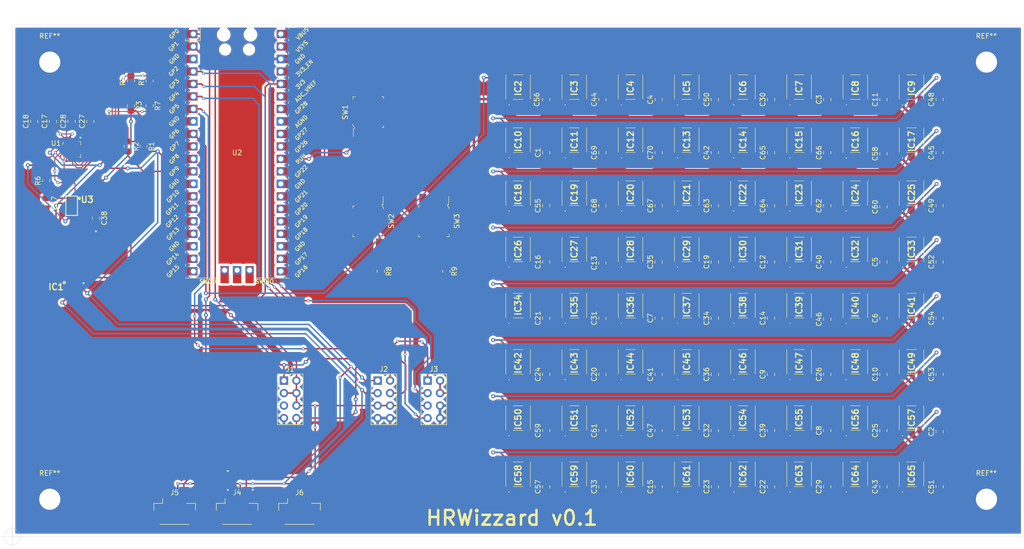
<source format=kicad_pcb>
(kicad_pcb (version 20171130) (host pcbnew "(5.1.10)-1")
  (layers (0 F.Cu signal) (31 B.Cu signal) (34 B.Paste user) (35 F.Paste user) (36 B.SilkS user) (37 F.SilkS user) (38 B.Mask user) (39 F.Mask user) (44 Edge.Cuts user))
  (net 0 "")
  (net 1 "Net-(U2-Pad18)")
  (net 2 "Net-(U2-Pad19)")
  (net 3 "Net-(U2-Pad20)")
  (net 4 "Net-(U2-Pad21)")
  (net 5 "Net-(U2-Pad24)")
  (net 6 "Net-(U2-Pad23)")
  (net 7 "Net-(U2-Pad22)")
  (net 8 "Net-(U2-Pad13)")
  (net 9 "Net-(U2-Pad10)")
  (net 10 "Net-(U2-Pad8)")
  (net 11 "Net-(U2-Pad14)")
  (net 12 "Net-(U2-Pad15)")
  (net 13 "Net-(U2-Pad16)")
  (net 14 "Net-(U2-Pad17)")
  (net 15 "Net-(U2-Pad3)")
  (net 16 GND)
  (net 17 +3V3)
  (net 18 +5V)
  (net 19 NEOPIXEL_DIN)
  (net 20 SDA)
  (net 21 SCL)
  (net 22 INT_LSM_MAG)
  (net 23 INT_LIGHT)
  (net 24 INT1_LSM_ACC)
  (net 25 INT2_LSM_ACC)
  (net 26 "Net-(SW1-Pad1)")
  (net 27 TX)
  (net 28 RX)
  (net 29 "Net-(C27-Pad1)")
  (net 30 "Net-(C28-Pad1)")
  (net 31 "Net-(C37-Pad1)")
  (net 32 "Net-(U2-Pad43)")
  (net 33 "Net-(U2-Pad42)")
  (net 34 "Net-(U2-Pad41)")
  (net 35 "Net-(U2-Pad25)")
  (net 36 "Net-(U2-Pad28)")
  (net 37 "Net-(U2-Pad29)")
  (net 38 "Net-(U2-Pad31)")
  (net 39 "Net-(U2-Pad32)")
  (net 40 "Net-(U2-Pad33)")
  (net 41 "Net-(U2-Pad34)")
  (net 42 "Net-(U2-Pad35)")
  (net 43 "Net-(U2-Pad37)")
  (net 44 "Net-(U2-Pad39)")
  (net 45 "Net-(IC2-Pad2)")
  (net 46 "Net-(IC3-Pad2)")
  (net 47 "Net-(IC4-Pad2)")
  (net 48 "Net-(IC5-Pad2)")
  (net 49 "Net-(IC6-Pad2)")
  (net 50 "Net-(IC7-Pad2)")
  (net 51 "Net-(IC8-Pad2)")
  (net 52 "Net-(IC10-Pad2)")
  (net 53 "Net-(IC11-Pad2)")
  (net 54 "Net-(IC12-Pad2)")
  (net 55 "Net-(IC13-Pad2)")
  (net 56 "Net-(IC14-Pad2)")
  (net 57 "Net-(IC15-Pad2)")
  (net 58 "Net-(IC16-Pad2)")
  (net 59 "Net-(IC18-Pad2)")
  (net 60 "Net-(IC19-Pad2)")
  (net 61 "Net-(IC20-Pad2)")
  (net 62 "Net-(IC21-Pad2)")
  (net 63 "Net-(IC22-Pad2)")
  (net 64 "Net-(IC23-Pad2)")
  (net 65 "Net-(IC24-Pad2)")
  (net 66 "Net-(IC26-Pad2)")
  (net 67 "Net-(IC27-Pad2)")
  (net 68 "Net-(IC28-Pad2)")
  (net 69 "Net-(IC29-Pad2)")
  (net 70 "Net-(IC30-Pad2)")
  (net 71 "Net-(IC31-Pad2)")
  (net 72 "Net-(IC32-Pad2)")
  (net 73 "Net-(IC34-Pad2)")
  (net 74 "Net-(IC35-Pad2)")
  (net 75 "Net-(IC36-Pad2)")
  (net 76 "Net-(IC37-Pad2)")
  (net 77 "Net-(IC38-Pad2)")
  (net 78 "Net-(IC39-Pad2)")
  (net 79 "Net-(IC40-Pad2)")
  (net 80 "Net-(IC42-Pad2)")
  (net 81 "Net-(IC43-Pad2)")
  (net 82 "Net-(IC44-Pad2)")
  (net 83 "Net-(IC45-Pad2)")
  (net 84 "Net-(IC46-Pad2)")
  (net 85 "Net-(IC47-Pad2)")
  (net 86 "Net-(IC48-Pad2)")
  (net 87 "Net-(IC50-Pad2)")
  (net 88 "Net-(IC51-Pad2)")
  (net 89 "Net-(IC52-Pad2)")
  (net 90 "Net-(IC53-Pad2)")
  (net 91 "Net-(IC54-Pad2)")
  (net 92 "Net-(IC55-Pad2)")
  (net 93 "Net-(IC56-Pad2)")
  (net 94 "Net-(IC58-Pad2)")
  (net 95 "Net-(IC59-Pad2)")
  (net 96 "Net-(IC60-Pad2)")
  (net 97 "Net-(IC61-Pad2)")
  (net 98 "Net-(IC62-Pad2)")
  (net 99 "Net-(IC63-Pad2)")
  (net 100 "Net-(IC64-Pad2)")
  (net 101 "Net-(IC10-Pad4)")
  (net 102 "Net-(IC17-Pad2)")
  (net 103 "Net-(IC25-Pad2)")
  (net 104 "Net-(IC33-Pad2)")
  (net 105 "Net-(IC41-Pad2)")
  (net 106 "Net-(IC49-Pad2)")
  (net 107 "Net-(IC57-Pad2)")
  (net 108 "Net-(R8-Pad1)")
  (net 109 "Net-(R9-Pad1)")
  (module MountingHole:MountingHole_4.3mm_M4 (layer F.Cu) (at 241.3 134.62)
    (fp_text reference REF** (at 0 -5.3) (layer F.SilkS))
    (fp_text value MountingHole_4.3mm_M4)
    (pad 1 np_thru_hole circle (at 0 0) (size 4.3 4.3) (drill 4.3) (layers *.Cu *.Mask))
  )
  (module MountingHole:MountingHole_4.3mm_M4 (layer F.Cu) (at 241.3 45.72)
    (fp_text reference REF** (at 0 -5.3) (layer F.SilkS))
    (fp_text value MountingHole_4.3mm_M4)
    (pad 1 np_thru_hole circle (at 0 0) (size 4.3 4.3) (drill 4.3) (layers *.Cu *.Mask))
  )
  (module MountingHole:MountingHole_4.3mm_M4 (layer F.Cu) (at 50.8 45.72)
    (fp_text reference REF** (at 0 -5.3) (layer F.SilkS))
    (fp_text value MountingHole_4.3mm_M4)
    (pad 1 np_thru_hole circle (at 0 0) (size 4.3 4.3) (drill 4.3) (layers *.Cu *.Mask))
  )
  (module MountingHole:MountingHole_4.3mm_M4 (layer F.Cu) (at 50.8 134.62)
    (fp_text reference REF** (at 0 -5.3) (layer F.SilkS))
    (fp_text value MountingHole_4.3mm_M4)
    (pad 1 np_thru_hole circle (at 0 0) (size 4.3 4.3) (drill 4.3) (layers *.Cu *.Mask))
  )
  (module Connector_JST:JST_GH_SM04B-GHS-TB_1x04-1MP_P1.25mm_Horizontal (layer F.Cu) (at 101.6 137.16)
    (fp_text reference J6 (at 0 -3.9) (layer F.SilkS))
    (fp_text value Qwiic_Connector)
    (pad MP smd roundrect (at 3.725 1.35) (size 1 2.7) (layers F.Cu F.Paste F.Mask))
    (pad MP smd roundrect (at -3.725 1.35) (size 1 2.7) (layers F.Cu F.Paste F.Mask))
    (pad 4 smd roundrect (at 1.875 -1.85) (size 0.6 1.7) (layers F.Cu F.Paste F.Mask) (net 21 SCL))
    (pad 3 smd roundrect (at 0.625 -1.85) (size 0.6 1.7) (layers F.Cu F.Paste F.Mask) (net 20 SDA))
    (pad 2 smd roundrect (at -0.625 -1.85) (size 0.6 1.7) (layers F.Cu F.Paste F.Mask) (net 17 +3V3))
    (pad 1 smd roundrect (at -1.875 -1.85) (size 0.6 1.7) (layers F.Cu F.Paste F.Mask) (net 16 GND))
  )
  (module Connector_JST:JST_GH_SM04B-GHS-TB_1x04-1MP_P1.25mm_Horizontal (layer F.Cu) (at 76.2 137.16)
    (fp_text reference J5 (at 0 -3.9) (layer F.SilkS))
    (fp_text value Qwiic_Connector)
    (pad MP smd roundrect (at 3.725 1.35) (size 1 2.7) (layers F.Cu F.Paste F.Mask))
    (pad MP smd roundrect (at -3.725 1.35) (size 1 2.7) (layers F.Cu F.Paste F.Mask))
    (pad 4 smd roundrect (at 1.875 -1.85) (size 0.6 1.7) (layers F.Cu F.Paste F.Mask) (net 21 SCL))
    (pad 3 smd roundrect (at 0.625 -1.85) (size 0.6 1.7) (layers F.Cu F.Paste F.Mask) (net 20 SDA))
    (pad 2 smd roundrect (at -0.625 -1.85) (size 0.6 1.7) (layers F.Cu F.Paste F.Mask) (net 17 +3V3))
    (pad 1 smd roundrect (at -1.875 -1.85) (size 0.6 1.7) (layers F.Cu F.Paste F.Mask) (net 16 GND))
  )
  (module Connector_JST:JST_GH_SM04B-GHS-TB_1x04-1MP_P1.25mm_Horizontal (layer F.Cu) (at 88.9 137.16)
    (fp_text reference J4 (at 0 -3.9) (layer F.SilkS))
    (fp_text value Qwiic_Connector)
    (pad MP smd roundrect (at 3.725 1.35) (size 1 2.7) (layers F.Cu F.Paste F.Mask))
    (pad MP smd roundrect (at -3.725 1.35) (size 1 2.7) (layers F.Cu F.Paste F.Mask))
    (pad 4 smd roundrect (at 1.875 -1.85) (size 0.6 1.7) (layers F.Cu F.Paste F.Mask) (net 21 SCL))
    (pad 3 smd roundrect (at 0.625 -1.85) (size 0.6 1.7) (layers F.Cu F.Paste F.Mask) (net 20 SDA))
    (pad 2 smd roundrect (at -0.625 -1.85) (size 0.6 1.7) (layers F.Cu F.Paste F.Mask) (net 17 +3V3))
    (pad 1 smd roundrect (at -1.875 -1.85) (size 0.6 1.7) (layers F.Cu F.Paste F.Mask) (net 16 GND))
  )
  (module Capacitor_SMD:C_0805_2012Metric_Pad1.18x1.45mm_HandSolder (layer F.Cu) (at 151.765 132.08 90)
    (fp_text reference C57 (at 0 -1.68 90) (layer F.SilkS))
    (fp_text value 100n)
    (pad 2 smd roundrect (at 1.0375 0 90) (size 1.175 1.45) (layers F.Cu F.Paste F.Mask) (roundrect_rratio 0.212766) (net 16 GND))
    (pad 1 smd roundrect (at -1.0375 0 90) (size 1.175 1.45) (layers F.Cu F.Paste F.Mask) (roundrect_rratio 0.212766) (net 18 +5V))
  )
  (module SamacSys_Parts:COM16346 (layer F.Cu) (at 191.77 50.8 90)
    (fp_text reference IC6 (at -0.225 0 90) (layer F.SilkS) (effects (font (size 1.27 1.27) (thickness 0.254))))
    (fp_text value COM-16346 hide)
    (pad 4 smd rect (at 2.45 -1.65 180) (size 0.9 1.5) (layers F.Cu F.Paste F.Mask) (net 48 "Net-(IC5-Pad2)"))
    (pad 3 smd rect (at 2.45 1.65 180) (size 0.9 1.5) (layers F.Cu F.Paste F.Mask) (net 16 GND))
    (pad 2 smd rect (at -2.45 1.65 180) (size 0.9 1.5) (layers F.Cu F.Paste F.Mask) (net 49 "Net-(IC6-Pad2)"))
    (pad 1 smd rect (at -2.45 -1.65 180) (size 0.9 1.5) (layers F.Cu F.Paste F.Mask) (net 18 +5V))
  )
  (module digikey-footprints:Switch_Tactile_SMD_6x6mm (layer F.Cu) (at 128.905 78.105 270)
    (fp_text reference SW3 (at -0.03 -4.69 90) (layer F.SilkS))
    (fp_text value SW_Push)
    (pad 1 smd rect (at -4.55 -2.25 180) (size 1.4 2.1) (layers F.Cu F.Paste F.Mask) (net 17 +3V3))
    (pad 3 smd rect (at -4.55 2.25 180) (size 1.4 2.1) (layers F.Cu F.Paste F.Mask))
    (pad 4 smd rect (at 4.55 2.25 180) (size 1.4 2.1) (layers F.Cu F.Paste F.Mask))
    (pad 2 smd rect (at 4.55 -2.25 180) (size 1.4 2.1) (layers F.Cu F.Paste F.Mask) (net 109 "Net-(R9-Pad1)"))
  )
  (module digikey-footprints:Switch_Tactile_SMD_6x6mm (layer F.Cu) (at 115.57 78.105 270)
    (fp_text reference SW2 (at -0.03 -4.69 90) (layer F.SilkS))
    (fp_text value SW_Push)
    (pad 1 smd rect (at -4.55 -2.25 180) (size 1.4 2.1) (layers F.Cu F.Paste F.Mask) (net 17 +3V3))
    (pad 3 smd rect (at -4.55 2.25 180) (size 1.4 2.1) (layers F.Cu F.Paste F.Mask))
    (pad 4 smd rect (at 4.55 2.25 180) (size 1.4 2.1) (layers F.Cu F.Paste F.Mask))
    (pad 2 smd rect (at 4.55 -2.25 180) (size 1.4 2.1) (layers F.Cu F.Paste F.Mask) (net 108 "Net-(R8-Pad1)"))
  )
  (module Resistor_SMD:R_0805_2012Metric_Pad1.20x1.40mm_HandSolder (layer F.Cu) (at 131.445 88.265 270)
    (fp_text reference R9 (at 0 -1.65 90) (layer F.SilkS))
    (fp_text value 10k)
    (pad 2 smd roundrect (at 1 0 270) (size 1.2 1.4) (layers F.Cu F.Paste F.Mask) (roundrect_rratio 0.208333) (net 16 GND))
    (pad 1 smd roundrect (at -1 0 270) (size 1.2 1.4) (layers F.Cu F.Paste F.Mask) (roundrect_rratio 0.208333) (net 109 "Net-(R9-Pad1)"))
  )
  (module Resistor_SMD:R_0805_2012Metric_Pad1.20x1.40mm_HandSolder (layer F.Cu) (at 118.11 88.265 270)
    (fp_text reference R8 (at 0 -1.65 90) (layer F.SilkS))
    (fp_text value 10k)
    (pad 2 smd roundrect (at 1 0 270) (size 1.2 1.4) (layers F.Cu F.Paste F.Mask) (roundrect_rratio 0.208333) (net 16 GND))
    (pad 1 smd roundrect (at -1 0 270) (size 1.2 1.4) (layers F.Cu F.Paste F.Mask) (roundrect_rratio 0.208333) (net 108 "Net-(R8-Pad1)"))
  )
  (module Connector_PinHeader_2.54mm:PinHeader_2x04_P2.54mm_Vertical (layer F.Cu) (at 127.635 110.49)
    (fp_text reference J3 (at 1.27 -2.33) (layer F.SilkS))
    (fp_text value Conn_02x04_Odd_Even)
    (pad 8 thru_hole oval (at 2.54 7.62) (size 1.7 1.7) (drill 1) (layers *.Cu *.Mask) (net 16 GND))
    (pad 7 thru_hole oval (at 0 7.62) (size 1.7 1.7) (drill 1) (layers *.Cu *.Mask) (net 25 INT2_LSM_ACC))
    (pad 6 thru_hole oval (at 2.54 5.08) (size 1.7 1.7) (drill 1) (layers *.Cu *.Mask) (net 16 GND))
    (pad 5 thru_hole oval (at 0 5.08) (size 1.7 1.7) (drill 1) (layers *.Cu *.Mask) (net 24 INT1_LSM_ACC))
    (pad 4 thru_hole oval (at 2.54 2.54) (size 1.7 1.7) (drill 1) (layers *.Cu *.Mask) (net 17 +3V3))
    (pad 3 thru_hole oval (at 0 2.54) (size 1.7 1.7) (drill 1) (layers *.Cu *.Mask) (net 22 INT_LSM_MAG))
    (pad 2 thru_hole oval (at 2.54 0) (size 1.7 1.7) (drill 1) (layers *.Cu *.Mask) (net 17 +3V3))
    (pad 1 thru_hole rect (at 0 0) (size 1.7 1.7) (drill 1) (layers *.Cu *.Mask) (net 23 INT_LIGHT))
  )
  (module Connector_PinHeader_2.54mm:PinHeader_2x04_P2.54mm_Vertical (layer F.Cu) (at 117.475 110.49)
    (fp_text reference J2 (at 1.27 -2.33) (layer F.SilkS))
    (fp_text value Conn_02x04_Odd_Even)
    (pad 8 thru_hole oval (at 2.54 7.62) (size 1.7 1.7) (drill 1) (layers *.Cu *.Mask) (net 16 GND))
    (pad 7 thru_hole oval (at 0 7.62) (size 1.7 1.7) (drill 1) (layers *.Cu *.Mask) (net 16 GND))
    (pad 6 thru_hole oval (at 2.54 5.08) (size 1.7 1.7) (drill 1) (layers *.Cu *.Mask) (net 17 +3V3))
    (pad 5 thru_hole oval (at 0 5.08) (size 1.7 1.7) (drill 1) (layers *.Cu *.Mask) (net 17 +3V3))
    (pad 4 thru_hole oval (at 2.54 2.54) (size 1.7 1.7) (drill 1) (layers *.Cu *.Mask) (net 28 RX))
    (pad 3 thru_hole oval (at 0 2.54) (size 1.7 1.7) (drill 1) (layers *.Cu *.Mask) (net 21 SCL))
    (pad 2 thru_hole oval (at 2.54 0) (size 1.7 1.7) (drill 1) (layers *.Cu *.Mask) (net 27 TX))
    (pad 1 thru_hole rect (at 0 0) (size 1.7 1.7) (drill 1) (layers *.Cu *.Mask) (net 20 SDA))
  )
  (module SamacSys_Parts:COM16346 (layer F.Cu) (at 146.05 50.8 90)
    (fp_text reference IC2 (at -0.225 0 90) (layer F.SilkS) (effects (font (size 1.27 1.27) (thickness 0.254))))
    (fp_text value COM-16346 hide)
    (pad 4 smd rect (at 2.45 -1.65 180) (size 0.9 1.5) (layers F.Cu F.Paste F.Mask) (net 19 NEOPIXEL_DIN))
    (pad 3 smd rect (at 2.45 1.65 180) (size 0.9 1.5) (layers F.Cu F.Paste F.Mask) (net 16 GND))
    (pad 2 smd rect (at -2.45 1.65 180) (size 0.9 1.5) (layers F.Cu F.Paste F.Mask) (net 45 "Net-(IC2-Pad2)"))
    (pad 1 smd rect (at -2.45 -1.65 180) (size 0.9 1.5) (layers F.Cu F.Paste F.Mask) (net 18 +5V))
  )
  (module SamacSys_Parts:COM16346 (layer F.Cu) (at 226.06 129.54 90)
    (fp_text reference IC65 (at -0.225 0 90) (layer F.SilkS) (effects (font (size 1.27 1.27) (thickness 0.254))))
    (fp_text value COM-16346 hide)
    (pad 4 smd rect (at 2.45 -1.65 180) (size 0.9 1.5) (layers F.Cu F.Paste F.Mask) (net 100 "Net-(IC64-Pad2)"))
    (pad 3 smd rect (at 2.45 1.65 180) (size 0.9 1.5) (layers F.Cu F.Paste F.Mask) (net 16 GND))
    (pad 2 smd rect (at -2.45 1.65 180) (size 0.9 1.5) (layers F.Cu F.Paste F.Mask))
    (pad 1 smd rect (at -2.45 -1.65 180) (size 0.9 1.5) (layers F.Cu F.Paste F.Mask) (net 18 +5V))
  )
  (module SamacSys_Parts:COM16346 (layer F.Cu) (at 214.63 129.54 90)
    (fp_text reference IC64 (at -0.225 0 90) (layer F.SilkS) (effects (font (size 1.27 1.27) (thickness 0.254))))
    (fp_text value COM-16346 hide)
    (pad 4 smd rect (at 2.45 -1.65 180) (size 0.9 1.5) (layers F.Cu F.Paste F.Mask) (net 99 "Net-(IC63-Pad2)"))
    (pad 3 smd rect (at 2.45 1.65 180) (size 0.9 1.5) (layers F.Cu F.Paste F.Mask) (net 16 GND))
    (pad 2 smd rect (at -2.45 1.65 180) (size 0.9 1.5) (layers F.Cu F.Paste F.Mask) (net 100 "Net-(IC64-Pad2)"))
    (pad 1 smd rect (at -2.45 -1.65 180) (size 0.9 1.5) (layers F.Cu F.Paste F.Mask) (net 18 +5V))
  )
  (module SamacSys_Parts:COM16346 (layer F.Cu) (at 203.2 129.54 90)
    (fp_text reference IC63 (at -0.225 0 90) (layer F.SilkS) (effects (font (size 1.27 1.27) (thickness 0.254))))
    (fp_text value COM-16346 hide)
    (pad 4 smd rect (at 2.45 -1.65 180) (size 0.9 1.5) (layers F.Cu F.Paste F.Mask) (net 98 "Net-(IC62-Pad2)"))
    (pad 3 smd rect (at 2.45 1.65 180) (size 0.9 1.5) (layers F.Cu F.Paste F.Mask) (net 16 GND))
    (pad 2 smd rect (at -2.45 1.65 180) (size 0.9 1.5) (layers F.Cu F.Paste F.Mask) (net 99 "Net-(IC63-Pad2)"))
    (pad 1 smd rect (at -2.45 -1.65 180) (size 0.9 1.5) (layers F.Cu F.Paste F.Mask) (net 18 +5V))
  )
  (module SamacSys_Parts:COM16346 (layer F.Cu) (at 191.77 129.54 90)
    (fp_text reference IC62 (at -0.225 0 90) (layer F.SilkS) (effects (font (size 1.27 1.27) (thickness 0.254))))
    (fp_text value COM-16346 hide)
    (pad 4 smd rect (at 2.45 -1.65 180) (size 0.9 1.5) (layers F.Cu F.Paste F.Mask) (net 97 "Net-(IC61-Pad2)"))
    (pad 3 smd rect (at 2.45 1.65 180) (size 0.9 1.5) (layers F.Cu F.Paste F.Mask) (net 16 GND))
    (pad 2 smd rect (at -2.45 1.65 180) (size 0.9 1.5) (layers F.Cu F.Paste F.Mask) (net 98 "Net-(IC62-Pad2)"))
    (pad 1 smd rect (at -2.45 -1.65 180) (size 0.9 1.5) (layers F.Cu F.Paste F.Mask) (net 18 +5V))
  )
  (module SamacSys_Parts:COM16346 (layer F.Cu) (at 180.34 129.54 90)
    (fp_text reference IC61 (at -0.225 0 90) (layer F.SilkS) (effects (font (size 1.27 1.27) (thickness 0.254))))
    (fp_text value COM-16346 hide)
    (pad 4 smd rect (at 2.45 -1.65 180) (size 0.9 1.5) (layers F.Cu F.Paste F.Mask) (net 96 "Net-(IC60-Pad2)"))
    (pad 3 smd rect (at 2.45 1.65 180) (size 0.9 1.5) (layers F.Cu F.Paste F.Mask) (net 16 GND))
    (pad 2 smd rect (at -2.45 1.65 180) (size 0.9 1.5) (layers F.Cu F.Paste F.Mask) (net 97 "Net-(IC61-Pad2)"))
    (pad 1 smd rect (at -2.45 -1.65 180) (size 0.9 1.5) (layers F.Cu F.Paste F.Mask) (net 18 +5V))
  )
  (module SamacSys_Parts:COM16346 (layer F.Cu) (at 168.91 129.54 90)
    (fp_text reference IC60 (at -0.225 0 90) (layer F.SilkS) (effects (font (size 1.27 1.27) (thickness 0.254))))
    (fp_text value COM-16346 hide)
    (pad 4 smd rect (at 2.45 -1.65 180) (size 0.9 1.5) (layers F.Cu F.Paste F.Mask) (net 95 "Net-(IC59-Pad2)"))
    (pad 3 smd rect (at 2.45 1.65 180) (size 0.9 1.5) (layers F.Cu F.Paste F.Mask) (net 16 GND))
    (pad 2 smd rect (at -2.45 1.65 180) (size 0.9 1.5) (layers F.Cu F.Paste F.Mask) (net 96 "Net-(IC60-Pad2)"))
    (pad 1 smd rect (at -2.45 -1.65 180) (size 0.9 1.5) (layers F.Cu F.Paste F.Mask) (net 18 +5V))
  )
  (module SamacSys_Parts:COM16346 (layer F.Cu) (at 157.48 129.54 90)
    (fp_text reference IC59 (at -0.225 0 90) (layer F.SilkS) (effects (font (size 1.27 1.27) (thickness 0.254))))
    (fp_text value COM-16346 hide)
    (pad 4 smd rect (at 2.45 -1.65 180) (size 0.9 1.5) (layers F.Cu F.Paste F.Mask) (net 94 "Net-(IC58-Pad2)"))
    (pad 3 smd rect (at 2.45 1.65 180) (size 0.9 1.5) (layers F.Cu F.Paste F.Mask) (net 16 GND))
    (pad 2 smd rect (at -2.45 1.65 180) (size 0.9 1.5) (layers F.Cu F.Paste F.Mask) (net 95 "Net-(IC59-Pad2)"))
    (pad 1 smd rect (at -2.45 -1.65 180) (size 0.9 1.5) (layers F.Cu F.Paste F.Mask) (net 18 +5V))
  )
  (module SamacSys_Parts:COM16346 (layer F.Cu) (at 146.05 129.54 90)
    (fp_text reference IC58 (at -0.225 0 90) (layer F.SilkS) (effects (font (size 1.27 1.27) (thickness 0.254))))
    (fp_text value COM-16346 hide)
    (pad 4 smd rect (at 2.45 -1.65 180) (size 0.9 1.5) (layers F.Cu F.Paste F.Mask) (net 107 "Net-(IC57-Pad2)"))
    (pad 3 smd rect (at 2.45 1.65 180) (size 0.9 1.5) (layers F.Cu F.Paste F.Mask) (net 16 GND))
    (pad 2 smd rect (at -2.45 1.65 180) (size 0.9 1.5) (layers F.Cu F.Paste F.Mask) (net 94 "Net-(IC58-Pad2)"))
    (pad 1 smd rect (at -2.45 -1.65 180) (size 0.9 1.5) (layers F.Cu F.Paste F.Mask) (net 18 +5V))
  )
  (module SamacSys_Parts:COM16346 (layer F.Cu) (at 226.06 118.11 90)
    (fp_text reference IC57 (at -0.225 0 90) (layer F.SilkS) (effects (font (size 1.27 1.27) (thickness 0.254))))
    (fp_text value COM-16346 hide)
    (pad 4 smd rect (at 2.45 -1.65 180) (size 0.9 1.5) (layers F.Cu F.Paste F.Mask) (net 93 "Net-(IC56-Pad2)"))
    (pad 3 smd rect (at 2.45 1.65 180) (size 0.9 1.5) (layers F.Cu F.Paste F.Mask) (net 16 GND))
    (pad 2 smd rect (at -2.45 1.65 180) (size 0.9 1.5) (layers F.Cu F.Paste F.Mask) (net 107 "Net-(IC57-Pad2)"))
    (pad 1 smd rect (at -2.45 -1.65 180) (size 0.9 1.5) (layers F.Cu F.Paste F.Mask) (net 18 +5V))
  )
  (module SamacSys_Parts:COM16346 (layer F.Cu) (at 214.63 118.11 90)
    (fp_text reference IC56 (at -0.225 0 90) (layer F.SilkS) (effects (font (size 1.27 1.27) (thickness 0.254))))
    (fp_text value COM-16346 hide)
    (pad 4 smd rect (at 2.45 -1.65 180) (size 0.9 1.5) (layers F.Cu F.Paste F.Mask) (net 92 "Net-(IC55-Pad2)"))
    (pad 3 smd rect (at 2.45 1.65 180) (size 0.9 1.5) (layers F.Cu F.Paste F.Mask) (net 16 GND))
    (pad 2 smd rect (at -2.45 1.65 180) (size 0.9 1.5) (layers F.Cu F.Paste F.Mask) (net 93 "Net-(IC56-Pad2)"))
    (pad 1 smd rect (at -2.45 -1.65 180) (size 0.9 1.5) (layers F.Cu F.Paste F.Mask) (net 18 +5V))
  )
  (module SamacSys_Parts:COM16346 (layer F.Cu) (at 203.2 118.11 90)
    (fp_text reference IC55 (at -0.225 0 90) (layer F.SilkS) (effects (font (size 1.27 1.27) (thickness 0.254))))
    (fp_text value COM-16346 hide)
    (pad 4 smd rect (at 2.45 -1.65 180) (size 0.9 1.5) (layers F.Cu F.Paste F.Mask) (net 91 "Net-(IC54-Pad2)"))
    (pad 3 smd rect (at 2.45 1.65 180) (size 0.9 1.5) (layers F.Cu F.Paste F.Mask) (net 16 GND))
    (pad 2 smd rect (at -2.45 1.65 180) (size 0.9 1.5) (layers F.Cu F.Paste F.Mask) (net 92 "Net-(IC55-Pad2)"))
    (pad 1 smd rect (at -2.45 -1.65 180) (size 0.9 1.5) (layers F.Cu F.Paste F.Mask) (net 18 +5V))
  )
  (module SamacSys_Parts:COM16346 (layer F.Cu) (at 191.77 118.11 90)
    (fp_text reference IC54 (at -0.225 0 90) (layer F.SilkS) (effects (font (size 1.27 1.27) (thickness 0.254))))
    (fp_text value COM-16346 hide)
    (pad 4 smd rect (at 2.45 -1.65 180) (size 0.9 1.5) (layers F.Cu F.Paste F.Mask) (net 90 "Net-(IC53-Pad2)"))
    (pad 3 smd rect (at 2.45 1.65 180) (size 0.9 1.5) (layers F.Cu F.Paste F.Mask) (net 16 GND))
    (pad 2 smd rect (at -2.45 1.65 180) (size 0.9 1.5) (layers F.Cu F.Paste F.Mask) (net 91 "Net-(IC54-Pad2)"))
    (pad 1 smd rect (at -2.45 -1.65 180) (size 0.9 1.5) (layers F.Cu F.Paste F.Mask) (net 18 +5V))
  )
  (module SamacSys_Parts:COM16346 (layer F.Cu) (at 180.34 118.11 90)
    (fp_text reference IC53 (at -0.225 0 90) (layer F.SilkS) (effects (font (size 1.27 1.27) (thickness 0.254))))
    (fp_text value COM-16346 hide)
    (pad 4 smd rect (at 2.45 -1.65 180) (size 0.9 1.5) (layers F.Cu F.Paste F.Mask) (net 89 "Net-(IC52-Pad2)"))
    (pad 3 smd rect (at 2.45 1.65 180) (size 0.9 1.5) (layers F.Cu F.Paste F.Mask) (net 16 GND))
    (pad 2 smd rect (at -2.45 1.65 180) (size 0.9 1.5) (layers F.Cu F.Paste F.Mask) (net 90 "Net-(IC53-Pad2)"))
    (pad 1 smd rect (at -2.45 -1.65 180) (size 0.9 1.5) (layers F.Cu F.Paste F.Mask) (net 18 +5V))
  )
  (module SamacSys_Parts:COM16346 (layer F.Cu) (at 168.91 118.11 90)
    (fp_text reference IC52 (at -0.225 0 90) (layer F.SilkS) (effects (font (size 1.27 1.27) (thickness 0.254))))
    (fp_text value COM-16346 hide)
    (pad 4 smd rect (at 2.45 -1.65 180) (size 0.9 1.5) (layers F.Cu F.Paste F.Mask) (net 88 "Net-(IC51-Pad2)"))
    (pad 3 smd rect (at 2.45 1.65 180) (size 0.9 1.5) (layers F.Cu F.Paste F.Mask) (net 16 GND))
    (pad 2 smd rect (at -2.45 1.65 180) (size 0.9 1.5) (layers F.Cu F.Paste F.Mask) (net 89 "Net-(IC52-Pad2)"))
    (pad 1 smd rect (at -2.45 -1.65 180) (size 0.9 1.5) (layers F.Cu F.Paste F.Mask) (net 18 +5V))
  )
  (module SamacSys_Parts:COM16346 (layer F.Cu) (at 157.48 118.11 90)
    (fp_text reference IC51 (at -0.225 0 90) (layer F.SilkS) (effects (font (size 1.27 1.27) (thickness 0.254))))
    (fp_text value COM-16346 hide)
    (pad 4 smd rect (at 2.45 -1.65 180) (size 0.9 1.5) (layers F.Cu F.Paste F.Mask) (net 87 "Net-(IC50-Pad2)"))
    (pad 3 smd rect (at 2.45 1.65 180) (size 0.9 1.5) (layers F.Cu F.Paste F.Mask) (net 16 GND))
    (pad 2 smd rect (at -2.45 1.65 180) (size 0.9 1.5) (layers F.Cu F.Paste F.Mask) (net 88 "Net-(IC51-Pad2)"))
    (pad 1 smd rect (at -2.45 -1.65 180) (size 0.9 1.5) (layers F.Cu F.Paste F.Mask) (net 18 +5V))
  )
  (module SamacSys_Parts:COM16346 (layer F.Cu) (at 146.05 118.11 90)
    (fp_text reference IC50 (at -0.225 0 90) (layer F.SilkS) (effects (font (size 1.27 1.27) (thickness 0.254))))
    (fp_text value COM-16346 hide)
    (pad 4 smd rect (at 2.45 -1.65 180) (size 0.9 1.5) (layers F.Cu F.Paste F.Mask) (net 106 "Net-(IC49-Pad2)"))
    (pad 3 smd rect (at 2.45 1.65 180) (size 0.9 1.5) (layers F.Cu F.Paste F.Mask) (net 16 GND))
    (pad 2 smd rect (at -2.45 1.65 180) (size 0.9 1.5) (layers F.Cu F.Paste F.Mask) (net 87 "Net-(IC50-Pad2)"))
    (pad 1 smd rect (at -2.45 -1.65 180) (size 0.9 1.5) (layers F.Cu F.Paste F.Mask) (net 18 +5V))
  )
  (module SamacSys_Parts:COM16346 (layer F.Cu) (at 226.06 106.68 90)
    (fp_text reference IC49 (at -0.225 0 90) (layer F.SilkS) (effects (font (size 1.27 1.27) (thickness 0.254))))
    (fp_text value COM-16346 hide)
    (pad 4 smd rect (at 2.45 -1.65 180) (size 0.9 1.5) (layers F.Cu F.Paste F.Mask) (net 86 "Net-(IC48-Pad2)"))
    (pad 3 smd rect (at 2.45 1.65 180) (size 0.9 1.5) (layers F.Cu F.Paste F.Mask) (net 16 GND))
    (pad 2 smd rect (at -2.45 1.65 180) (size 0.9 1.5) (layers F.Cu F.Paste F.Mask) (net 106 "Net-(IC49-Pad2)"))
    (pad 1 smd rect (at -2.45 -1.65 180) (size 0.9 1.5) (layers F.Cu F.Paste F.Mask) (net 18 +5V))
  )
  (module SamacSys_Parts:COM16346 (layer F.Cu) (at 214.63 106.68 90)
    (fp_text reference IC48 (at -0.225 0 90) (layer F.SilkS) (effects (font (size 1.27 1.27) (thickness 0.254))))
    (fp_text value COM-16346 hide)
    (pad 4 smd rect (at 2.45 -1.65 180) (size 0.9 1.5) (layers F.Cu F.Paste F.Mask) (net 85 "Net-(IC47-Pad2)"))
    (pad 3 smd rect (at 2.45 1.65 180) (size 0.9 1.5) (layers F.Cu F.Paste F.Mask) (net 16 GND))
    (pad 2 smd rect (at -2.45 1.65 180) (size 0.9 1.5) (layers F.Cu F.Paste F.Mask) (net 86 "Net-(IC48-Pad2)"))
    (pad 1 smd rect (at -2.45 -1.65 180) (size 0.9 1.5) (layers F.Cu F.Paste F.Mask) (net 18 +5V))
  )
  (module SamacSys_Parts:COM16346 (layer F.Cu) (at 203.2 106.68 90)
    (fp_text reference IC47 (at -0.225 0 90) (layer F.SilkS) (effects (font (size 1.27 1.27) (thickness 0.254))))
    (fp_text value COM-16346 hide)
    (pad 4 smd rect (at 2.45 -1.65 180) (size 0.9 1.5) (layers F.Cu F.Paste F.Mask) (net 84 "Net-(IC46-Pad2)"))
    (pad 3 smd rect (at 2.45 1.65 180) (size 0.9 1.5) (layers F.Cu F.Paste F.Mask) (net 16 GND))
    (pad 2 smd rect (at -2.45 1.65 180) (size 0.9 1.5) (layers F.Cu F.Paste F.Mask) (net 85 "Net-(IC47-Pad2)"))
    (pad 1 smd rect (at -2.45 -1.65 180) (size 0.9 1.5) (layers F.Cu F.Paste F.Mask) (net 18 +5V))
  )
  (module SamacSys_Parts:COM16346 (layer F.Cu) (at 191.77 106.68 90)
    (fp_text reference IC46 (at -0.225 0 90) (layer F.SilkS) (effects (font (size 1.27 1.27) (thickness 0.254))))
    (fp_text value COM-16346 hide)
    (pad 4 smd rect (at 2.45 -1.65 180) (size 0.9 1.5) (layers F.Cu F.Paste F.Mask) (net 83 "Net-(IC45-Pad2)"))
    (pad 3 smd rect (at 2.45 1.65 180) (size 0.9 1.5) (layers F.Cu F.Paste F.Mask) (net 16 GND))
    (pad 2 smd rect (at -2.45 1.65 180) (size 0.9 1.5) (layers F.Cu F.Paste F.Mask) (net 84 "Net-(IC46-Pad2)"))
    (pad 1 smd rect (at -2.45 -1.65 180) (size 0.9 1.5) (layers F.Cu F.Paste F.Mask) (net 18 +5V))
  )
  (module SamacSys_Parts:COM16346 (layer F.Cu) (at 180.34 106.68 90)
    (fp_text reference IC45 (at -0.225 0 90) (layer F.SilkS) (effects (font (size 1.27 1.27) (thickness 0.254))))
    (fp_text value COM-16346 hide)
    (pad 4 smd rect (at 2.45 -1.65 180) (size 0.9 1.5) (layers F.Cu F.Paste F.Mask) (net 82 "Net-(IC44-Pad2)"))
    (pad 3 smd rect (at 2.45 1.65 180) (size 0.9 1.5) (layers F.Cu F.Paste F.Mask) (net 16 GND))
    (pad 2 smd rect (at -2.45 1.65 180) (size 0.9 1.5) (layers F.Cu F.Paste F.Mask) (net 83 "Net-(IC45-Pad2)"))
    (pad 1 smd rect (at -2.45 -1.65 180) (size 0.9 1.5) (layers F.Cu F.Paste F.Mask) (net 18 +5V))
  )
  (module SamacSys_Parts:COM16346 (layer F.Cu) (at 168.91 106.68 90)
    (fp_text reference IC44 (at -0.225 0 90) (layer F.SilkS) (effects (font (size 1.27 1.27) (thickness 0.254))))
    (fp_text value COM-16346 hide)
    (pad 4 smd rect (at 2.45 -1.65 180) (size 0.9 1.5) (layers F.Cu F.Paste F.Mask) (net 81 "Net-(IC43-Pad2)"))
    (pad 3 smd rect (at 2.45 1.65 180) (size 0.9 1.5) (layers F.Cu F.Paste F.Mask) (net 16 GND))
    (pad 2 smd rect (at -2.45 1.65 180) (size 0.9 1.5) (layers F.Cu F.Paste F.Mask) (net 82 "Net-(IC44-Pad2)"))
    (pad 1 smd rect (at -2.45 -1.65 180) (size 0.9 1.5) (layers F.Cu F.Paste F.Mask) (net 18 +5V))
  )
  (module SamacSys_Parts:COM16346 (layer F.Cu) (at 157.48 106.68 90)
    (fp_text reference IC43 (at -0.225 0 90) (layer F.SilkS) (effects (font (size 1.27 1.27) (thickness 0.254))))
    (fp_text value COM-16346 hide)
    (pad 4 smd rect (at 2.45 -1.65 180) (size 0.9 1.5) (layers F.Cu F.Paste F.Mask) (net 80 "Net-(IC42-Pad2)"))
    (pad 3 smd rect (at 2.45 1.65 180) (size 0.9 1.5) (layers F.Cu F.Paste F.Mask) (net 16 GND))
    (pad 2 smd rect (at -2.45 1.65 180) (size 0.9 1.5) (layers F.Cu F.Paste F.Mask) (net 81 "Net-(IC43-Pad2)"))
    (pad 1 smd rect (at -2.45 -1.65 180) (size 0.9 1.5) (layers F.Cu F.Paste F.Mask) (net 18 +5V))
  )
  (module SamacSys_Parts:COM16346 (layer F.Cu) (at 146.05 106.68 90)
    (fp_text reference IC42 (at -0.225 0 90) (layer F.SilkS) (effects (font (size 1.27 1.27) (thickness 0.254))))
    (fp_text value COM-16346 hide)
    (pad 4 smd rect (at 2.45 -1.65 180) (size 0.9 1.5) (layers F.Cu F.Paste F.Mask) (net 105 "Net-(IC41-Pad2)"))
    (pad 3 smd rect (at 2.45 1.65 180) (size 0.9 1.5) (layers F.Cu F.Paste F.Mask) (net 16 GND))
    (pad 2 smd rect (at -2.45 1.65 180) (size 0.9 1.5) (layers F.Cu F.Paste F.Mask) (net 80 "Net-(IC42-Pad2)"))
    (pad 1 smd rect (at -2.45 -1.65 180) (size 0.9 1.5) (layers F.Cu F.Paste F.Mask) (net 18 +5V))
  )
  (module SamacSys_Parts:COM16346 (layer F.Cu) (at 226.06 95.25 90)
    (fp_text reference IC41 (at -0.225 0 90) (layer F.SilkS) (effects (font (size 1.27 1.27) (thickness 0.254))))
    (fp_text value COM-16346 hide)
    (pad 4 smd rect (at 2.45 -1.65 180) (size 0.9 1.5) (layers F.Cu F.Paste F.Mask) (net 79 "Net-(IC40-Pad2)"))
    (pad 3 smd rect (at 2.45 1.65 180) (size 0.9 1.5) (layers F.Cu F.Paste F.Mask) (net 16 GND))
    (pad 2 smd rect (at -2.45 1.65 180) (size 0.9 1.5) (layers F.Cu F.Paste F.Mask) (net 105 "Net-(IC41-Pad2)"))
    (pad 1 smd rect (at -2.45 -1.65 180) (size 0.9 1.5) (layers F.Cu F.Paste F.Mask) (net 18 +5V))
  )
  (module SamacSys_Parts:COM16346 (layer F.Cu) (at 214.63 95.25 90)
    (fp_text reference IC40 (at -0.225 0 90) (layer F.SilkS) (effects (font (size 1.27 1.27) (thickness 0.254))))
    (fp_text value COM-16346 hide)
    (pad 4 smd rect (at 2.45 -1.65 180) (size 0.9 1.5) (layers F.Cu F.Paste F.Mask) (net 78 "Net-(IC39-Pad2)"))
    (pad 3 smd rect (at 2.45 1.65 180) (size 0.9 1.5) (layers F.Cu F.Paste F.Mask) (net 16 GND))
    (pad 2 smd rect (at -2.45 1.65 180) (size 0.9 1.5) (layers F.Cu F.Paste F.Mask) (net 79 "Net-(IC40-Pad2)"))
    (pad 1 smd rect (at -2.45 -1.65 180) (size 0.9 1.5) (layers F.Cu F.Paste F.Mask) (net 18 +5V))
  )
  (module SamacSys_Parts:COM16346 (layer F.Cu) (at 203.2 95.25 90)
    (fp_text reference IC39 (at -0.225 0 90) (layer F.SilkS) (effects (font (size 1.27 1.27) (thickness 0.254))))
    (fp_text value COM-16346 hide)
    (pad 4 smd rect (at 2.45 -1.65 180) (size 0.9 1.5) (layers F.Cu F.Paste F.Mask) (net 77 "Net-(IC38-Pad2)"))
    (pad 3 smd rect (at 2.45 1.65 180) (size 0.9 1.5) (layers F.Cu F.Paste F.Mask) (net 16 GND))
    (pad 2 smd rect (at -2.45 1.65 180) (size 0.9 1.5) (layers F.Cu F.Paste F.Mask) (net 78 "Net-(IC39-Pad2)"))
    (pad 1 smd rect (at -2.45 -1.65 180) (size 0.9 1.5) (layers F.Cu F.Paste F.Mask) (net 18 +5V))
  )
  (module SamacSys_Parts:COM16346 (layer F.Cu) (at 191.77 95.25 90)
    (fp_text reference IC38 (at -0.225 0 90) (layer F.SilkS) (effects (font (size 1.27 1.27) (thickness 0.254))))
    (fp_text value COM-16346 hide)
    (pad 4 smd rect (at 2.45 -1.65 180) (size 0.9 1.5) (layers F.Cu F.Paste F.Mask) (net 76 "Net-(IC37-Pad2)"))
    (pad 3 smd rect (at 2.45 1.65 180) (size 0.9 1.5) (layers F.Cu F.Paste F.Mask) (net 16 GND))
    (pad 2 smd rect (at -2.45 1.65 180) (size 0.9 1.5) (layers F.Cu F.Paste F.Mask) (net 77 "Net-(IC38-Pad2)"))
    (pad 1 smd rect (at -2.45 -1.65 180) (size 0.9 1.5) (layers F.Cu F.Paste F.Mask) (net 18 +5V))
  )
  (module SamacSys_Parts:COM16346 (layer F.Cu) (at 180.34 95.25 90)
    (fp_text reference IC37 (at -0.225 0 90) (layer F.SilkS) (effects (font (size 1.27 1.27) (thickness 0.254))))
    (fp_text value COM-16346 hide)
    (pad 4 smd rect (at 2.45 -1.65 180) (size 0.9 1.5) (layers F.Cu F.Paste F.Mask) (net 75 "Net-(IC36-Pad2)"))
    (pad 3 smd rect (at 2.45 1.65 180) (size 0.9 1.5) (layers F.Cu F.Paste F.Mask) (net 16 GND))
    (pad 2 smd rect (at -2.45 1.65 180) (size 0.9 1.5) (layers F.Cu F.Paste F.Mask) (net 76 "Net-(IC37-Pad2)"))
    (pad 1 smd rect (at -2.45 -1.65 180) (size 0.9 1.5) (layers F.Cu F.Paste F.Mask) (net 18 +5V))
  )
  (module SamacSys_Parts:COM16346 (layer F.Cu) (at 168.91 95.25 90)
    (fp_text reference IC36 (at -0.225 0 90) (layer F.SilkS) (effects (font (size 1.27 1.27) (thickness 0.254))))
    (fp_text value COM-16346 hide)
    (pad 4 smd rect (at 2.45 -1.65 180) (size 0.9 1.5) (layers F.Cu F.Paste F.Mask) (net 74 "Net-(IC35-Pad2)"))
    (pad 3 smd rect (at 2.45 1.65 180) (size 0.9 1.5) (layers F.Cu F.Paste F.Mask) (net 16 GND))
    (pad 2 smd rect (at -2.45 1.65 180) (size 0.9 1.5) (layers F.Cu F.Paste F.Mask) (net 75 "Net-(IC36-Pad2)"))
    (pad 1 smd rect (at -2.45 -1.65 180) (size 0.9 1.5) (layers F.Cu F.Paste F.Mask) (net 18 +5V))
  )
  (module SamacSys_Parts:COM16346 (layer F.Cu) (at 157.48 95.25 90)
    (fp_text reference IC35 (at -0.225 0 90) (layer F.SilkS) (effects (font (size 1.27 1.27) (thickness 0.254))))
    (fp_text value COM-16346 hide)
    (pad 4 smd rect (at 2.45 -1.65 180) (size 0.9 1.5) (layers F.Cu F.Paste F.Mask) (net 73 "Net-(IC34-Pad2)"))
    (pad 3 smd rect (at 2.45 1.65 180) (size 0.9 1.5) (layers F.Cu F.Paste F.Mask) (net 16 GND))
    (pad 2 smd rect (at -2.45 1.65 180) (size 0.9 1.5) (layers F.Cu F.Paste F.Mask) (net 74 "Net-(IC35-Pad2)"))
    (pad 1 smd rect (at -2.45 -1.65 180) (size 0.9 1.5) (layers F.Cu F.Paste F.Mask) (net 18 +5V))
  )
  (module SamacSys_Parts:COM16346 (layer F.Cu) (at 146.05 95.25 90)
    (fp_text reference IC34 (at 0.159999 0 90) (layer F.SilkS) (effects (font (size 1.27 1.27) (thickness 0.254))))
    (fp_text value COM-16346 hide)
    (pad 4 smd rect (at 2.45 -1.65 180) (size 0.9 1.5) (layers F.Cu F.Paste F.Mask) (net 104 "Net-(IC33-Pad2)"))
    (pad 3 smd rect (at 2.45 1.65 180) (size 0.9 1.5) (layers F.Cu F.Paste F.Mask) (net 16 GND))
    (pad 2 smd rect (at -2.45 1.65 180) (size 0.9 1.5) (layers F.Cu F.Paste F.Mask) (net 73 "Net-(IC34-Pad2)"))
    (pad 1 smd rect (at -2.45 -1.65 180) (size 0.9 1.5) (layers F.Cu F.Paste F.Mask) (net 18 +5V))
  )
  (module SamacSys_Parts:COM16346 (layer F.Cu) (at 226.06 83.82 90)
    (fp_text reference IC33 (at -0.225 0 90) (layer F.SilkS) (effects (font (size 1.27 1.27) (thickness 0.254))))
    (fp_text value COM-16346 hide)
    (pad 4 smd rect (at 2.45 -1.65 180) (size 0.9 1.5) (layers F.Cu F.Paste F.Mask) (net 72 "Net-(IC32-Pad2)"))
    (pad 3 smd rect (at 2.45 1.65 180) (size 0.9 1.5) (layers F.Cu F.Paste F.Mask) (net 16 GND))
    (pad 2 smd rect (at -2.45 1.65 180) (size 0.9 1.5) (layers F.Cu F.Paste F.Mask) (net 104 "Net-(IC33-Pad2)"))
    (pad 1 smd rect (at -2.45 -1.65 180) (size 0.9 1.5) (layers F.Cu F.Paste F.Mask) (net 18 +5V))
  )
  (module SamacSys_Parts:COM16346 (layer F.Cu) (at 214.63 83.82 90)
    (fp_text reference IC32 (at -0.225 0 90) (layer F.SilkS) (effects (font (size 1.27 1.27) (thickness 0.254))))
    (fp_text value COM-16346 hide)
    (pad 4 smd rect (at 2.45 -1.65 180) (size 0.9 1.5) (layers F.Cu F.Paste F.Mask) (net 71 "Net-(IC31-Pad2)"))
    (pad 3 smd rect (at 2.45 1.65 180) (size 0.9 1.5) (layers F.Cu F.Paste F.Mask) (net 16 GND))
    (pad 2 smd rect (at -2.45 1.65 180) (size 0.9 1.5) (layers F.Cu F.Paste F.Mask) (net 72 "Net-(IC32-Pad2)"))
    (pad 1 smd rect (at -2.45 -1.65 180) (size 0.9 1.5) (layers F.Cu F.Paste F.Mask) (net 18 +5V))
  )
  (module SamacSys_Parts:COM16346 (layer F.Cu) (at 203.2 83.82 90)
    (fp_text reference IC31 (at -0.225 0 90) (layer F.SilkS) (effects (font (size 1.27 1.27) (thickness 0.254))))
    (fp_text value COM-16346 hide)
    (pad 4 smd rect (at 2.45 -1.65 180) (size 0.9 1.5) (layers F.Cu F.Paste F.Mask) (net 70 "Net-(IC30-Pad2)"))
    (pad 3 smd rect (at 2.45 1.65 180) (size 0.9 1.5) (layers F.Cu F.Paste F.Mask) (net 16 GND))
    (pad 2 smd rect (at -2.45 1.65 180) (size 0.9 1.5) (layers F.Cu F.Paste F.Mask) (net 71 "Net-(IC31-Pad2)"))
    (pad 1 smd rect (at -2.45 -1.65 180) (size 0.9 1.5) (layers F.Cu F.Paste F.Mask) (net 18 +5V))
  )
  (module SamacSys_Parts:COM16346 (layer F.Cu) (at 191.77 83.82 90)
    (fp_text reference IC30 (at -0.225 0 90) (layer F.SilkS) (effects (font (size 1.27 1.27) (thickness 0.254))))
    (fp_text value COM-16346 hide)
    (pad 4 smd rect (at 2.45 -1.65 180) (size 0.9 1.5) (layers F.Cu F.Paste F.Mask) (net 69 "Net-(IC29-Pad2)"))
    (pad 3 smd rect (at 2.45 1.65 180) (size 0.9 1.5) (layers F.Cu F.Paste F.Mask) (net 16 GND))
    (pad 2 smd rect (at -2.45 1.65 180) (size 0.9 1.5) (layers F.Cu F.Paste F.Mask) (net 70 "Net-(IC30-Pad2)"))
    (pad 1 smd rect (at -2.45 -1.65 180) (size 0.9 1.5) (layers F.Cu F.Paste F.Mask) (net 18 +5V))
  )
  (module SamacSys_Parts:COM16346 (layer F.Cu) (at 180.34 83.82 90)
    (fp_text reference IC29 (at -0.225 0 90) (layer F.SilkS) (effects (font (size 1.27 1.27) (thickness 0.254))))
    (fp_text value COM-16346 hide)
    (pad 4 smd rect (at 2.45 -1.65 180) (size 0.9 1.5) (layers F.Cu F.Paste F.Mask) (net 68 "Net-(IC28-Pad2)"))
    (pad 3 smd rect (at 2.45 1.65 180) (size 0.9 1.5) (layers F.Cu F.Paste F.Mask) (net 16 GND))
    (pad 2 smd rect (at -2.45 1.65 180) (size 0.9 1.5) (layers F.Cu F.Paste F.Mask) (net 69 "Net-(IC29-Pad2)"))
    (pad 1 smd rect (at -2.45 -1.65 180) (size 0.9 1.5) (layers F.Cu F.Paste F.Mask) (net 18 +5V))
  )
  (module SamacSys_Parts:COM16346 (layer F.Cu) (at 168.91 83.82 90)
    (fp_text reference IC28 (at -0.225 0 90) (layer F.SilkS) (effects (font (size 1.27 1.27) (thickness 0.254))))
    (fp_text value COM-16346 hide)
    (pad 4 smd rect (at 2.45 -1.65 180) (size 0.9 1.5) (layers F.Cu F.Paste F.Mask) (net 67 "Net-(IC27-Pad2)"))
    (pad 3 smd rect (at 2.45 1.65 180) (size 0.9 1.5) (layers F.Cu F.Paste F.Mask) (net 16 GND))
    (pad 2 smd rect (at -2.45 1.65 180) (size 0.9 1.5) (layers F.Cu F.Paste F.Mask) (net 68 "Net-(IC28-Pad2)"))
    (pad 1 smd rect (at -2.45 -1.65 180) (size 0.9 1.5) (layers F.Cu F.Paste F.Mask) (net 18 +5V))
  )
  (module SamacSys_Parts:COM16346 (layer F.Cu) (at 157.48 83.82 90)
    (fp_text reference IC27 (at -0.225 0 90) (layer F.SilkS) (effects (font (size 1.27 1.27) (thickness 0.254))))
    (fp_text value COM-16346 hide)
    (pad 4 smd rect (at 2.45 -1.65 180) (size 0.9 1.5) (layers F.Cu F.Paste F.Mask) (net 66 "Net-(IC26-Pad2)"))
    (pad 3 smd rect (at 2.45 1.65 180) (size 0.9 1.5) (layers F.Cu F.Paste F.Mask) (net 16 GND))
    (pad 2 smd rect (at -2.45 1.65 180) (size 0.9 1.5) (layers F.Cu F.Paste F.Mask) (net 67 "Net-(IC27-Pad2)"))
    (pad 1 smd rect (at -2.45 -1.65 180) (size 0.9 1.5) (layers F.Cu F.Paste F.Mask) (net 18 +5V))
  )
  (module SamacSys_Parts:COM16346 (layer F.Cu) (at 146.05 83.82 90)
    (fp_text reference IC26 (at -0.225 0 90) (layer F.SilkS) (effects (font (size 1.27 1.27) (thickness 0.254))))
    (fp_text value COM-16346 hide)
    (pad 4 smd rect (at 2.45 -1.65 180) (size 0.9 1.5) (layers F.Cu F.Paste F.Mask) (net 103 "Net-(IC25-Pad2)"))
    (pad 3 smd rect (at 2.45 1.65 180) (size 0.9 1.5) (layers F.Cu F.Paste F.Mask) (net 16 GND))
    (pad 2 smd rect (at -2.45 1.65 180) (size 0.9 1.5) (layers F.Cu F.Paste F.Mask) (net 66 "Net-(IC26-Pad2)"))
    (pad 1 smd rect (at -2.45 -1.65 180) (size 0.9 1.5) (layers F.Cu F.Paste F.Mask) (net 18 +5V))
  )
  (module SamacSys_Parts:COM16346 (layer F.Cu) (at 226.06 72.39 90)
    (fp_text reference IC25 (at -0.225 0 90) (layer F.SilkS) (effects (font (size 1.27 1.27) (thickness 0.254))))
    (fp_text value COM-16346 hide)
    (pad 4 smd rect (at 2.45 -1.65 180) (size 0.9 1.5) (layers F.Cu F.Paste F.Mask) (net 65 "Net-(IC24-Pad2)"))
    (pad 3 smd rect (at 2.45 1.65 180) (size 0.9 1.5) (layers F.Cu F.Paste F.Mask) (net 16 GND))
    (pad 2 smd rect (at -2.45 1.65 180) (size 0.9 1.5) (layers F.Cu F.Paste F.Mask) (net 103 "Net-(IC25-Pad2)"))
    (pad 1 smd rect (at -2.45 -1.65 180) (size 0.9 1.5) (layers F.Cu F.Paste F.Mask) (net 18 +5V))
  )
  (module SamacSys_Parts:COM16346 (layer F.Cu) (at 214.63 72.39 90)
    (fp_text reference IC24 (at -0.225 0 90) (layer F.SilkS) (effects (font (size 1.27 1.27) (thickness 0.254))))
    (fp_text value COM-16346 hide)
    (pad 4 smd rect (at 2.45 -1.65 180) (size 0.9 1.5) (layers F.Cu F.Paste F.Mask) (net 64 "Net-(IC23-Pad2)"))
    (pad 3 smd rect (at 2.45 1.65 180) (size 0.9 1.5) (layers F.Cu F.Paste F.Mask) (net 16 GND))
    (pad 2 smd rect (at -2.45 1.65 180) (size 0.9 1.5) (layers F.Cu F.Paste F.Mask) (net 65 "Net-(IC24-Pad2)"))
    (pad 1 smd rect (at -2.45 -1.65 180) (size 0.9 1.5) (layers F.Cu F.Paste F.Mask) (net 18 +5V))
  )
  (module SamacSys_Parts:COM16346 (layer F.Cu) (at 203.2 72.39 90)
    (fp_text reference IC23 (at -0.225 0 90) (layer F.SilkS) (effects (font (size 1.27 1.27) (thickness 0.254))))
    (fp_text value COM-16346 hide)
    (pad 4 smd rect (at 2.45 -1.65 180) (size 0.9 1.5) (layers F.Cu F.Paste F.Mask) (net 63 "Net-(IC22-Pad2)"))
    (pad 3 smd rect (at 2.45 1.65 180) (size 0.9 1.5) (layers F.Cu F.Paste F.Mask) (net 16 GND))
    (pad 2 smd rect (at -2.45 1.65 180) (size 0.9 1.5) (layers F.Cu F.Paste F.Mask) (net 64 "Net-(IC23-Pad2)"))
    (pad 1 smd rect (at -2.45 -1.65 180) (size 0.9 1.5) (layers F.Cu F.Paste F.Mask) (net 18 +5V))
  )
  (module SamacSys_Parts:COM16346 (layer F.Cu) (at 191.77 72.39 90)
    (fp_text reference IC22 (at -0.225 0 90) (layer F.SilkS) (effects (font (size 1.27 1.27) (thickness 0.254))))
    (fp_text value COM-16346 hide)
    (pad 4 smd rect (at 2.45 -1.65 180) (size 0.9 1.5) (layers F.Cu F.Paste F.Mask) (net 62 "Net-(IC21-Pad2)"))
    (pad 3 smd rect (at 2.45 1.65 180) (size 0.9 1.5) (layers F.Cu F.Paste F.Mask) (net 16 GND))
    (pad 2 smd rect (at -2.45 1.65 180) (size 0.9 1.5) (layers F.Cu F.Paste F.Mask) (net 63 "Net-(IC22-Pad2)"))
    (pad 1 smd rect (at -2.45 -1.65 180) (size 0.9 1.5) (layers F.Cu F.Paste F.Mask) (net 18 +5V))
  )
  (module SamacSys_Parts:COM16346 (layer F.Cu) (at 180.34 72.39 90)
    (fp_text reference IC21 (at -0.225 0 90) (layer F.SilkS) (effects (font (size 1.27 1.27) (thickness 0.254))))
    (fp_text value COM-16346 hide)
    (pad 4 smd rect (at 2.45 -1.65 180) (size 0.9 1.5) (layers F.Cu F.Paste F.Mask) (net 61 "Net-(IC20-Pad2)"))
    (pad 3 smd rect (at 2.45 1.65 180) (size 0.9 1.5) (layers F.Cu F.Paste F.Mask) (net 16 GND))
    (pad 2 smd rect (at -2.45 1.65 180) (size 0.9 1.5) (layers F.Cu F.Paste F.Mask) (net 62 "Net-(IC21-Pad2)"))
    (pad 1 smd rect (at -2.45 -1.65 180) (size 0.9 1.5) (layers F.Cu F.Paste F.Mask) (net 18 +5V))
  )
  (module SamacSys_Parts:COM16346 (layer F.Cu) (at 168.91 72.39 90)
    (fp_text reference IC20 (at -0.225 0 90) (layer F.SilkS) (effects (font (size 1.27 1.27) (thickness 0.254))))
    (fp_text value COM-16346 hide)
    (pad 4 smd rect (at 2.45 -1.65 180) (size 0.9 1.5) (layers F.Cu F.Paste F.Mask) (net 60 "Net-(IC19-Pad2)"))
    (pad 3 smd rect (at 2.45 1.65 180) (size 0.9 1.5) (layers F.Cu F.Paste F.Mask) (net 16 GND))
    (pad 2 smd rect (at -2.45 1.65 180) (size 0.9 1.5) (layers F.Cu F.Paste F.Mask) (net 61 "Net-(IC20-Pad2)"))
    (pad 1 smd rect (at -2.45 -1.65 180) (size 0.9 1.5) (layers F.Cu F.Paste F.Mask) (net 18 +5V))
  )
  (module SamacSys_Parts:COM16346 (layer F.Cu) (at 157.48 72.39 90)
    (fp_text reference IC19 (at -0.225 0 90) (layer F.SilkS) (effects (font (size 1.27 1.27) (thickness 0.254))))
    (fp_text value COM-16346 hide)
    (pad 4 smd rect (at 2.45 -1.65 180) (size 0.9 1.5) (layers F.Cu F.Paste F.Mask) (net 59 "Net-(IC18-Pad2)"))
    (pad 3 smd rect (at 2.45 1.65 180) (size 0.9 1.5) (layers F.Cu F.Paste F.Mask) (net 16 GND))
    (pad 2 smd rect (at -2.45 1.65 180) (size 0.9 1.5) (layers F.Cu F.Paste F.Mask) (net 60 "Net-(IC19-Pad2)"))
    (pad 1 smd rect (at -2.45 -1.65 180) (size 0.9 1.5) (layers F.Cu F.Paste F.Mask) (net 18 +5V))
  )
  (module SamacSys_Parts:COM16346 (layer F.Cu) (at 146.05 72.39 90)
    (fp_text reference IC18 (at -0.225 0 90) (layer F.SilkS) (effects (font (size 1.27 1.27) (thickness 0.254))))
    (fp_text value COM-16346 hide)
    (pad 4 smd rect (at 2.45 -1.65 180) (size 0.9 1.5) (layers F.Cu F.Paste F.Mask) (net 102 "Net-(IC17-Pad2)"))
    (pad 3 smd rect (at 2.45 1.65 180) (size 0.9 1.5) (layers F.Cu F.Paste F.Mask) (net 16 GND))
    (pad 2 smd rect (at -2.45 1.65 180) (size 0.9 1.5) (layers F.Cu F.Paste F.Mask) (net 59 "Net-(IC18-Pad2)"))
    (pad 1 smd rect (at -2.45 -1.65 180) (size 0.9 1.5) (layers F.Cu F.Paste F.Mask) (net 18 +5V))
  )
  (module SamacSys_Parts:COM16346 (layer F.Cu) (at 226.06 61.595 90)
    (fp_text reference IC17 (at -0.225 0 90) (layer F.SilkS) (effects (font (size 1.27 1.27) (thickness 0.254))))
    (fp_text value COM-16346 hide)
    (pad 4 smd rect (at 2.45 -1.65 180) (size 0.9 1.5) (layers F.Cu F.Paste F.Mask) (net 58 "Net-(IC16-Pad2)"))
    (pad 3 smd rect (at 2.45 1.65 180) (size 0.9 1.5) (layers F.Cu F.Paste F.Mask) (net 16 GND))
    (pad 2 smd rect (at -2.45 1.65 180) (size 0.9 1.5) (layers F.Cu F.Paste F.Mask) (net 102 "Net-(IC17-Pad2)"))
    (pad 1 smd rect (at -2.45 -1.65 180) (size 0.9 1.5) (layers F.Cu F.Paste F.Mask) (net 18 +5V))
  )
  (module SamacSys_Parts:COM16346 (layer F.Cu) (at 214.63 61.595 90)
    (fp_text reference IC16 (at -0.225 0 90) (layer F.SilkS) (effects (font (size 1.27 1.27) (thickness 0.254))))
    (fp_text value COM-16346 hide)
    (pad 4 smd rect (at 2.45 -1.65 180) (size 0.9 1.5) (layers F.Cu F.Paste F.Mask) (net 57 "Net-(IC15-Pad2)"))
    (pad 3 smd rect (at 2.45 1.65 180) (size 0.9 1.5) (layers F.Cu F.Paste F.Mask) (net 16 GND))
    (pad 2 smd rect (at -2.45 1.65 180) (size 0.9 1.5) (layers F.Cu F.Paste F.Mask) (net 58 "Net-(IC16-Pad2)"))
    (pad 1 smd rect (at -2.45 -1.65 180) (size 0.9 1.5) (layers F.Cu F.Paste F.Mask) (net 18 +5V))
  )
  (module SamacSys_Parts:COM16346 (layer F.Cu) (at 203.2 61.595 90)
    (fp_text reference IC15 (at -0.225 0 90) (layer F.SilkS) (effects (font (size 1.27 1.27) (thickness 0.254))))
    (fp_text value COM-16346 hide)
    (pad 4 smd rect (at 2.45 -1.65 180) (size 0.9 1.5) (layers F.Cu F.Paste F.Mask) (net 56 "Net-(IC14-Pad2)"))
    (pad 3 smd rect (at 2.45 1.65 180) (size 0.9 1.5) (layers F.Cu F.Paste F.Mask) (net 16 GND))
    (pad 2 smd rect (at -2.45 1.65 180) (size 0.9 1.5) (layers F.Cu F.Paste F.Mask) (net 57 "Net-(IC15-Pad2)"))
    (pad 1 smd rect (at -2.45 -1.65 180) (size 0.9 1.5) (layers F.Cu F.Paste F.Mask) (net 18 +5V))
  )
  (module SamacSys_Parts:COM16346 (layer F.Cu) (at 191.77 61.595 90)
    (fp_text reference IC14 (at -0.225 0 90) (layer F.SilkS) (effects (font (size 1.27 1.27) (thickness 0.254))))
    (fp_text value COM-16346 hide)
    (pad 4 smd rect (at 2.45 -1.65 180) (size 0.9 1.5) (layers F.Cu F.Paste F.Mask) (net 55 "Net-(IC13-Pad2)"))
    (pad 3 smd rect (at 2.45 1.65 180) (size 0.9 1.5) (layers F.Cu F.Paste F.Mask) (net 16 GND))
    (pad 2 smd rect (at -2.45 1.65 180) (size 0.9 1.5) (layers F.Cu F.Paste F.Mask) (net 56 "Net-(IC14-Pad2)"))
    (pad 1 smd rect (at -2.45 -1.65 180) (size 0.9 1.5) (layers F.Cu F.Paste F.Mask) (net 18 +5V))
  )
  (module SamacSys_Parts:COM16346 (layer F.Cu) (at 180.34 61.595 90)
    (fp_text reference IC13 (at -0.225 0 90) (layer F.SilkS) (effects (font (size 1.27 1.27) (thickness 0.254))))
    (fp_text value COM-16346 hide)
    (pad 4 smd rect (at 2.45 -1.65 180) (size 0.9 1.5) (layers F.Cu F.Paste F.Mask) (net 54 "Net-(IC12-Pad2)"))
    (pad 3 smd rect (at 2.45 1.65 180) (size 0.9 1.5) (layers F.Cu F.Paste F.Mask) (net 16 GND))
    (pad 2 smd rect (at -2.45 1.65 180) (size 0.9 1.5) (layers F.Cu F.Paste F.Mask) (net 55 "Net-(IC13-Pad2)"))
    (pad 1 smd rect (at -2.45 -1.65 180) (size 0.9 1.5) (layers F.Cu F.Paste F.Mask) (net 18 +5V))
  )
  (module SamacSys_Parts:COM16346 (layer F.Cu) (at 168.91 61.595 90)
    (fp_text reference IC12 (at -0.225 0 90) (layer F.SilkS) (effects (font (size 1.27 1.27) (thickness 0.254))))
    (fp_text value COM-16346 hide)
    (pad 4 smd rect (at 2.45 -1.65 180) (size 0.9 1.5) (layers F.Cu F.Paste F.Mask) (net 53 "Net-(IC11-Pad2)"))
    (pad 3 smd rect (at 2.45 1.65 180) (size 0.9 1.5) (layers F.Cu F.Paste F.Mask) (net 16 GND))
    (pad 2 smd rect (at -2.45 1.65 180) (size 0.9 1.5) (layers F.Cu F.Paste F.Mask) (net 54 "Net-(IC12-Pad2)"))
    (pad 1 smd rect (at -2.45 -1.65 180) (size 0.9 1.5) (layers F.Cu F.Paste F.Mask) (net 18 +5V))
  )
  (module SamacSys_Parts:COM16346 (layer F.Cu) (at 157.48 61.595 90)
    (fp_text reference IC11 (at -0.225 0 90) (layer F.SilkS) (effects (font (size 1.27 1.27) (thickness 0.254))))
    (fp_text value COM-16346 hide)
    (pad 4 smd rect (at 2.45 -1.65 180) (size 0.9 1.5) (layers F.Cu F.Paste F.Mask) (net 52 "Net-(IC10-Pad2)"))
    (pad 3 smd rect (at 2.45 1.65 180) (size 0.9 1.5) (layers F.Cu F.Paste F.Mask) (net 16 GND))
    (pad 2 smd rect (at -2.45 1.65 180) (size 0.9 1.5) (layers F.Cu F.Paste F.Mask) (net 53 "Net-(IC11-Pad2)"))
    (pad 1 smd rect (at -2.45 -1.65 180) (size 0.9 1.5) (layers F.Cu F.Paste F.Mask) (net 18 +5V))
  )
  (module SamacSys_Parts:COM16346 (layer F.Cu) (at 146.05 61.595 90)
    (fp_text reference IC10 (at -0.225 0 90) (layer F.SilkS) (effects (font (size 1.27 1.27) (thickness 0.254))))
    (fp_text value COM-16346 hide)
    (pad 4 smd rect (at 2.45 -1.65 180) (size 0.9 1.5) (layers F.Cu F.Paste F.Mask) (net 101 "Net-(IC10-Pad4)"))
    (pad 3 smd rect (at 2.45 1.65 180) (size 0.9 1.5) (layers F.Cu F.Paste F.Mask) (net 16 GND))
    (pad 2 smd rect (at -2.45 1.65 180) (size 0.9 1.5) (layers F.Cu F.Paste F.Mask) (net 52 "Net-(IC10-Pad2)"))
    (pad 1 smd rect (at -2.45 -1.65 180) (size 0.9 1.5) (layers F.Cu F.Paste F.Mask) (net 18 +5V))
  )
  (module SamacSys_Parts:COM16346 (layer F.Cu) (at 226.06 50.8 90)
    (fp_text reference IC9 (at -0.225 0 90) (layer F.SilkS) (effects (font (size 1.27 1.27) (thickness 0.254))))
    (fp_text value COM-16346 hide)
    (pad 4 smd rect (at 2.45 -1.65 180) (size 0.9 1.5) (layers F.Cu F.Paste F.Mask) (net 51 "Net-(IC8-Pad2)"))
    (pad 3 smd rect (at 2.45 1.65 180) (size 0.9 1.5) (layers F.Cu F.Paste F.Mask) (net 16 GND))
    (pad 2 smd rect (at -2.45 1.65 180) (size 0.9 1.5) (layers F.Cu F.Paste F.Mask) (net 101 "Net-(IC10-Pad4)"))
    (pad 1 smd rect (at -2.45 -1.65 180) (size 0.9 1.5) (layers F.Cu F.Paste F.Mask) (net 18 +5V))
  )
  (module SamacSys_Parts:COM16346 (layer F.Cu) (at 214.63 50.8 90)
    (fp_text reference IC8 (at -0.225 0 90) (layer F.SilkS) (effects (font (size 1.27 1.27) (thickness 0.254))))
    (fp_text value COM-16346 hide)
    (pad 4 smd rect (at 2.45 -1.65 180) (size 0.9 1.5) (layers F.Cu F.Paste F.Mask) (net 50 "Net-(IC7-Pad2)"))
    (pad 3 smd rect (at 2.45 1.65 180) (size 0.9 1.5) (layers F.Cu F.Paste F.Mask) (net 16 GND))
    (pad 2 smd rect (at -2.45 1.65 180) (size 0.9 1.5) (layers F.Cu F.Paste F.Mask) (net 51 "Net-(IC8-Pad2)"))
    (pad 1 smd rect (at -2.45 -1.65 180) (size 0.9 1.5) (layers F.Cu F.Paste F.Mask) (net 18 +5V))
  )
  (module SamacSys_Parts:COM16346 (layer F.Cu) (at 203.2 50.8 90)
    (fp_text reference IC7 (at -0.225 0 90) (layer F.SilkS) (effects (font (size 1.27 1.27) (thickness 0.254))))
    (fp_text value COM-16346 hide)
    (pad 4 smd rect (at 2.45 -1.65 180) (size 0.9 1.5) (layers F.Cu F.Paste F.Mask) (net 49 "Net-(IC6-Pad2)"))
    (pad 3 smd rect (at 2.45 1.65 180) (size 0.9 1.5) (layers F.Cu F.Paste F.Mask) (net 16 GND))
    (pad 2 smd rect (at -2.45 1.65 180) (size 0.9 1.5) (layers F.Cu F.Paste F.Mask) (net 50 "Net-(IC7-Pad2)"))
    (pad 1 smd rect (at -2.45 -1.65 180) (size 0.9 1.5) (layers F.Cu F.Paste F.Mask) (net 18 +5V))
  )
  (module SamacSys_Parts:COM16346 (layer F.Cu) (at 180.34 50.8 90)
    (fp_text reference IC5 (at -0.225 0 90) (layer F.SilkS) (effects (font (size 1.27 1.27) (thickness 0.254))))
    (fp_text value COM-16346 hide)
    (pad 4 smd rect (at 2.45 -1.65 180) (size 0.9 1.5) (layers F.Cu F.Paste F.Mask) (net 47 "Net-(IC4-Pad2)"))
    (pad 3 smd rect (at 2.45 1.65 180) (size 0.9 1.5) (layers F.Cu F.Paste F.Mask) (net 16 GND))
    (pad 2 smd rect (at -2.45 1.65 180) (size 0.9 1.5) (layers F.Cu F.Paste F.Mask) (net 48 "Net-(IC5-Pad2)"))
    (pad 1 smd rect (at -2.45 -1.65 180) (size 0.9 1.5) (layers F.Cu F.Paste F.Mask) (net 18 +5V))
  )
  (module SamacSys_Parts:COM16346 (layer F.Cu) (at 168.91 50.8 90)
    (fp_text reference IC4 (at -0.225 0 90) (layer F.SilkS) (effects (font (size 1.27 1.27) (thickness 0.254))))
    (fp_text value COM-16346 hide)
    (pad 4 smd rect (at 2.45 -1.65 180) (size 0.9 1.5) (layers F.Cu F.Paste F.Mask) (net 46 "Net-(IC3-Pad2)"))
    (pad 3 smd rect (at 2.45 1.65 180) (size 0.9 1.5) (layers F.Cu F.Paste F.Mask) (net 16 GND))
    (pad 2 smd rect (at -2.45 1.65 180) (size 0.9 1.5) (layers F.Cu F.Paste F.Mask) (net 47 "Net-(IC4-Pad2)"))
    (pad 1 smd rect (at -2.45 -1.65 180) (size 0.9 1.5) (layers F.Cu F.Paste F.Mask) (net 18 +5V))
  )
  (module SamacSys_Parts:COM16346 (layer F.Cu) (at 157.48 50.8 90)
    (fp_text reference IC3 (at -0.225 0 90) (layer F.SilkS) (effects (font (size 1.27 1.27) (thickness 0.254))))
    (fp_text value COM-16346 hide)
    (pad 4 smd rect (at 2.45 -1.65 180) (size 0.9 1.5) (layers F.Cu F.Paste F.Mask) (net 45 "Net-(IC2-Pad2)"))
    (pad 3 smd rect (at 2.45 1.65 180) (size 0.9 1.5) (layers F.Cu F.Paste F.Mask) (net 16 GND))
    (pad 2 smd rect (at -2.45 1.65 180) (size 0.9 1.5) (layers F.Cu F.Paste F.Mask) (net 46 "Net-(IC3-Pad2)"))
    (pad 1 smd rect (at -2.45 -1.65 180) (size 0.9 1.5) (layers F.Cu F.Paste F.Mask) (net 18 +5V))
  )
  (module Capacitor_SMD:C_0805_2012Metric_Pad1.18x1.45mm_HandSolder (layer F.Cu) (at 174.625 64.135 90)
    (fp_text reference C70 (at 0 -1.68 90) (layer F.SilkS))
    (fp_text value 100n)
    (pad 2 smd roundrect (at 1.0375 0 90) (size 1.175 1.45) (layers F.Cu F.Paste F.Mask) (roundrect_rratio 0.212766) (net 16 GND))
    (pad 1 smd roundrect (at -1.0375 0 90) (size 1.175 1.45) (layers F.Cu F.Paste F.Mask) (roundrect_rratio 0.212766) (net 18 +5V))
  )
  (module Capacitor_SMD:C_0805_2012Metric_Pad1.18x1.45mm_HandSolder (layer F.Cu) (at 163.195 64.135 90)
    (fp_text reference C69 (at 0 -1.68 90) (layer F.SilkS))
    (fp_text value 100n)
    (pad 2 smd roundrect (at 1.0375 0 90) (size 1.175 1.45) (layers F.Cu F.Paste F.Mask) (roundrect_rratio 0.212766) (net 16 GND))
    (pad 1 smd roundrect (at -1.0375 0 90) (size 1.175 1.45) (layers F.Cu F.Paste F.Mask) (roundrect_rratio 0.212766) (net 18 +5V))
  )
  (module Capacitor_SMD:C_0805_2012Metric_Pad1.18x1.45mm_HandSolder (layer F.Cu) (at 163.195 74.93 90)
    (fp_text reference C68 (at 0 -1.68 90) (layer F.SilkS))
    (fp_text value 100n)
    (pad 2 smd roundrect (at 1.0375 0 90) (size 1.175 1.45) (layers F.Cu F.Paste F.Mask) (roundrect_rratio 0.212766) (net 16 GND))
    (pad 1 smd roundrect (at -1.0375 0 90) (size 1.175 1.45) (layers F.Cu F.Paste F.Mask) (roundrect_rratio 0.212766) (net 18 +5V))
  )
  (module Capacitor_SMD:C_0805_2012Metric_Pad1.18x1.45mm_HandSolder (layer F.Cu) (at 174.625 74.93 90)
    (fp_text reference C67 (at 0 -1.68 90) (layer F.SilkS))
    (fp_text value 100n)
    (pad 2 smd roundrect (at 1.0375 0 90) (size 1.175 1.45) (layers F.Cu F.Paste F.Mask) (roundrect_rratio 0.212766) (net 16 GND))
    (pad 1 smd roundrect (at -1.0375 0 90) (size 1.175 1.45) (layers F.Cu F.Paste F.Mask) (roundrect_rratio 0.212766) (net 18 +5V))
  )
  (module Capacitor_SMD:C_0805_2012Metric_Pad1.18x1.45mm_HandSolder (layer F.Cu) (at 208.915 64.135 90)
    (fp_text reference C66 (at 0 -1.68 90) (layer F.SilkS))
    (fp_text value 100n)
    (pad 2 smd roundrect (at 1.0375 0 90) (size 1.175 1.45) (layers F.Cu F.Paste F.Mask) (roundrect_rratio 0.212766) (net 16 GND))
    (pad 1 smd roundrect (at -1.0375 0 90) (size 1.175 1.45) (layers F.Cu F.Paste F.Mask) (roundrect_rratio 0.212766) (net 18 +5V))
  )
  (module Capacitor_SMD:C_0805_2012Metric_Pad1.18x1.45mm_HandSolder (layer F.Cu) (at 197.485 64.135 90)
    (fp_text reference C65 (at 0 -1.68 90) (layer F.SilkS))
    (fp_text value 100n)
    (pad 2 smd roundrect (at 1.0375 0 90) (size 1.175 1.45) (layers F.Cu F.Paste F.Mask) (roundrect_rratio 0.212766) (net 16 GND))
    (pad 1 smd roundrect (at -1.0375 0 90) (size 1.175 1.45) (layers F.Cu F.Paste F.Mask) (roundrect_rratio 0.212766) (net 18 +5V))
  )
  (module Capacitor_SMD:C_0805_2012Metric_Pad1.18x1.45mm_HandSolder (layer F.Cu) (at 197.485 74.93 90)
    (fp_text reference C64 (at 0 -1.68 90) (layer F.SilkS))
    (fp_text value 100n)
    (pad 2 smd roundrect (at 1.0375 0 90) (size 1.175 1.45) (layers F.Cu F.Paste F.Mask) (roundrect_rratio 0.212766) (net 16 GND))
    (pad 1 smd roundrect (at -1.0375 0 90) (size 1.175 1.45) (layers F.Cu F.Paste F.Mask) (roundrect_rratio 0.212766) (net 18 +5V))
  )
  (module Capacitor_SMD:C_0805_2012Metric_Pad1.18x1.45mm_HandSolder (layer F.Cu) (at 186.055 74.93 90)
    (fp_text reference C63 (at 0 -1.68 90) (layer F.SilkS))
    (fp_text value 100n)
    (pad 2 smd roundrect (at 1.0375 0 90) (size 1.175 1.45) (layers F.Cu F.Paste F.Mask) (roundrect_rratio 0.212766) (net 16 GND))
    (pad 1 smd roundrect (at -1.0375 0 90) (size 1.175 1.45) (layers F.Cu F.Paste F.Mask) (roundrect_rratio 0.212766) (net 18 +5V))
  )
  (module Capacitor_SMD:C_0805_2012Metric_Pad1.18x1.45mm_HandSolder (layer F.Cu) (at 208.915 74.93 90)
    (fp_text reference C62 (at 0 -1.68 90) (layer F.SilkS))
    (fp_text value 100n)
    (pad 2 smd roundrect (at 1.0375 0 90) (size 1.175 1.45) (layers F.Cu F.Paste F.Mask) (roundrect_rratio 0.212766) (net 16 GND))
    (pad 1 smd roundrect (at -1.0375 0 90) (size 1.175 1.45) (layers F.Cu F.Paste F.Mask) (roundrect_rratio 0.212766) (net 18 +5V))
  )
  (module Capacitor_SMD:C_0805_2012Metric_Pad1.18x1.45mm_HandSolder (layer F.Cu) (at 163.195 120.65 90)
    (fp_text reference C61 (at 0 -1.68 90) (layer F.SilkS))
    (fp_text value 100n)
    (pad 2 smd roundrect (at 1.0375 0 90) (size 1.175 1.45) (layers F.Cu F.Paste F.Mask) (roundrect_rratio 0.212766) (net 16 GND))
    (pad 1 smd roundrect (at -1.0375 0 90) (size 1.175 1.45) (layers F.Cu F.Paste F.Mask) (roundrect_rratio 0.212766) (net 18 +5V))
  )
  (module Capacitor_SMD:C_0805_2012Metric_Pad1.18x1.45mm_HandSolder (layer F.Cu) (at 220.345 75.1625 90)
    (fp_text reference C60 (at 0 -1.68 90) (layer F.SilkS))
    (fp_text value 100n)
    (pad 2 smd roundrect (at 1.0375 0 90) (size 1.175 1.45) (layers F.Cu F.Paste F.Mask) (roundrect_rratio 0.212766) (net 16 GND))
    (pad 1 smd roundrect (at -1.0375 0 90) (size 1.175 1.45) (layers F.Cu F.Paste F.Mask) (roundrect_rratio 0.212766) (net 18 +5V))
  )
  (module Capacitor_SMD:C_0805_2012Metric_Pad1.18x1.45mm_HandSolder (layer F.Cu) (at 151.765 120.65 90)
    (fp_text reference C59 (at 0 -1.68 90) (layer F.SilkS))
    (fp_text value 100n)
    (pad 2 smd roundrect (at 1.0375 0 90) (size 1.175 1.45) (layers F.Cu F.Paste F.Mask) (roundrect_rratio 0.212766) (net 16 GND))
    (pad 1 smd roundrect (at -1.0375 0 90) (size 1.175 1.45) (layers F.Cu F.Paste F.Mask) (roundrect_rratio 0.212766) (net 18 +5V))
  )
  (module Capacitor_SMD:C_0805_2012Metric_Pad1.18x1.45mm_HandSolder (layer F.Cu) (at 220.345 64.3675 90)
    (fp_text reference C58 (at 0 -1.68 90) (layer F.SilkS))
    (fp_text value 100n)
    (pad 2 smd roundrect (at 1.0375 0 90) (size 1.175 1.45) (layers F.Cu F.Paste F.Mask) (roundrect_rratio 0.212766) (net 16 GND))
    (pad 1 smd roundrect (at -1.0375 0 90) (size 1.175 1.45) (layers F.Cu F.Paste F.Mask) (roundrect_rratio 0.212766) (net 18 +5V))
  )
  (module Capacitor_SMD:C_0805_2012Metric_Pad1.18x1.45mm_HandSolder (layer F.Cu) (at 151.765 53.34 90)
    (fp_text reference C56 (at 0 -1.905 90) (layer F.SilkS))
    (fp_text value 100n)
    (pad 2 smd roundrect (at 1.0375 0 90) (size 1.175 1.45) (layers F.Cu F.Paste F.Mask) (roundrect_rratio 0.212766) (net 16 GND))
    (pad 1 smd roundrect (at -1.0375 0 90) (size 1.175 1.45) (layers F.Cu F.Paste F.Mask) (roundrect_rratio 0.212766) (net 18 +5V))
  )
  (module Capacitor_SMD:C_0805_2012Metric_Pad1.18x1.45mm_HandSolder (layer F.Cu) (at 151.765 74.93 90)
    (fp_text reference C55 (at 0 -1.68 90) (layer F.SilkS))
    (fp_text value 100n)
    (pad 2 smd roundrect (at 1.0375 0 90) (size 1.175 1.45) (layers F.Cu F.Paste F.Mask) (roundrect_rratio 0.212766) (net 16 GND))
    (pad 1 smd roundrect (at -1.0375 0 90) (size 1.175 1.45) (layers F.Cu F.Paste F.Mask) (roundrect_rratio 0.212766) (net 18 +5V))
  )
  (module Capacitor_SMD:C_0805_2012Metric_Pad1.18x1.45mm_HandSolder (layer F.Cu) (at 231.775 97.79 90)
    (fp_text reference C54 (at 0 -1.68 90) (layer F.SilkS))
    (fp_text value 100n)
    (pad 2 smd roundrect (at 1.0375 0 90) (size 1.175 1.45) (layers F.Cu F.Paste F.Mask) (roundrect_rratio 0.212766) (net 16 GND))
    (pad 1 smd roundrect (at -1.0375 0 90) (size 1.175 1.45) (layers F.Cu F.Paste F.Mask) (roundrect_rratio 0.212766) (net 18 +5V))
  )
  (module Capacitor_SMD:C_0805_2012Metric_Pad1.18x1.45mm_HandSolder (layer F.Cu) (at 231.775 109.22 90)
    (fp_text reference C53 (at 0 -1.68 90) (layer F.SilkS))
    (fp_text value 100n)
    (pad 2 smd roundrect (at 1.0375 0 90) (size 1.175 1.45) (layers F.Cu F.Paste F.Mask) (roundrect_rratio 0.212766) (net 16 GND))
    (pad 1 smd roundrect (at -1.0375 0 90) (size 1.175 1.45) (layers F.Cu F.Paste F.Mask) (roundrect_rratio 0.212766) (net 18 +5V))
  )
  (module Capacitor_SMD:C_0805_2012Metric_Pad1.18x1.45mm_HandSolder (layer F.Cu) (at 231.775 86.36 90)
    (fp_text reference C52 (at 0 -1.68 90) (layer F.SilkS))
    (fp_text value 100n)
    (pad 2 smd roundrect (at 1.0375 0 90) (size 1.175 1.45) (layers F.Cu F.Paste F.Mask) (roundrect_rratio 0.212766) (net 16 GND))
    (pad 1 smd roundrect (at -1.0375 0 90) (size 1.175 1.45) (layers F.Cu F.Paste F.Mask) (roundrect_rratio 0.212766) (net 18 +5V))
  )
  (module Capacitor_SMD:C_0805_2012Metric_Pad1.18x1.45mm_HandSolder (layer F.Cu) (at 231.775 132.08 90)
    (fp_text reference C51 (at 0 -1.68 90) (layer F.SilkS))
    (fp_text value 100n)
    (pad 2 smd roundrect (at 1.0375 0 90) (size 1.175 1.45) (layers F.Cu F.Paste F.Mask) (roundrect_rratio 0.212766) (net 16 GND))
    (pad 1 smd roundrect (at -1.0375 0 90) (size 1.175 1.45) (layers F.Cu F.Paste F.Mask) (roundrect_rratio 0.212766) (net 18 +5V))
  )
  (module Capacitor_SMD:C_0805_2012Metric_Pad1.18x1.45mm_HandSolder (layer F.Cu) (at 186.055 53.34 90)
    (fp_text reference C50 (at 0 -1.68 90) (layer F.SilkS))
    (fp_text value 100n)
    (pad 2 smd roundrect (at 1.0375 0 90) (size 1.175 1.45) (layers F.Cu F.Paste F.Mask) (roundrect_rratio 0.212766) (net 16 GND))
    (pad 1 smd roundrect (at -1.0375 0 90) (size 1.175 1.45) (layers F.Cu F.Paste F.Mask) (roundrect_rratio 0.212766) (net 18 +5V))
  )
  (module Capacitor_SMD:C_0805_2012Metric_Pad1.18x1.45mm_HandSolder (layer F.Cu) (at 231.775 74.93 90)
    (fp_text reference C49 (at 0 -1.68 90) (layer F.SilkS))
    (fp_text value 100n)
    (pad 2 smd roundrect (at 1.0375 0 90) (size 1.175 1.45) (layers F.Cu F.Paste F.Mask) (roundrect_rratio 0.212766) (net 16 GND))
    (pad 1 smd roundrect (at -1.0375 0 90) (size 1.175 1.45) (layers F.Cu F.Paste F.Mask) (roundrect_rratio 0.212766) (net 18 +5V))
  )
  (module Capacitor_SMD:C_0805_2012Metric_Pad1.18x1.45mm_HandSolder (layer F.Cu) (at 231.775 53.34 90)
    (fp_text reference C48 (at 0 -1.68 90) (layer F.SilkS))
    (fp_text value 100n)
    (pad 2 smd roundrect (at 1.0375 0 90) (size 1.175 1.45) (layers F.Cu F.Paste F.Mask) (roundrect_rratio 0.212766) (net 16 GND))
    (pad 1 smd roundrect (at -1.0375 0 90) (size 1.175 1.45) (layers F.Cu F.Paste F.Mask) (roundrect_rratio 0.212766) (net 18 +5V))
  )
  (module Capacitor_SMD:C_0805_2012Metric_Pad1.18x1.45mm_HandSolder (layer F.Cu) (at 174.625 120.65 90)
    (fp_text reference C47 (at 0 -1.68 90) (layer F.SilkS))
    (fp_text value 100n)
    (pad 2 smd roundrect (at 1.0375 0 90) (size 1.175 1.45) (layers F.Cu F.Paste F.Mask) (roundrect_rratio 0.212766) (net 16 GND))
    (pad 1 smd roundrect (at -1.0375 0 90) (size 1.175 1.45) (layers F.Cu F.Paste F.Mask) (roundrect_rratio 0.212766) (net 18 +5V))
  )
  (module Capacitor_SMD:C_0805_2012Metric_Pad1.18x1.45mm_HandSolder (layer F.Cu) (at 208.915 98.0225 90)
    (fp_text reference C46 (at 0 -1.68 90) (layer F.SilkS))
    (fp_text value 100n)
    (pad 2 smd roundrect (at 1.0375 0 90) (size 1.175 1.45) (layers F.Cu F.Paste F.Mask) (roundrect_rratio 0.212766) (net 16 GND))
    (pad 1 smd roundrect (at -1.0375 0 90) (size 1.175 1.45) (layers F.Cu F.Paste F.Mask) (roundrect_rratio 0.212766) (net 18 +5V))
  )
  (module Capacitor_SMD:C_0805_2012Metric_Pad1.18x1.45mm_HandSolder (layer F.Cu) (at 231.775 64.135 90)
    (fp_text reference C45 (at 0 -1.68 90) (layer F.SilkS))
    (fp_text value 100n)
    (pad 2 smd roundrect (at 1.0375 0 90) (size 1.175 1.45) (layers F.Cu F.Paste F.Mask) (roundrect_rratio 0.212766) (net 16 GND))
    (pad 1 smd roundrect (at -1.0375 0 90) (size 1.175 1.45) (layers F.Cu F.Paste F.Mask) (roundrect_rratio 0.212766) (net 18 +5V))
  )
  (module Capacitor_SMD:C_0805_2012Metric_Pad1.18x1.45mm_HandSolder (layer F.Cu) (at 163.195 53.34 90)
    (fp_text reference C44 (at 0 -1.68 90) (layer F.SilkS))
    (fp_text value 100n)
    (pad 2 smd roundrect (at 1.0375 0 90) (size 1.175 1.45) (layers F.Cu F.Paste F.Mask) (roundrect_rratio 0.212766) (net 16 GND))
    (pad 1 smd roundrect (at -1.0375 0 90) (size 1.175 1.45) (layers F.Cu F.Paste F.Mask) (roundrect_rratio 0.212766) (net 18 +5V))
  )
  (module Capacitor_SMD:C_0805_2012Metric_Pad1.18x1.45mm_HandSolder (layer F.Cu) (at 220.345 132.08 90)
    (fp_text reference C43 (at 0 -1.68 90) (layer F.SilkS))
    (fp_text value 100n)
    (pad 2 smd roundrect (at 1.0375 0 90) (size 1.175 1.45) (layers F.Cu F.Paste F.Mask) (roundrect_rratio 0.212766) (net 16 GND))
    (pad 1 smd roundrect (at -1.0375 0 90) (size 1.175 1.45) (layers F.Cu F.Paste F.Mask) (roundrect_rratio 0.212766) (net 18 +5V))
  )
  (module Capacitor_SMD:C_0805_2012Metric_Pad1.18x1.45mm_HandSolder (layer F.Cu) (at 186.055 64.135 90)
    (fp_text reference C42 (at 0 -1.68 90) (layer F.SilkS))
    (fp_text value 100n)
    (pad 2 smd roundrect (at 1.0375 0 90) (size 1.175 1.45) (layers F.Cu F.Paste F.Mask) (roundrect_rratio 0.212766) (net 16 GND))
    (pad 1 smd roundrect (at -1.0375 0 90) (size 1.175 1.45) (layers F.Cu F.Paste F.Mask) (roundrect_rratio 0.212766) (net 18 +5V))
  )
  (module Capacitor_SMD:C_0805_2012Metric_Pad1.18x1.45mm_HandSolder (layer F.Cu) (at 174.625 109.22 90)
    (fp_text reference C41 (at 0 -1.68 90) (layer F.SilkS))
    (fp_text value 100n)
    (pad 2 smd roundrect (at 1.0375 0 90) (size 1.175 1.45) (layers F.Cu F.Paste F.Mask) (roundrect_rratio 0.212766) (net 16 GND))
    (pad 1 smd roundrect (at -1.0375 0 90) (size 1.175 1.45) (layers F.Cu F.Paste F.Mask) (roundrect_rratio 0.212766) (net 18 +5V))
  )
  (module Capacitor_SMD:C_0805_2012Metric_Pad1.18x1.45mm_HandSolder (layer F.Cu) (at 208.915 86.36 90)
    (fp_text reference C40 (at 0 -1.68 90) (layer F.SilkS))
    (fp_text value 100n)
    (pad 2 smd roundrect (at 1.0375 0 90) (size 1.175 1.45) (layers F.Cu F.Paste F.Mask) (roundrect_rratio 0.212766) (net 16 GND))
    (pad 1 smd roundrect (at -1.0375 0 90) (size 1.175 1.45) (layers F.Cu F.Paste F.Mask) (roundrect_rratio 0.212766) (net 18 +5V))
  )
  (module Capacitor_SMD:C_0805_2012Metric_Pad1.18x1.45mm_HandSolder (layer F.Cu) (at 197.485 120.65 90)
    (fp_text reference C39 (at 0 -1.68 90) (layer F.SilkS))
    (fp_text value 100n)
    (pad 2 smd roundrect (at 1.0375 0 90) (size 1.175 1.45) (layers F.Cu F.Paste F.Mask) (roundrect_rratio 0.212766) (net 16 GND))
    (pad 1 smd roundrect (at -1.0375 0 90) (size 1.175 1.45) (layers F.Cu F.Paste F.Mask) (roundrect_rratio 0.212766) (net 18 +5V))
  )
  (module Capacitor_SMD:C_0805_2012Metric_Pad1.18x1.45mm_HandSolder (layer F.Cu) (at 186.055 109.22 90)
    (fp_text reference C36 (at 0 -1.68 90) (layer F.SilkS))
    (fp_text value 100n)
    (pad 2 smd roundrect (at 1.0375 0 90) (size 1.175 1.45) (layers F.Cu F.Paste F.Mask) (roundrect_rratio 0.212766) (net 16 GND))
    (pad 1 smd roundrect (at -1.0375 0 90) (size 1.175 1.45) (layers F.Cu F.Paste F.Mask) (roundrect_rratio 0.212766) (net 18 +5V))
  )
  (module Capacitor_SMD:C_0805_2012Metric_Pad1.18x1.45mm_HandSolder (layer F.Cu) (at 174.625 86.36 90)
    (fp_text reference C35 (at 0 -1.68 90) (layer F.SilkS))
    (fp_text value 100n)
    (pad 2 smd roundrect (at 1.0375 0 90) (size 1.175 1.45) (layers F.Cu F.Paste F.Mask) (roundrect_rratio 0.212766) (net 16 GND))
    (pad 1 smd roundrect (at -1.0375 0 90) (size 1.175 1.45) (layers F.Cu F.Paste F.Mask) (roundrect_rratio 0.212766) (net 18 +5V))
  )
  (module Capacitor_SMD:C_0805_2012Metric_Pad1.18x1.45mm_HandSolder (layer F.Cu) (at 186.055 97.79 90)
    (fp_text reference C34 (at 0 -1.68 90) (layer F.SilkS))
    (fp_text value 100n)
    (pad 2 smd roundrect (at 1.0375 0 90) (size 1.175 1.45) (layers F.Cu F.Paste F.Mask) (roundrect_rratio 0.212766) (net 16 GND))
    (pad 1 smd roundrect (at -1.0375 0 90) (size 1.175 1.45) (layers F.Cu F.Paste F.Mask) (roundrect_rratio 0.212766) (net 18 +5V))
  )
  (module Capacitor_SMD:C_0805_2012Metric_Pad1.18x1.45mm_HandSolder (layer F.Cu) (at 163.195 132.08 90)
    (fp_text reference C33 (at 0 -1.68 90) (layer F.SilkS))
    (fp_text value 100n)
    (pad 2 smd roundrect (at 1.0375 0 90) (size 1.175 1.45) (layers F.Cu F.Paste F.Mask) (roundrect_rratio 0.212766) (net 16 GND))
    (pad 1 smd roundrect (at -1.0375 0 90) (size 1.175 1.45) (layers F.Cu F.Paste F.Mask) (roundrect_rratio 0.212766) (net 18 +5V))
  )
  (module Capacitor_SMD:C_0805_2012Metric_Pad1.18x1.45mm_HandSolder (layer F.Cu) (at 186.055 120.65 90)
    (fp_text reference C32 (at 0 -1.68 90) (layer F.SilkS))
    (fp_text value 100n)
    (pad 2 smd roundrect (at 1.0375 0 90) (size 1.175 1.45) (layers F.Cu F.Paste F.Mask) (roundrect_rratio 0.212766) (net 16 GND))
    (pad 1 smd roundrect (at -1.0375 0 90) (size 1.175 1.45) (layers F.Cu F.Paste F.Mask) (roundrect_rratio 0.212766) (net 18 +5V))
  )
  (module Capacitor_SMD:C_0805_2012Metric_Pad1.18x1.45mm_HandSolder (layer F.Cu) (at 163.195 97.79 90)
    (fp_text reference C31 (at 0 -1.68 90) (layer F.SilkS))
    (fp_text value 100n)
    (pad 2 smd roundrect (at 1.0375 0 90) (size 1.175 1.45) (layers F.Cu F.Paste F.Mask) (roundrect_rratio 0.212766) (net 16 GND))
    (pad 1 smd roundrect (at -1.0375 0 90) (size 1.175 1.45) (layers F.Cu F.Paste F.Mask) (roundrect_rratio 0.212766) (net 18 +5V))
  )
  (module Capacitor_SMD:C_0805_2012Metric_Pad1.18x1.45mm_HandSolder (layer F.Cu) (at 197.485 53.34 90)
    (fp_text reference C30 (at 0 -1.68 90) (layer F.SilkS))
    (fp_text value 100n)
    (pad 2 smd roundrect (at 1.0375 0 90) (size 1.175 1.45) (layers F.Cu F.Paste F.Mask) (roundrect_rratio 0.212766) (net 16 GND))
    (pad 1 smd roundrect (at -1.0375 0 90) (size 1.175 1.45) (layers F.Cu F.Paste F.Mask) (roundrect_rratio 0.212766) (net 18 +5V))
  )
  (module Capacitor_SMD:C_0805_2012Metric_Pad1.18x1.45mm_HandSolder (layer F.Cu) (at 208.915 132.08 90)
    (fp_text reference C29 (at 0 -1.68 90) (layer F.SilkS))
    (fp_text value 100n)
    (pad 2 smd roundrect (at 1.0375 0 90) (size 1.175 1.45) (layers F.Cu F.Paste F.Mask) (roundrect_rratio 0.212766) (net 16 GND))
    (pad 1 smd roundrect (at -1.0375 0 90) (size 1.175 1.45) (layers F.Cu F.Paste F.Mask) (roundrect_rratio 0.212766) (net 18 +5V))
  )
  (module Capacitor_SMD:C_0805_2012Metric_Pad1.18x1.45mm_HandSolder (layer F.Cu) (at 208.915 109.22 90)
    (fp_text reference C26 (at 0 -1.68 90) (layer F.SilkS))
    (fp_text value 100n)
    (pad 2 smd roundrect (at 1.0375 0 90) (size 1.175 1.45) (layers F.Cu F.Paste F.Mask) (roundrect_rratio 0.212766) (net 16 GND))
    (pad 1 smd roundrect (at -1.0375 0 90) (size 1.175 1.45) (layers F.Cu F.Paste F.Mask) (roundrect_rratio 0.212766) (net 18 +5V))
  )
  (module Capacitor_SMD:C_0805_2012Metric_Pad1.18x1.45mm_HandSolder (layer F.Cu) (at 220.345 120.65 90)
    (fp_text reference C25 (at 0 -1.68 90) (layer F.SilkS))
    (fp_text value 100n)
    (pad 2 smd roundrect (at 1.0375 0 90) (size 1.175 1.45) (layers F.Cu F.Paste F.Mask) (roundrect_rratio 0.212766) (net 16 GND))
    (pad 1 smd roundrect (at -1.0375 0 90) (size 1.175 1.45) (layers F.Cu F.Paste F.Mask) (roundrect_rratio 0.212766) (net 18 +5V))
  )
  (module Capacitor_SMD:C_0805_2012Metric_Pad1.18x1.45mm_HandSolder (layer F.Cu) (at 151.765 109.22 90)
    (fp_text reference C24 (at 0 -1.68 90) (layer F.SilkS))
    (fp_text value 100n)
    (pad 2 smd roundrect (at 1.0375 0 90) (size 1.175 1.45) (layers F.Cu F.Paste F.Mask) (roundrect_rratio 0.212766) (net 16 GND))
    (pad 1 smd roundrect (at -1.0375 0 90) (size 1.175 1.45) (layers F.Cu F.Paste F.Mask) (roundrect_rratio 0.212766) (net 18 +5V))
  )
  (module Capacitor_SMD:C_0805_2012Metric_Pad1.18x1.45mm_HandSolder (layer F.Cu) (at 186.055 132.08 90)
    (fp_text reference C23 (at 0 -1.68 90) (layer F.SilkS))
    (fp_text value 100n)
    (pad 2 smd roundrect (at 1.0375 0 90) (size 1.175 1.45) (layers F.Cu F.Paste F.Mask) (roundrect_rratio 0.212766) (net 16 GND))
    (pad 1 smd roundrect (at -1.0375 0 90) (size 1.175 1.45) (layers F.Cu F.Paste F.Mask) (roundrect_rratio 0.212766) (net 18 +5V))
  )
  (module Capacitor_SMD:C_0805_2012Metric_Pad1.18x1.45mm_HandSolder (layer F.Cu) (at 197.485 132.08 90)
    (fp_text reference C22 (at 0 -1.68 90) (layer F.SilkS))
    (fp_text value 100n)
    (pad 2 smd roundrect (at 1.0375 0 90) (size 1.175 1.45) (layers F.Cu F.Paste F.Mask) (roundrect_rratio 0.212766) (net 16 GND))
    (pad 1 smd roundrect (at -1.0375 0 90) (size 1.175 1.45) (layers F.Cu F.Paste F.Mask) (roundrect_rratio 0.212766) (net 18 +5V))
  )
  (module Capacitor_SMD:C_0805_2012Metric_Pad1.18x1.45mm_HandSolder (layer F.Cu) (at 151.765 97.79 90)
    (fp_text reference C21 (at 0 -1.68 90) (layer F.SilkS))
    (fp_text value 100n)
    (pad 2 smd roundrect (at 1.0375 0 90) (size 1.175 1.45) (layers F.Cu F.Paste F.Mask) (roundrect_rratio 0.212766) (net 16 GND))
    (pad 1 smd roundrect (at -1.0375 0 90) (size 1.175 1.45) (layers F.Cu F.Paste F.Mask) (roundrect_rratio 0.212766) (net 18 +5V))
  )
  (module Capacitor_SMD:C_0805_2012Metric_Pad1.18x1.45mm_HandSolder (layer F.Cu) (at 163.195 109.22 90)
    (fp_text reference C20 (at 0 -1.68 90) (layer F.SilkS))
    (fp_text value 100n)
    (pad 2 smd roundrect (at 1.0375 0 90) (size 1.175 1.45) (layers F.Cu F.Paste F.Mask) (roundrect_rratio 0.212766) (net 16 GND))
    (pad 1 smd roundrect (at -1.0375 0 90) (size 1.175 1.45) (layers F.Cu F.Paste F.Mask) (roundrect_rratio 0.212766) (net 18 +5V))
  )
  (module Capacitor_SMD:C_0805_2012Metric_Pad1.18x1.45mm_HandSolder (layer F.Cu) (at 186.055 86.36 90)
    (fp_text reference C19 (at 0 -1.68 90) (layer F.SilkS))
    (fp_text value 100n)
    (pad 2 smd roundrect (at 1.0375 0 90) (size 1.175 1.45) (layers F.Cu F.Paste F.Mask) (roundrect_rratio 0.212766) (net 16 GND))
    (pad 1 smd roundrect (at -1.0375 0 90) (size 1.175 1.45) (layers F.Cu F.Paste F.Mask) (roundrect_rratio 0.212766) (net 18 +5V))
  )
  (module Capacitor_SMD:C_0805_2012Metric_Pad1.18x1.45mm_HandSolder (layer F.Cu) (at 151.765 86.36 90)
    (fp_text reference C16 (at 0 -1.68 90) (layer F.SilkS))
    (fp_text value 100n)
    (pad 2 smd roundrect (at 1.0375 0 90) (size 1.175 1.45) (layers F.Cu F.Paste F.Mask) (roundrect_rratio 0.212766) (net 16 GND))
    (pad 1 smd roundrect (at -1.0375 0 90) (size 1.175 1.45) (layers F.Cu F.Paste F.Mask) (roundrect_rratio 0.212766) (net 18 +5V))
  )
  (module Capacitor_SMD:C_0805_2012Metric_Pad1.18x1.45mm_HandSolder (layer F.Cu) (at 174.625 132.08 90)
    (fp_text reference C15 (at 0 -1.68 90) (layer F.SilkS))
    (fp_text value 100n)
    (pad 2 smd roundrect (at 1.0375 0 90) (size 1.175 1.45) (layers F.Cu F.Paste F.Mask) (roundrect_rratio 0.212766) (net 16 GND))
    (pad 1 smd roundrect (at -1.0375 0 90) (size 1.175 1.45) (layers F.Cu F.Paste F.Mask) (roundrect_rratio 0.212766) (net 18 +5V))
  )
  (module Capacitor_SMD:C_0805_2012Metric_Pad1.18x1.45mm_HandSolder (layer F.Cu) (at 197.485 97.79 90)
    (fp_text reference C14 (at 0 -1.68 90) (layer F.SilkS))
    (fp_text value 100n)
    (pad 2 smd roundrect (at 1.0375 0 90) (size 1.175 1.45) (layers F.Cu F.Paste F.Mask) (roundrect_rratio 0.212766) (net 16 GND))
    (pad 1 smd roundrect (at -1.0375 0 90) (size 1.175 1.45) (layers F.Cu F.Paste F.Mask) (roundrect_rratio 0.212766) (net 18 +5V))
  )
  (module Capacitor_SMD:C_0805_2012Metric_Pad1.18x1.45mm_HandSolder (layer F.Cu) (at 163.195 86.5925 90)
    (fp_text reference C13 (at 0 -1.68 90) (layer F.SilkS))
    (fp_text value 100n)
    (pad 2 smd roundrect (at 1.0375 0 90) (size 1.175 1.45) (layers F.Cu F.Paste F.Mask) (roundrect_rratio 0.212766) (net 16 GND))
    (pad 1 smd roundrect (at -1.0375 0 90) (size 1.175 1.45) (layers F.Cu F.Paste F.Mask) (roundrect_rratio 0.212766) (net 18 +5V))
  )
  (module Capacitor_SMD:C_0805_2012Metric_Pad1.18x1.45mm_HandSolder (layer F.Cu) (at 197.485 86.36 90)
    (fp_text reference C12 (at 0 -1.68 90) (layer F.SilkS))
    (fp_text value 100n)
    (pad 2 smd roundrect (at 1.0375 0 90) (size 1.175 1.45) (layers F.Cu F.Paste F.Mask) (roundrect_rratio 0.212766) (net 16 GND))
    (pad 1 smd roundrect (at -1.0375 0 90) (size 1.175 1.45) (layers F.Cu F.Paste F.Mask) (roundrect_rratio 0.212766) (net 18 +5V))
  )
  (module Capacitor_SMD:C_0805_2012Metric_Pad1.18x1.45mm_HandSolder (layer F.Cu) (at 220.345 53.34 90)
    (fp_text reference C11 (at 0 -1.68 90) (layer F.SilkS))
    (fp_text value 100n)
    (pad 2 smd roundrect (at 1.0375 0 90) (size 1.175 1.45) (layers F.Cu F.Paste F.Mask) (roundrect_rratio 0.212766) (net 16 GND))
    (pad 1 smd roundrect (at -1.0375 0 90) (size 1.175 1.45) (layers F.Cu F.Paste F.Mask) (roundrect_rratio 0.212766) (net 18 +5V))
  )
  (module Capacitor_SMD:C_0805_2012Metric_Pad1.18x1.45mm_HandSolder (layer F.Cu) (at 220.345 109.22 90)
    (fp_text reference C10 (at 0 -1.68 90) (layer F.SilkS))
    (fp_text value 100n)
    (pad 2 smd roundrect (at 1.0375 0 90) (size 1.175 1.45) (layers F.Cu F.Paste F.Mask) (roundrect_rratio 0.212766) (net 16 GND))
    (pad 1 smd roundrect (at -1.0375 0 90) (size 1.175 1.45) (layers F.Cu F.Paste F.Mask) (roundrect_rratio 0.212766) (net 18 +5V))
  )
  (module Capacitor_SMD:C_0805_2012Metric_Pad1.18x1.45mm_HandSolder (layer F.Cu) (at 197.485 109.22 90)
    (fp_text reference C9 (at 0 -1.68 90) (layer F.SilkS))
    (fp_text value 100n)
    (pad 2 smd roundrect (at 1.0375 0 90) (size 1.175 1.45) (layers F.Cu F.Paste F.Mask) (roundrect_rratio 0.212766) (net 16 GND))
    (pad 1 smd roundrect (at -1.0375 0 90) (size 1.175 1.45) (layers F.Cu F.Paste F.Mask) (roundrect_rratio 0.212766) (net 18 +5V))
  )
  (module Capacitor_SMD:C_0805_2012Metric_Pad1.18x1.45mm_HandSolder (layer F.Cu) (at 208.915 120.65 90)
    (fp_text reference C8 (at 0 -1.68 90) (layer F.SilkS))
    (fp_text value 100n)
    (pad 2 smd roundrect (at 1.0375 0 90) (size 1.175 1.45) (layers F.Cu F.Paste F.Mask) (roundrect_rratio 0.212766) (net 16 GND))
    (pad 1 smd roundrect (at -1.0375 0 90) (size 1.175 1.45) (layers F.Cu F.Paste F.Mask) (roundrect_rratio 0.212766) (net 18 +5V))
  )
  (module Capacitor_SMD:C_0805_2012Metric_Pad1.18x1.45mm_HandSolder (layer F.Cu) (at 174.625 97.79 90)
    (fp_text reference C7 (at 0 -1.68 90) (layer F.SilkS))
    (fp_text value 100n)
    (pad 2 smd roundrect (at 1.0375 0 90) (size 1.175 1.45) (layers F.Cu F.Paste F.Mask) (roundrect_rratio 0.212766) (net 16 GND))
    (pad 1 smd roundrect (at -1.0375 0 90) (size 1.175 1.45) (layers F.Cu F.Paste F.Mask) (roundrect_rratio 0.212766) (net 18 +5V))
  )
  (module Capacitor_SMD:C_0805_2012Metric_Pad1.18x1.45mm_HandSolder (layer F.Cu) (at 220.345 97.79 90)
    (fp_text reference C6 (at 0 -1.68 90) (layer F.SilkS))
    (fp_text value 100n)
    (pad 2 smd roundrect (at 1.0375 0 90) (size 1.175 1.45) (layers F.Cu F.Paste F.Mask) (roundrect_rratio 0.212766) (net 16 GND))
    (pad 1 smd roundrect (at -1.0375 0 90) (size 1.175 1.45) (layers F.Cu F.Paste F.Mask) (roundrect_rratio 0.212766) (net 18 +5V))
  )
  (module Capacitor_SMD:C_0805_2012Metric_Pad1.18x1.45mm_HandSolder (layer F.Cu) (at 220.345 86.36 90)
    (fp_text reference C5 (at 0 -1.68 90) (layer F.SilkS))
    (fp_text value 100n)
    (pad 2 smd roundrect (at 1.0375 0 90) (size 1.175 1.45) (layers F.Cu F.Paste F.Mask) (roundrect_rratio 0.212766) (net 16 GND))
    (pad 1 smd roundrect (at -1.0375 0 90) (size 1.175 1.45) (layers F.Cu F.Paste F.Mask) (roundrect_rratio 0.212766) (net 18 +5V))
  )
  (module Capacitor_SMD:C_0805_2012Metric_Pad1.18x1.45mm_HandSolder (layer F.Cu) (at 174.625 53.34 90)
    (fp_text reference C4 (at 0 -1.68 90) (layer F.SilkS))
    (fp_text value 100n)
    (pad 2 smd roundrect (at 1.0375 0 90) (size 1.175 1.45) (layers F.Cu F.Paste F.Mask) (roundrect_rratio 0.212766) (net 16 GND))
    (pad 1 smd roundrect (at -1.0375 0 90) (size 1.175 1.45) (layers F.Cu F.Paste F.Mask) (roundrect_rratio 0.212766) (net 18 +5V))
  )
  (module Capacitor_SMD:C_0805_2012Metric_Pad1.18x1.45mm_HandSolder (layer F.Cu) (at 208.915 53.34 90)
    (fp_text reference C3 (at 0 -1.68 90) (layer F.SilkS))
    (fp_text value 100n)
    (pad 2 smd roundrect (at 1.0375 0 90) (size 1.175 1.45) (layers F.Cu F.Paste F.Mask) (roundrect_rratio 0.212766) (net 16 GND))
    (pad 1 smd roundrect (at -1.0375 0 90) (size 1.175 1.45) (layers F.Cu F.Paste F.Mask) (roundrect_rratio 0.212766) (net 18 +5V))
  )
  (module Capacitor_SMD:C_0805_2012Metric_Pad1.18x1.45mm_HandSolder (layer F.Cu) (at 231.775 120.8825 90)
    (fp_text reference C2 (at 0 -1.68 90) (layer F.SilkS))
    (fp_text value 100n)
    (pad 2 smd roundrect (at 1.0375 0 90) (size 1.175 1.45) (layers F.Cu F.Paste F.Mask) (roundrect_rratio 0.212766) (net 16 GND))
    (pad 1 smd roundrect (at -1.0375 0 90) (size 1.175 1.45) (layers F.Cu F.Paste F.Mask) (roundrect_rratio 0.212766) (net 18 +5V))
  )
  (module Connector_PinHeader_2.54mm:PinHeader_2x04_P2.54mm_Vertical (layer F.Cu) (at 98.425 110.49)
    (fp_text reference J1 (at 1.27 -2.33) (layer F.SilkS))
    (fp_text value Conn_02x04_Odd_Even)
    (pad 8 thru_hole oval (at 2.54 7.62) (size 1.7 1.7) (drill 1) (layers *.Cu *.Mask) (net 27 TX))
    (pad 7 thru_hole oval (at 0 7.62) (size 1.7 1.7) (drill 1) (layers *.Cu *.Mask) (net 16 GND))
    (pad 6 thru_hole oval (at 2.54 5.08) (size 1.7 1.7) (drill 1) (layers *.Cu *.Mask) (net 17 +3V3))
    (pad 5 thru_hole oval (at 0 5.08) (size 1.7 1.7) (drill 1) (layers *.Cu *.Mask))
    (pad 4 thru_hole oval (at 2.54 2.54) (size 1.7 1.7) (drill 1) (layers *.Cu *.Mask) (net 17 +3V3))
    (pad 3 thru_hole oval (at 0 2.54) (size 1.7 1.7) (drill 1) (layers *.Cu *.Mask) (net 17 +3V3))
    (pad 2 thru_hole oval (at 2.54 0) (size 1.7 1.7) (drill 1) (layers *.Cu *.Mask) (net 17 +3V3))
    (pad 1 thru_hole rect (at 0 0) (size 1.7 1.7) (drill 1) (layers *.Cu *.Mask) (net 28 RX))
  )
  (module digikey-footprints:Switch_Tactile_SMD_6x6mm (layer F.Cu) (at 115.57 55.88 90)
    (fp_text reference SW1 (at -0.03 -4.69 90) (layer F.SilkS))
    (fp_text value SW_Push)
    (pad 1 smd rect (at -4.55 -2.25) (size 1.4 2.1) (layers F.Cu F.Paste F.Mask) (net 26 "Net-(SW1-Pad1)"))
    (pad 3 smd rect (at -4.55 2.25) (size 1.4 2.1) (layers F.Cu F.Paste F.Mask))
    (pad 4 smd rect (at 4.55 2.25) (size 1.4 2.1) (layers F.Cu F.Paste F.Mask))
    (pad 2 smd rect (at 4.55 -2.25) (size 1.4 2.1) (layers F.Cu F.Paste F.Mask) (net 16 GND))
  )
  (module Resistor_SMD:R_0805_2012Metric_Pad1.20x1.40mm_HandSolder (layer F.Cu) (at 71.12 54.61 270)
    (fp_text reference R7 (at 0 -1.65 90) (layer F.SilkS))
    (fp_text value 10k)
    (pad 2 smd roundrect (at 1 0 270) (size 1.2 1.4) (layers F.Cu F.Paste F.Mask) (roundrect_rratio 0.208333) (net 25 INT2_LSM_ACC))
    (pad 1 smd roundrect (at -1 0 270) (size 1.2 1.4) (layers F.Cu F.Paste F.Mask) (roundrect_rratio 0.208333) (net 17 +3V3))
  )
  (module Resistor_SMD:R_0805_2012Metric_Pad1.20x1.40mm_HandSolder (layer F.Cu) (at 71.12 49.53 90)
    (fp_text reference R5 (at 0 -1.65 90) (layer F.SilkS))
    (fp_text value 10k)
    (pad 2 smd roundrect (at 1 0 90) (size 1.2 1.4) (layers F.Cu F.Paste F.Mask) (roundrect_rratio 0.208333) (net 24 INT1_LSM_ACC))
    (pad 1 smd roundrect (at -1 0 90) (size 1.2 1.4) (layers F.Cu F.Paste F.Mask) (roundrect_rratio 0.208333) (net 17 +3V3))
  )
  (module Resistor_SMD:R_0805_2012Metric_Pad1.20x1.40mm_HandSolder (layer F.Cu) (at 67.31 49.53 90)
    (fp_text reference R4 (at 0 -1.65 90) (layer F.SilkS))
    (fp_text value 10k)
    (pad 2 smd roundrect (at 1 0 90) (size 1.2 1.4) (layers F.Cu F.Paste F.Mask) (roundrect_rratio 0.208333) (net 22 INT_LSM_MAG))
    (pad 1 smd roundrect (at -1 0 90) (size 1.2 1.4) (layers F.Cu F.Paste F.Mask) (roundrect_rratio 0.208333) (net 17 +3V3))
  )
  (module Resistor_SMD:R_0805_2012Metric_Pad1.20x1.40mm_HandSolder (layer F.Cu) (at 67.31 54.61 270)
    (fp_text reference R3 (at 0 -1.65 90) (layer F.SilkS))
    (fp_text value 10k)
    (pad 2 smd roundrect (at 1 0 270) (size 1.2 1.4) (layers F.Cu F.Paste F.Mask) (roundrect_rratio 0.208333) (net 23 INT_LIGHT))
    (pad 1 smd roundrect (at -1 0 270) (size 1.2 1.4) (layers F.Cu F.Paste F.Mask) (roundrect_rratio 0.208333) (net 17 +3V3))
  )
  (module SamacSys_Parts:APDS-9950 (layer F.Cu) (at 55.245 74.93)
    (fp_text reference U3 (at 3.175 -1.27) (layer F.SilkS) (effects (font (size 1.27 1.27) (thickness 0.254))))
    (fp_text value APDS-9960 hide)
    (pad 8 smd rect (at -0.7 -1.455) (size 0.6 0.72) (layers F.Cu F.Paste F.Mask) (net 31 "Net-(C37-Pad1)"))
    (pad 7 smd rect (at -0.7 -0.485) (size 0.6 0.72) (layers F.Cu F.Paste F.Mask) (net 21 SCL))
    (pad 6 smd rect (at -0.7 0.485) (size 0.6 0.72) (layers F.Cu F.Paste F.Mask) (net 16 GND))
    (pad 5 smd rect (at -0.7 1.455) (size 0.6 0.72) (layers F.Cu F.Paste F.Mask) (net 17 +3V3))
    (pad 4 smd rect (at 0.7 1.455) (size 0.6 0.72) (layers F.Cu F.Paste F.Mask) (net 17 +3V3))
    (pad 3 smd rect (at 0.7 0.485) (size 0.6 0.72) (layers F.Cu F.Paste F.Mask) (net 17 +3V3))
    (pad 2 smd rect (at 0.7 -0.485) (size 0.6 0.72) (layers F.Cu F.Paste F.Mask) (net 23 INT_LIGHT))
    (pad 1 smd rect (at 0.7 -1.455) (size 0.6 0.72) (layers F.Cu F.Paste F.Mask) (net 20 SDA))
  )
  (module Resistor_SMD:R_0805_2012Metric_Pad1.20x1.40mm_HandSolder (layer F.Cu) (at 69.85 62.865 270)
    (fp_text reference R1 (at 0 -1.65 90) (layer F.SilkS))
    (fp_text value 4.7k)
    (pad 2 smd roundrect (at 1 0 270) (size 1.2 1.4) (layers F.Cu F.Paste F.Mask) (roundrect_rratio 0.208333) (net 20 SDA))
    (pad 1 smd roundrect (at -1 0 270) (size 1.2 1.4) (layers F.Cu F.Paste F.Mask) (roundrect_rratio 0.208333) (net 17 +3V3))
  )
  (module Resistor_SMD:R_0805_2012Metric_Pad1.20x1.40mm_HandSolder (layer F.Cu) (at 50.038 69.85 90)
    (fp_text reference R6 (at 0 -1.65 90) (layer F.SilkS))
    (fp_text value 22R)
    (pad 2 smd roundrect (at 1 0 90) (size 1.2 1.4) (layers F.Cu F.Paste F.Mask) (roundrect_rratio 0.208333) (net 17 +3V3))
    (pad 1 smd roundrect (at -1 0 90) (size 1.2 1.4) (layers F.Cu F.Paste F.Mask) (roundrect_rratio 0.208333) (net 31 "Net-(C37-Pad1)"))
  )
  (module Capacitor_SMD:C_0805_2012Metric_Pad1.18x1.45mm_HandSolder (layer F.Cu) (at 151.765 64.135 90)
    (fp_text reference C1 (at 0 -1.68 90) (layer F.SilkS))
    (fp_text value 100n)
    (pad 2 smd roundrect (at 1.0375 0 90) (size 1.175 1.45) (layers F.Cu F.Paste F.Mask) (roundrect_rratio 0.212766) (net 16 GND))
    (pad 1 smd roundrect (at -1.0375 0 90) (size 1.175 1.45) (layers F.Cu F.Paste F.Mask) (roundrect_rratio 0.212766) (net 18 +5V))
  )
  (module Capacitor_SMD:C_0805_2012Metric_Pad1.18x1.45mm_HandSolder (layer F.Cu) (at 55.245 57.785 90)
    (fp_text reference C28 (at 0 -1.68 90) (layer F.SilkS))
    (fp_text value 100n)
    (pad 2 smd roundrect (at 1.0375 0 90) (size 1.175 1.45) (layers F.Cu F.Paste F.Mask) (roundrect_rratio 0.212766) (net 16 GND))
    (pad 1 smd roundrect (at -1.0375 0 90) (size 1.175 1.45) (layers F.Cu F.Paste F.Mask) (roundrect_rratio 0.212766) (net 30 "Net-(C28-Pad1)"))
  )
  (module Capacitor_SMD:C_0805_2012Metric_Pad1.18x1.45mm_HandSolder (layer F.Cu) (at 60.198 77.47 270)
    (fp_text reference C38 (at 0 -1.68 90) (layer F.SilkS))
    (fp_text value 1u)
    (pad 2 smd roundrect (at 1.0375 0 270) (size 1.175 1.45) (layers F.Cu F.Paste F.Mask) (roundrect_rratio 0.212766) (net 16 GND))
    (pad 1 smd roundrect (at -1.0375 0 270) (size 1.175 1.45) (layers F.Cu F.Paste F.Mask) (roundrect_rratio 0.212766) (net 17 +3V3))
  )
  (module Capacitor_SMD:C_0805_2012Metric_Pad1.18x1.45mm_HandSolder (layer F.Cu) (at 59.055 57.785 90)
    (fp_text reference C27 (at 0 -1.68 90) (layer F.SilkS))
    (fp_text value 10n)
    (pad 2 smd roundrect (at 1.0375 0 90) (size 1.175 1.45) (layers F.Cu F.Paste F.Mask) (roundrect_rratio 0.212766) (net 16 GND))
    (pad 1 smd roundrect (at -1.0375 0 90) (size 1.175 1.45) (layers F.Cu F.Paste F.Mask) (roundrect_rratio 0.212766) (net 29 "Net-(C27-Pad1)"))
  )
  (module Capacitor_SMD:C_0805_2012Metric_Pad1.18x1.45mm_HandSolder (layer F.Cu) (at 47.625 57.785 90)
    (fp_text reference C18 (at 0 -1.68 90) (layer F.SilkS))
    (fp_text value 10n)
    (pad 2 smd roundrect (at 1.0375 0 90) (size 1.175 1.45) (layers F.Cu F.Paste F.Mask) (roundrect_rratio 0.212766) (net 16 GND))
    (pad 1 smd roundrect (at -1.0375 0 90) (size 1.175 1.45) (layers F.Cu F.Paste F.Mask) (roundrect_rratio 0.212766) (net 17 +3V3))
  )
  (module Capacitor_SMD:C_0805_2012Metric_Pad1.18x1.45mm_HandSolder (layer F.Cu) (at 50.038 74.422 270)
    (fp_text reference C37 (at 0 -1.68 90) (layer F.SilkS))
    (fp_text value 1u)
    (pad 2 smd roundrect (at 1.0375 0 270) (size 1.175 1.45) (layers F.Cu F.Paste F.Mask) (roundrect_rratio 0.212766) (net 16 GND))
    (pad 1 smd roundrect (at -1.0375 0 270) (size 1.175 1.45) (layers F.Cu F.Paste F.Mask) (roundrect_rratio 0.212766) (net 31 "Net-(C37-Pad1)"))
  )
  (module Capacitor_SMD:C_0805_2012Metric_Pad1.18x1.45mm_HandSolder (layer F.Cu) (at 51.435 57.785 90)
    (fp_text reference C17 (at 0 -1.68 90) (layer F.SilkS))
    (fp_text value 100n)
    (pad 2 smd roundrect (at 1.0375 0 90) (size 1.175 1.45) (layers F.Cu F.Paste F.Mask) (roundrect_rratio 0.212766) (net 16 GND))
    (pad 1 smd roundrect (at -1.0375 0 90) (size 1.175 1.45) (layers F.Cu F.Paste F.Mask) (roundrect_rratio 0.212766) (net 17 +3V3))
  )
  (module SamacSys_Parts:HLGA-6L (layer F.Cu) (at 55.245 91.44)
    (fp_text reference IC1 (at -3.175 0) (layer F.SilkS) (effects (font (size 1.27 1.27) (thickness 0.254))))
    (fp_text value HTS221TR hide)
    (pad 6 smd rect (at 0 -0.75 90) (size 0.45 0.5) (layers F.Cu F.Paste F.Mask) (net 17 +3V3))
    (pad 5 smd rect (at 0.75 -0.5) (size 0.45 0.5) (layers F.Cu F.Paste F.Mask) (net 16 GND))
    (pad 4 smd rect (at 0.75 0.5) (size 0.45 0.5) (layers F.Cu F.Paste F.Mask) (net 20 SDA))
    (pad 3 smd rect (at 0 0.75 90) (size 0.45 0.5) (layers F.Cu F.Paste F.Mask))
    (pad 2 smd rect (at -0.75 0.5) (size 0.45 0.5) (layers F.Cu F.Paste F.Mask) (net 21 SCL))
    (pad 1 smd rect (at -0.75 -0.5) (size 0.45 0.5) (layers F.Cu F.Paste F.Mask) (net 17 +3V3))
  )
  (module digikey-footprints:LGA-24_3x3.5mm_LSM9DS1 (layer F.Cu) (at 55.245 63.5)
    (fp_text reference U1 (at -3.175 -1.27) (layer F.SilkS))
    (fp_text value LSM9DS1TR)
    (pad 18 smd rect (at 1.505 -1.25) (size 0.28 0.55) (layers F.Cu F.Paste F.Mask))
    (pad 19 smd rect (at 1.075 -1.25) (size 0.28 0.55) (layers F.Cu F.Paste F.Mask) (net 16 GND))
    (pad 20 smd rect (at 0.645 -1.25) (size 0.28 0.55) (layers F.Cu F.Paste F.Mask) (net 16 GND))
    (pad 21 smd rect (at 0.215 -1.25) (size 0.28 0.55) (layers F.Cu F.Paste F.Mask) (net 29 "Net-(C27-Pad1)"))
    (pad 1 smd rect (at -1.505 -1.25) (size 0.28 0.55) (layers F.Cu F.Paste F.Mask) (net 17 +3V3))
    (pad 24 smd rect (at -1.075 -1.25) (size 0.28 0.55) (layers F.Cu F.Paste F.Mask) (net 30 "Net-(C28-Pad1)"))
    (pad 23 smd rect (at -0.645 -1.25) (size 0.28 0.55) (layers F.Cu F.Paste F.Mask) (net 17 +3V3))
    (pad 22 smd rect (at -0.215 -1.25) (size 0.28 0.55) (layers F.Cu F.Paste F.Mask) (net 17 +3V3))
    (pad 13 smd rect (at 1.505 1.25) (size 0.28 0.55) (layers F.Cu F.Paste F.Mask))
    (pad 12 smd rect (at 1.075 1.25) (size 0.28 0.55) (layers F.Cu F.Paste F.Mask) (net 25 INT2_LSM_ACC))
    (pad 11 smd rect (at 0.645 1.25) (size 0.28 0.55) (layers F.Cu F.Paste F.Mask) (net 24 INT1_LSM_ACC))
    (pad 10 smd rect (at 0.215 1.25) (size 0.28 0.55) (layers F.Cu F.Paste F.Mask) (net 22 INT_LSM_MAG))
    (pad 9 smd rect (at -0.215 1.25) (size 0.28 0.55) (layers F.Cu F.Paste F.Mask))
    (pad 7 smd rect (at -1.075 1.25) (size 0.28 0.55) (layers F.Cu F.Paste F.Mask) (net 17 +3V3))
    (pad 6 smd rect (at -1.505 1.25) (size 0.28 0.55) (layers F.Cu F.Paste F.Mask) (net 17 +3V3))
    (pad 8 smd rect (at -0.645 1.25) (size 0.28 0.55) (layers F.Cu F.Paste F.Mask) (net 17 +3V3))
    (pad 14 smd rect (at 1.4 0.645) (size 0.55 0.28) (layers F.Cu F.Paste F.Mask))
    (pad 15 smd rect (at 1.4 0.215) (size 0.55 0.28) (layers F.Cu F.Paste F.Mask))
    (pad 16 smd rect (at 1.4 -0.215) (size 0.55 0.28) (layers F.Cu F.Paste F.Mask))
    (pad 17 smd rect (at 1.4 -0.645) (size 0.55 0.28) (layers F.Cu F.Paste F.Mask))
    (pad 2 smd rect (at -1.4 -0.645) (size 0.55 0.28) (layers F.Cu F.Paste F.Mask) (net 21 SCL))
    (pad 3 smd rect (at -1.4 -0.215) (size 0.55 0.28) (layers F.Cu F.Paste F.Mask) (net 17 +3V3))
    (pad 4 smd rect (at -1.4 0.215) (size 0.55 0.28) (layers F.Cu F.Paste F.Mask) (net 20 SDA))
    (pad 5 smd rect (at -1.4 0.645) (size 0.55 0.28) (layers F.Cu F.Paste F.Mask) (net 17 +3V3))
  )
  (module MCU_RaspberryPi_and_Boards:RPi_Pico_SMD_TH (layer F.Cu) (at 88.9 64.135)
    (fp_text reference U2 (at 0 0) (layer F.SilkS))
    (fp_text value Pico)
    (fp_text user SWDIO (at 5.6 26.2) (layer F.SilkS) (effects (font (size 0.8 0.8))))
    (fp_text user SWCLK (at -5.7 26.2) (layer F.SilkS) (effects (font (size 0.8 0.8))))
    (fp_text user AGND (at 13.054 -6.35 45) (layer F.SilkS) (effects (font (size 0.8 0.8))))
    (fp_text user GND (at 12.8 -19.05 45) (layer F.SilkS) (effects (font (size 0.8 0.8))))
    (fp_text user GND (at 12.8 6.35 45) (layer F.SilkS) (effects (font (size 0.8 0.8))))
    (fp_text user GND (at 12.8 19.05 45) (layer F.SilkS) (effects (font (size 0.8 0.8))))
    (fp_text user GND (at -12.8 19.05 45) (layer F.SilkS) (effects (font (size 0.8 0.8))))
    (fp_text user GND (at -12.8 6.35 45) (layer F.SilkS) (effects (font (size 0.8 0.8))))
    (fp_text user GND (at -12.8 -6.35 45) (layer F.SilkS) (effects (font (size 0.8 0.8))))
    (fp_text user GND (at -12.8 -19.05 45) (layer F.SilkS) (effects (font (size 0.8 0.8))))
    (fp_text user VBUS (at 13.3 -24.2 45) (layer F.SilkS) (effects (font (size 0.8 0.8))))
    (fp_text user VSYS (at 13.2 -21.59 45) (layer F.SilkS) (effects (font (size 0.8 0.8))))
    (fp_text user 3V3_EN (at 13.7 -17.2 45) (layer F.SilkS) (effects (font (size 0.8 0.8))))
    (fp_text user 3V3 (at 12.9 -13.9 45) (layer F.SilkS) (effects (font (size 0.8 0.8))))
    (fp_text user ADC_VREF (at 14 -12.5 45) (layer F.SilkS) (effects (font (size 0.8 0.8))))
    (fp_text user GP28 (at 13.054 -9.144 45) (layer F.SilkS) (effects (font (size 0.8 0.8))))
    (fp_text user GP27 (at 13.054 -3.8 45) (layer F.SilkS) (effects (font (size 0.8 0.8))))
    (fp_text user GP26 (at 13.054 -1.27 45) (layer F.SilkS) (effects (font (size 0.8 0.8))))
    (fp_text user RUN (at 13 1.27 45) (layer F.SilkS) (effects (font (size 0.8 0.8))))
    (fp_text user GP22 (at 13.054 3.81 45) (layer F.SilkS) (effects (font (size 0.8 0.8))))
    (fp_text user GP21 (at 13.054 8.9 45) (layer F.SilkS) (effects (font (size 0.8 0.8))))
    (fp_text user GP20 (at 13.054 11.43 45) (layer F.SilkS) (effects (font (size 0.8 0.8))))
    (fp_text user GP19 (at 13.054 13.97 45) (layer F.SilkS) (effects (font (size 0.8 0.8))))
    (fp_text user GP18 (at 13.054 16.51 45) (layer F.SilkS) (effects (font (size 0.8 0.8))))
    (fp_text user GP17 (at 13.054 21.59 45) (layer F.SilkS) (effects (font (size 0.8 0.8))))
    (fp_text user GP16 (at 13.054 24.13 45) (layer F.SilkS) (effects (font (size 0.8 0.8))))
    (fp_text user GP15 (at -13.054 24.13 45) (layer F.SilkS) (effects (font (size 0.8 0.8))))
    (fp_text user GP14 (at -13.1 21.59 45) (layer F.SilkS) (effects (font (size 0.8 0.8))))
    (fp_text user GP13 (at -13.054 16.51 45) (layer F.SilkS) (effects (font (size 0.8 0.8))))
    (fp_text user GP12 (at -13.2 13.97 45) (layer F.SilkS) (effects (font (size 0.8 0.8))))
    (fp_text user GP11 (at -13.2 11.43 45) (layer F.SilkS) (effects (font (size 0.8 0.8))))
    (fp_text user GP10 (at -13.054 8.89 45) (layer F.SilkS) (effects (font (size 0.8 0.8))))
    (fp_text user GP9 (at -12.8 3.81 45) (layer F.SilkS) (effects (font (size 0.8 0.8))))
    (fp_text user GP8 (at -12.8 1.27 45) (layer F.SilkS) (effects (font (size 0.8 0.8))))
    (fp_text user GP7 (at -12.7 -1.27 45) (layer F.SilkS) (effects (font (size 0.8 0.8))))
    (fp_text user GP6 (at -12.8 -3.81 45) (layer F.SilkS) (effects (font (size 0.8 0.8))))
    (fp_text user GP5 (at -12.8 -8.89 45) (layer F.SilkS) (effects (font (size 0.8 0.8))))
    (fp_text user GP4 (at -12.8 -11.43 45) (layer F.SilkS) (effects (font (size 0.8 0.8))))
    (fp_text user GP3 (at -12.8 -13.97 45) (layer F.SilkS) (effects (font (size 0.8 0.8))))
    (fp_text user GP0 (at -12.8 -24.13 45) (layer F.SilkS) (effects (font (size 0.8 0.8))))
    (fp_text user GP2 (at -12.9 -16.51 45) (layer F.SilkS) (effects (font (size 0.8 0.8))))
    (fp_text user GP1 (at -12.9 -21.6 45) (layer F.SilkS) (effects (font (size 0.8 0.8))))
    (pad 43 thru_hole oval (at 2.54 23.9) (size 1.7 1.7) (drill 1.02) (layers *.Cu *.Mask) (net 32 "Net-(U2-Pad43)"))
    (pad 43 smd rect (at 2.54 23.9 90) (size 3.5 1.7) (drill (offset -0.9 0)) (layers F.Cu F.Mask) (net 32 "Net-(U2-Pad43)"))
    (pad 42 thru_hole rect (at 0 23.9) (size 1.7 1.7) (drill 1.02) (layers *.Cu *.Mask) (net 33 "Net-(U2-Pad42)"))
    (pad 42 smd rect (at 0 23.9 90) (size 3.5 1.7) (drill (offset -0.9 0)) (layers F.Cu F.Mask) (net 33 "Net-(U2-Pad42)"))
    (pad 41 thru_hole oval (at -2.54 23.9) (size 1.7 1.7) (drill 1.02) (layers *.Cu *.Mask) (net 34 "Net-(U2-Pad41)"))
    (pad 41 smd rect (at -2.54 23.9 90) (size 3.5 1.7) (drill (offset -0.9 0)) (layers F.Cu F.Mask) (net 34 "Net-(U2-Pad41)"))
    (pad "" np_thru_hole oval (at 2.425 -20.97) (size 1.5 1.5) (drill 1.5) (layers *.Cu *.Mask))
    (pad "" np_thru_hole oval (at -2.425 -20.97) (size 1.5 1.5) (drill 1.5) (layers *.Cu *.Mask))
    (pad "" np_thru_hole oval (at 2.725 -24) (size 1.8 1.8) (drill 1.8) (layers *.Cu *.Mask))
    (pad "" np_thru_hole oval (at -2.725 -24) (size 1.8 1.8) (drill 1.8) (layers *.Cu *.Mask))
    (pad 21 smd rect (at 8.89 24.13) (size 3.5 1.7) (drill (offset 0.9 0)) (layers F.Cu F.Mask) (net 4 "Net-(U2-Pad21)"))
    (pad 22 smd rect (at 8.89 21.59) (size 3.5 1.7) (drill (offset 0.9 0)) (layers F.Cu F.Mask) (net 7 "Net-(U2-Pad22)"))
    (pad 23 smd rect (at 8.89 19.05) (size 3.5 1.7) (drill (offset 0.9 0)) (layers F.Cu F.Mask) (net 6 "Net-(U2-Pad23)"))
    (pad 24 smd rect (at 8.89 16.51) (size 3.5 1.7) (drill (offset 0.9 0)) (layers F.Cu F.Mask) (net 5 "Net-(U2-Pad24)"))
    (pad 25 smd rect (at 8.89 13.97) (size 3.5 1.7) (drill (offset 0.9 0)) (layers F.Cu F.Mask) (net 35 "Net-(U2-Pad25)"))
    (pad 26 smd rect (at 8.89 11.43) (size 3.5 1.7) (drill (offset 0.9 0)) (layers F.Cu F.Mask) (net 109 "Net-(R9-Pad1)"))
    (pad 27 smd rect (at 8.89 8.89) (size 3.5 1.7) (drill (offset 0.9 0)) (layers F.Cu F.Mask) (net 108 "Net-(R8-Pad1)"))
    (pad 28 smd rect (at 8.89 6.35) (size 3.5 1.7) (drill (offset 0.9 0)) (layers F.Cu F.Mask) (net 36 "Net-(U2-Pad28)"))
    (pad 29 smd rect (at 8.89 3.81) (size 3.5 1.7) (drill (offset 0.9 0)) (layers F.Cu F.Mask) (net 37 "Net-(U2-Pad29)"))
    (pad 30 smd rect (at 8.89 1.27) (size 3.5 1.7) (drill (offset 0.9 0)) (layers F.Cu F.Mask) (net 26 "Net-(SW1-Pad1)"))
    (pad 31 smd rect (at 8.89 -1.27) (size 3.5 1.7) (drill (offset 0.9 0)) (layers F.Cu F.Mask) (net 38 "Net-(U2-Pad31)"))
    (pad 32 smd rect (at 8.89 -3.81) (size 3.5 1.7) (drill (offset 0.9 0)) (layers F.Cu F.Mask) (net 39 "Net-(U2-Pad32)"))
    (pad 33 smd rect (at 8.89 -6.35) (size 3.5 1.7) (drill (offset 0.9 0)) (layers F.Cu F.Mask) (net 40 "Net-(U2-Pad33)"))
    (pad 34 smd rect (at 8.89 -8.89) (size 3.5 1.7) (drill (offset 0.9 0)) (layers F.Cu F.Mask) (net 41 "Net-(U2-Pad34)"))
    (pad 35 smd rect (at 8.89 -11.43) (size 3.5 1.7) (drill (offset 0.9 0)) (layers F.Cu F.Mask) (net 42 "Net-(U2-Pad35)"))
    (pad 36 smd rect (at 8.89 -13.97) (size 3.5 1.7) (drill (offset 0.9 0)) (layers F.Cu F.Mask) (net 17 +3V3))
    (pad 37 smd rect (at 8.89 -16.51) (size 3.5 1.7) (drill (offset 0.9 0)) (layers F.Cu F.Mask) (net 43 "Net-(U2-Pad37)"))
    (pad 38 smd rect (at 8.89 -19.05) (size 3.5 1.7) (drill (offset 0.9 0)) (layers F.Cu F.Mask) (net 16 GND))
    (pad 39 smd rect (at 8.89 -21.59) (size 3.5 1.7) (drill (offset 0.9 0)) (layers F.Cu F.Mask) (net 44 "Net-(U2-Pad39)"))
    (pad 40 smd rect (at 8.89 -24.13) (size 3.5 1.7) (drill (offset 0.9 0)) (layers F.Cu F.Mask) (net 18 +5V))
    (pad 20 smd rect (at -8.89 24.13) (size 3.5 1.7) (drill (offset -0.9 0)) (layers F.Cu F.Mask) (net 3 "Net-(U2-Pad20)"))
    (pad 19 smd rect (at -8.89 21.59) (size 3.5 1.7) (drill (offset -0.9 0)) (layers F.Cu F.Mask) (net 2 "Net-(U2-Pad19)"))
    (pad 18 smd rect (at -8.89 19.05) (size 3.5 1.7) (drill (offset -0.9 0)) (layers F.Cu F.Mask) (net 1 "Net-(U2-Pad18)"))
    (pad 17 smd rect (at -8.89 16.51) (size 3.5 1.7) (drill (offset -0.9 0)) (layers F.Cu F.Mask) (net 14 "Net-(U2-Pad17)"))
    (pad 16 smd rect (at -8.89 13.97) (size 3.5 1.7) (drill (offset -0.9 0)) (layers F.Cu F.Mask) (net 13 "Net-(U2-Pad16)"))
    (pad 15 smd rect (at -8.89 11.43) (size 3.5 1.7) (drill (offset -0.9 0)) (layers F.Cu F.Mask) (net 12 "Net-(U2-Pad15)"))
    (pad 14 smd rect (at -8.89 8.89) (size 3.5 1.7) (drill (offset -0.9 0)) (layers F.Cu F.Mask) (net 11 "Net-(U2-Pad14)"))
    (pad 13 smd rect (at -8.89 6.35) (size 3.5 1.7) (drill (offset -0.9 0)) (layers F.Cu F.Mask) (net 8 "Net-(U2-Pad13)"))
    (pad 12 smd rect (at -8.89 3.81) (size 3.5 1.7) (drill (offset -0.9 0)) (layers F.Cu F.Mask) (net 21 SCL))
    (pad 11 smd rect (at -8.89 1.27) (size 3.5 1.7) (drill (offset -0.9 0)) (layers F.Cu F.Mask) (net 20 SDA))
    (pad 10 smd rect (at -8.89 -1.27) (size 3.5 1.7) (drill (offset -0.9 0)) (layers F.Cu F.Mask) (net 9 "Net-(U2-Pad10)"))
    (pad 9 smd rect (at -8.89 -3.81) (size 3.5 1.7) (drill (offset -0.9 0)) (layers F.Cu F.Mask) (net 19 NEOPIXEL_DIN))
    (pad 8 smd rect (at -8.89 -6.35) (size 3.5 1.7) (drill (offset -0.9 0)) (layers F.Cu F.Mask) (net 10 "Net-(U2-Pad8)"))
    (pad 7 smd rect (at -8.89 -8.89) (size 3.5 1.7) (drill (offset -0.9 0)) (layers F.Cu F.Mask) (net 23 INT_LIGHT))
    (pad 6 smd rect (at -8.89 -11.43) (size 3.5 1.7) (drill (offset -0.9 0)) (layers F.Cu F.Mask) (net 25 INT2_LSM_ACC))
    (pad 5 smd rect (at -8.89 -13.97) (size 3.5 1.7) (drill (offset -0.9 0)) (layers F.Cu F.Mask) (net 24 INT1_LSM_ACC))
    (pad 4 smd rect (at -8.89 -16.51) (size 3.5 1.7) (drill (offset -0.9 0)) (layers F.Cu F.Mask) (net 22 INT_LSM_MAG))
    (pad 3 smd rect (at -8.89 -19.05) (size 3.5 1.7) (drill (offset -0.9 0)) (layers F.Cu F.Mask) (net 15 "Net-(U2-Pad3)"))
    (pad 2 smd rect (at -8.89 -21.59) (size 3.5 1.7) (drill (offset -0.9 0)) (layers F.Cu F.Mask) (net 27 TX))
    (pad 1 smd rect (at -8.89 -24.13) (size 3.5 1.7) (drill (offset -0.9 0)) (layers F.Cu F.Mask) (net 28 RX))
    (pad 40 thru_hole oval (at 8.89 -24.13) (size 1.7 1.7) (drill 1.02) (layers *.Cu *.Mask) (net 18 +5V))
    (pad 39 thru_hole oval (at 8.89 -21.59) (size 1.7 1.7) (drill 1.02) (layers *.Cu *.Mask) (net 44 "Net-(U2-Pad39)"))
    (pad 38 thru_hole rect (at 8.89 -19.05) (size 1.7 1.7) (drill 1.02) (layers *.Cu *.Mask) (net 16 GND))
    (pad 37 thru_hole oval (at 8.89 -16.51) (size 1.7 1.7) (drill 1.02) (layers *.Cu *.Mask) (net 43 "Net-(U2-Pad37)"))
    (pad 36 thru_hole oval (at 8.89 -13.97) (size 1.7 1.7) (drill 1.02) (layers *.Cu *.Mask) (net 17 +3V3))
    (pad 35 thru_hole oval (at 8.89 -11.43) (size 1.7 1.7) (drill 1.02) (layers *.Cu *.Mask) (net 42 "Net-(U2-Pad35)"))
    (pad 34 thru_hole oval (at 8.89 -8.89) (size 1.7 1.7) (drill 1.02) (layers *.Cu *.Mask) (net 41 "Net-(U2-Pad34)"))
    (pad 33 thru_hole rect (at 8.89 -6.35) (size 1.7 1.7) (drill 1.02) (layers *.Cu *.Mask) (net 40 "Net-(U2-Pad33)"))
    (pad 32 thru_hole oval (at 8.89 -3.81) (size 1.7 1.7) (drill 1.02) (layers *.Cu *.Mask) (net 39 "Net-(U2-Pad32)"))
    (pad 31 thru_hole oval (at 8.89 -1.27) (size 1.7 1.7) (drill 1.02) (layers *.Cu *.Mask) (net 38 "Net-(U2-Pad31)"))
    (pad 30 thru_hole oval (at 8.89 1.27) (size 1.7 1.7) (drill 1.02) (layers *.Cu *.Mask) (net 26 "Net-(SW1-Pad1)"))
    (pad 29 thru_hole oval (at 8.89 3.81) (size 1.7 1.7) (drill 1.02) (layers *.Cu *.Mask) (net 37 "Net-(U2-Pad29)"))
    (pad 28 thru_hole rect (at 8.89 6.35) (size 1.7 1.7) (drill 1.02) (layers *.Cu *.Mask) (net 36 "Net-(U2-Pad28)"))
    (pad 27 thru_hole oval (at 8.89 8.89) (size 1.7 1.7) (drill 1.02) (layers *.Cu *.Mask) (net 108 "Net-(R8-Pad1)"))
    (pad 26 thru_hole oval (at 8.89 11.43) (size 1.7 1.7) (drill 1.02) (layers *.Cu *.Mask) (net 109 "Net-(R9-Pad1)"))
    (pad 25 thru_hole oval (at 8.89 13.97) (size 1.7 1.7) (drill 1.02) (layers *.Cu *.Mask) (net 35 "Net-(U2-Pad25)"))
    (pad 24 thru_hole oval (at 8.89 16.51) (size 1.7 1.7) (drill 1.02) (layers *.Cu *.Mask) (net 5 "Net-(U2-Pad24)"))
    (pad 23 thru_hole rect (at 8.89 19.05) (size 1.7 1.7) (drill 1.02) (layers *.Cu *.Mask) (net 6 "Net-(U2-Pad23)"))
    (pad 22 thru_hole oval (at 8.89 21.59) (size 1.7 1.7) (drill 1.02) (layers *.Cu *.Mask) (net 7 "Net-(U2-Pad22)"))
    (pad 21 thru_hole oval (at 8.89 24.13) (size 1.7 1.7) (drill 1.02) (layers *.Cu *.Mask) (net 4 "Net-(U2-Pad21)"))
    (pad 20 thru_hole oval (at -8.89 24.13) (size 1.7 1.7) (drill 1.02) (layers *.Cu *.Mask) (net 3 "Net-(U2-Pad20)"))
    (pad 19 thru_hole oval (at -8.89 21.59) (size 1.7 1.7) (drill 1.02) (layers *.Cu *.Mask) (net 2 "Net-(U2-Pad19)"))
    (pad 18 thru_hole rect (at -8.89 19.05) (size 1.7 1.7) (drill 1.02) (layers *.Cu *.Mask) (net 1 "Net-(U2-Pad18)"))
    (pad 17 thru_hole oval (at -8.89 16.51) (size 1.7 1.7) (drill 1.02) (layers *.Cu *.Mask) (net 14 "Net-(U2-Pad17)"))
    (pad 16 thru_hole oval (at -8.89 13.97) (size 1.7 1.7) (drill 1.02) (layers *.Cu *.Mask) (net 13 "Net-(U2-Pad16)"))
    (pad 15 thru_hole oval (at -8.89 11.43) (size 1.7 1.7) (drill 1.02) (layers *.Cu *.Mask) (net 12 "Net-(U2-Pad15)"))
    (pad 14 thru_hole oval (at -8.89 8.89) (size 1.7 1.7) (drill 1.02) (layers *.Cu *.Mask) (net 11 "Net-(U2-Pad14)"))
    (pad 13 thru_hole rect (at -8.89 6.35) (size 1.7 1.7) (drill 1.02) (layers *.Cu *.Mask) (net 8 "Net-(U2-Pad13)"))
    (pad 12 thru_hole oval (at -8.89 3.81) (size 1.7 1.7) (drill 1.02) (layers *.Cu *.Mask) (net 21 SCL))
    (pad 11 thru_hole oval (at -8.89 1.27) (size 1.7 1.7) (drill 1.02) (layers *.Cu *.Mask) (net 20 SDA))
    (pad 10 thru_hole oval (at -8.89 -1.27) (size 1.7 1.7) (drill 1.02) (layers *.Cu *.Mask) (net 9 "Net-(U2-Pad10)"))
    (pad 9 thru_hole oval (at -8.89 -3.81) (size 1.7 1.7) (drill 1.02) (layers *.Cu *.Mask) (net 19 NEOPIXEL_DIN))
    (pad 8 thru_hole rect (at -8.89 -6.35) (size 1.7 1.7) (drill 1.02) (layers *.Cu *.Mask) (net 10 "Net-(U2-Pad8)"))
    (pad 7 thru_hole oval (at -8.89 -8.89) (size 1.7 1.7) (drill 1.02) (layers *.Cu *.Mask) (net 23 INT_LIGHT))
    (pad 6 thru_hole oval (at -8.89 -11.43) (size 1.7 1.7) (drill 1.02) (layers *.Cu *.Mask) (net 25 INT2_LSM_ACC))
    (pad 5 thru_hole oval (at -8.89 -13.97) (size 1.7 1.7) (drill 1.02) (layers *.Cu *.Mask) (net 24 INT1_LSM_ACC))
    (pad 4 thru_hole oval (at -8.89 -16.51) (size 1.7 1.7) (drill 1.02) (layers *.Cu *.Mask) (net 22 INT_LSM_MAG))
    (pad 3 thru_hole rect (at -8.89 -19.05) (size 1.7 1.7) (drill 1.02) (layers *.Cu *.Mask) (net 15 "Net-(U2-Pad3)"))
    (pad 2 thru_hole oval (at -8.89 -21.59) (size 1.7 1.7) (drill 1.02) (layers *.Cu *.Mask) (net 27 TX))
    (pad 1 thru_hole oval (at -8.89 -24.13) (size 1.7 1.7) (drill 1.02) (layers *.Cu *.Mask) (net 28 RX))
  )
  (module Resistor_SMD:R_0805_2012Metric_Pad1.20x1.40mm_HandSolder (layer F.Cu) (at 66.675 62.865 270)
    (fp_text reference R2 (at 0 -1.65 90) (layer F.SilkS))
    (fp_text value 4.7k)
    (pad 2 smd roundrect (at 1 0 270) (size 1.2 1.4) (layers F.Cu F.Paste F.Mask) (roundrect_rratio 0.208333) (net 21 SCL))
    (pad 1 smd roundrect (at -1 0 270) (size 1.2 1.4) (layers F.Cu F.Paste F.Mask) (roundrect_rratio 0.208333) (net 17 +3V3))
  )
  (gr_text "HRWizzard v0.1" (at 144.78 138.43) (layer F.SilkS) (effects (font (size 3 3) (thickness 0.5))))
  (target plus (at 43.18 142.24) (size 5) (width 0.05) (layer Edge.Cuts))
  (gr_line (start 43.18 38.1) (end 45.72 38.1) (layer Edge.Cuts) (width 0.05))
  (gr_line (start 43.18 142.24) (end 43.18 38.1) (layer Edge.Cuts) (width 0.05))
  (gr_line (start 248.92 142.24) (end 43.18 142.24) (layer Edge.Cuts) (width 0.05))
  (gr_line (start 248.92 38.1) (end 248.92 142.24) (layer Edge.Cuts) (width 0.05))
  (gr_line (start 45.72 38.1) (end 248.92 38.1) (layer Edge.Cuts) (width 0.05))
  (segment (start 56.32 62.25) (end 56.32 61.79) (width 0.2) (layer F.Cu) (net 16))
  (via (at 57.023 61.087) (size 0.6) (drill 0.35) (layers F.Cu B.Cu) (net 16))
  (segment (start 56.32 61.79) (end 57.023 61.087) (width 0.2) (layer F.Cu) (net 16))
  (segment (start 55.89 62.25) (end 55.89 61.712) (width 0.2) (layer F.Cu) (net 16))
  (segment (start 56.515 61.087) (end 57.023 61.087) (width 0.2) (layer F.Cu) (net 16))
  (segment (start 55.89 61.712) (end 56.515 61.087) (width 0.2) (layer F.Cu) (net 16))
  (via (at 57.658 90.678) (size 0.6) (drill 0.35) (layers F.Cu B.Cu) (net 16))
  (segment (start 57.396 90.94) (end 57.658 90.678) (width 0.2) (layer F.Cu) (net 16))
  (segment (start 55.995 90.94) (end 57.396 90.94) (width 0.2) (layer F.Cu) (net 16))
  (via (at 60.198 80.137) (size 0.6) (drill 0.35) (layers F.Cu B.Cu) (net 16))
  (segment (start 60.198 88.138) (end 60.198 80.137) (width 0.2) (layer B.Cu) (net 16))
  (segment (start 57.658 90.678) (end 60.198 88.138) (width 0.2) (layer B.Cu) (net 16))
  (segment (start 60.198 80.137) (end 60.198 78.5075) (width 0.2) (layer F.Cu) (net 16))
  (segment (start 54.356 80.137) (end 60.198 80.137) (width 0.2) (layer F.Cu) (net 16))
  (segment (start 52.959 78.74) (end 54.356 80.137) (width 0.2) (layer F.Cu) (net 16))
  (segment (start 52.959 76.454) (end 52.959 78.74) (width 0.2) (layer F.Cu) (net 16))
  (segment (start 53.998 75.415) (end 52.959 76.454) (width 0.2) (layer F.Cu) (net 16))
  (segment (start 54.545 75.415) (end 53.998 75.415) (width 0.2) (layer F.Cu) (net 16))
  (segment (start 99.725 135.31) (end 99.725 133.38) (width 0.3) (layer F.Cu) (net 16))
  (via (at 92.075 132.715) (size 0.6) (drill 0.35) (layers F.Cu B.Cu) (net 16))
  (segment (start 99.06 132.715) (end 92.075 132.715) (width 0.3) (layer F.Cu) (net 16))
  (segment (start 99.725 133.38) (end 99.06 132.715) (width 0.3) (layer F.Cu) (net 16))
  (via (at 86.995 132.715) (size 0.6) (drill 0.35) (layers F.Cu B.Cu) (net 16))
  (segment (start 92.075 132.715) (end 86.995 132.715) (width 0.3) (layer B.Cu) (net 16))
  (segment (start 86.995 135.28) (end 87.025 135.31) (width 0.3) (layer F.Cu) (net 16))
  (segment (start 86.995 132.715) (end 86.995 135.28) (width 0.3) (layer F.Cu) (net 16))
  (via (at 86.995 128.905) (size 0.6) (drill 0.35) (layers F.Cu B.Cu) (net 16))
  (segment (start 86.995 132.715) (end 86.995 128.905) (width 0.3) (layer B.Cu) (net 16))
  (segment (start 55.9925 76.4325) (end 55.945 76.385) (width 0.3) (layer F.Cu) (net 17))
  (segment (start 60.198 76.4325) (end 55.9925 76.4325) (width 0.3) (layer F.Cu) (net 17))
  (segment (start 55.945 76.385) (end 54.545 76.385) (width 0.3) (layer F.Cu) (net 17))
  (segment (start 55.945 76.385) (end 55.945 75.415) (width 0.3) (layer F.Cu) (net 17))
  (segment (start 66.675 61.865) (end 69.85 61.865) (width 0.3) (layer F.Cu) (net 17))
  (segment (start 71.12 53.61) (end 67.31 53.61) (width 0.3) (layer F.Cu) (net 17))
  (segment (start 71.12 50.53) (end 67.31 50.53) (width 0.3) (layer F.Cu) (net 17))
  (segment (start 71.12 50.53) (end 71.12 53.61) (width 0.3) (layer F.Cu) (net 17))
  (segment (start 117.82 73.555) (end 120.037 73.555) (width 0.3) (layer F.Cu) (net 17))
  (segment (start 120.037 73.555) (end 123.698 77.216) (width 0.3) (layer F.Cu) (net 17))
  (segment (start 127.494 77.216) (end 131.155 73.555) (width 0.3) (layer F.Cu) (net 17))
  (segment (start 123.698 77.216) (end 127.494 77.216) (width 0.3) (layer F.Cu) (net 17))
  (segment (start 54.995 90.94) (end 55.245 90.69) (width 0.3) (layer F.Cu) (net 17))
  (segment (start 54.495 90.94) (end 54.995 90.94) (width 0.3) (layer F.Cu) (net 17))
  (segment (start 65.0025 76.4325) (end 60.198 76.4325) (width 0.3) (layer F.Cu) (net 17))
  (segment (start 71.12 95.25) (end 67.31 91.44) (width 0.3) (layer F.Cu) (net 17))
  (segment (start 94.615 92.71) (end 92.075 95.25) (width 0.3) (layer F.Cu) (net 17))
  (segment (start 92.075 95.25) (end 71.12 95.25) (width 0.3) (layer F.Cu) (net 17))
  (segment (start 94.615 50.8) (end 94.615 92.71) (width 0.3) (layer F.Cu) (net 17))
  (segment (start 67.31 78.74) (end 65.0025 76.4325) (width 0.3) (layer F.Cu) (net 17))
  (segment (start 95.25 50.165) (end 94.615 50.8) (width 0.3) (layer F.Cu) (net 17))
  (segment (start 97.79 50.165) (end 95.25 50.165) (width 0.3) (layer F.Cu) (net 17))
  (segment (start 55.245 90.69) (end 55.245 90.17) (width 0.3) (layer F.Cu) (net 17))
  (segment (start 55.245 90.17) (end 55.88 89.535) (width 0.3) (layer F.Cu) (net 17))
  (segment (start 55.88 89.535) (end 67.31 89.535) (width 0.3) (layer F.Cu) (net 17))
  (segment (start 67.31 89.535) (end 67.31 78.74) (width 0.3) (layer F.Cu) (net 17))
  (segment (start 67.31 91.44) (end 67.31 89.535) (width 0.3) (layer F.Cu) (net 17))
  (segment (start 97.79 50.165) (end 104.775 50.165) (width 0.3) (layer F.Cu) (net 17))
  (segment (start 104.775 50.165) (end 106.68 52.07) (width 0.3) (layer F.Cu) (net 17))
  (segment (start 106.68 52.07) (end 106.68 67.31) (width 0.3) (layer F.Cu) (net 17))
  (segment (start 106.68 67.31) (end 109.22 69.85) (width 0.3) (layer F.Cu) (net 17))
  (segment (start 109.22 69.85) (end 115.57 69.85) (width 0.3) (layer F.Cu) (net 17))
  (segment (start 117.82 72.1) (end 117.82 73.555) (width 0.3) (layer F.Cu) (net 17))
  (segment (start 115.57 69.85) (end 117.82 72.1) (width 0.3) (layer F.Cu) (net 17))
  (segment (start 47.625 58.8225) (end 51.435 58.8225) (width 0.3) (layer F.Cu) (net 17))
  (via (at 53.975 78.105) (size 0.8) (drill 0.4) (layers F.Cu B.Cu) (net 17))
  (segment (start 54.545 77.535) (end 53.975 78.105) (width 0.3) (layer F.Cu) (net 17))
  (segment (start 54.545 76.385) (end 54.545 77.535) (width 0.3) (layer F.Cu) (net 17))
  (via (at 46.355 66.675) (size 0.8) (drill 0.4) (layers F.Cu B.Cu) (net 17))
  (segment (start 46.355 70.485) (end 46.355 66.675) (width 0.3) (layer B.Cu) (net 17))
  (segment (start 53.975 78.105) (end 46.355 70.485) (width 0.3) (layer B.Cu) (net 17))
  (segment (start 47.863 66.675) (end 50.038 68.85) (width 0.3) (layer F.Cu) (net 17))
  (segment (start 46.355 66.675) (end 47.863 66.675) (width 0.3) (layer F.Cu) (net 17))
  (segment (start 63.23 61.865) (end 66.675 61.865) (width 0.3) (layer F.Cu) (net 17))
  (segment (start 56.245 68.85) (end 63.23 61.865) (width 0.3) (layer F.Cu) (net 17))
  (segment (start 66.675 61.865) (end 66.675 59.055) (width 0.3) (layer F.Cu) (net 17))
  (segment (start 66.675 59.055) (end 64.77 57.15) (width 0.3) (layer F.Cu) (net 17))
  (segment (start 64.77 57.15) (end 64.77 54.61) (width 0.3) (layer F.Cu) (net 17))
  (segment (start 65.77 53.61) (end 67.31 53.61) (width 0.3) (layer F.Cu) (net 17))
  (segment (start 64.77 54.61) (end 65.77 53.61) (width 0.3) (layer F.Cu) (net 17))
  (segment (start 100.965 115.57) (end 100.965 113.03) (width 0.3) (layer F.Cu) (net 17))
  (segment (start 100.965 113.03) (end 98.425 113.03) (width 0.3) (layer F.Cu) (net 17))
  (segment (start 100.965 113.03) (end 100.965 110.49) (width 0.3) (layer F.Cu) (net 17))
  (segment (start 117.475 115.57) (end 120.015 115.57) (width 0.3) (layer F.Cu) (net 17))
  (segment (start 130.175 113.03) (end 130.175 110.49) (width 0.3) (layer F.Cu) (net 17))
  (segment (start 54.245 68.85) (end 56.245 68.85) (width 0.3) (layer F.Cu) (net 17))
  (segment (start 92.075 95.25) (end 92.075 97.79) (width 0.3) (layer F.Cu) (net 17))
  (segment (start 100.965 106.68) (end 100.965 110.49) (width 0.3) (layer F.Cu) (net 17))
  (segment (start 92.075 97.79) (end 100.965 106.68) (width 0.3) (layer F.Cu) (net 17))
  (segment (start 120.015 115.57) (end 121.285 115.57) (width 0.3) (layer F.Cu) (net 17))
  (segment (start 121.285 115.57) (end 123.825 118.11) (width 0.3) (layer F.Cu) (net 17))
  (segment (start 123.825 118.11) (end 123.825 120.015) (width 0.3) (layer F.Cu) (net 17))
  (segment (start 123.825 120.015) (end 125.73 121.92) (width 0.3) (layer F.Cu) (net 17))
  (segment (start 125.73 121.92) (end 132.08 121.92) (width 0.3) (layer F.Cu) (net 17))
  (segment (start 132.08 121.92) (end 133.985 120.015) (width 0.3) (layer F.Cu) (net 17))
  (segment (start 133.985 120.015) (end 133.985 114.3) (width 0.3) (layer F.Cu) (net 17))
  (segment (start 132.715 113.03) (end 130.175 113.03) (width 0.3) (layer F.Cu) (net 17))
  (segment (start 133.985 114.3) (end 132.715 113.03) (width 0.3) (layer F.Cu) (net 17))
  (segment (start 53.74 62.25) (end 53.74 61.1275) (width 0.2) (layer F.Cu) (net 17))
  (via (at 51.943 64.135) (size 0.6) (drill 0.35) (layers F.Cu B.Cu) (net 17))
  (segment (start 52.793 63.285) (end 51.943 64.135) (width 0.2) (layer F.Cu) (net 17))
  (segment (start 53.845 63.285) (end 52.793 63.285) (width 0.2) (layer F.Cu) (net 17))
  (via (at 53.721 65.913) (size 0.6) (drill 0.35) (layers F.Cu B.Cu) (net 17))
  (segment (start 51.943 64.135) (end 53.721 65.913) (width 0.2) (layer B.Cu) (net 17))
  (segment (start 53.721 64.769) (end 53.74 64.75) (width 0.2) (layer F.Cu) (net 17))
  (segment (start 53.721 65.913) (end 53.721 64.769) (width 0.2) (layer F.Cu) (net 17))
  (segment (start 53.721 65.913) (end 54.356 65.913) (width 0.2) (layer F.Cu) (net 17))
  (segment (start 54.6 65.669) (end 54.6 64.75) (width 0.2) (layer F.Cu) (net 17))
  (segment (start 54.356 65.913) (end 54.6 65.669) (width 0.2) (layer F.Cu) (net 17))
  (segment (start 54.17 65.727) (end 54.356 65.913) (width 0.2) (layer F.Cu) (net 17))
  (segment (start 54.17 64.75) (end 54.17 65.727) (width 0.2) (layer F.Cu) (net 17))
  (via (at 55.372 60.325) (size 0.6) (drill 0.35) (layers F.Cu B.Cu) (net 17))
  (segment (start 55.03 60.667) (end 55.372 60.325) (width 0.2) (layer F.Cu) (net 17))
  (segment (start 55.03 62.25) (end 55.03 60.667) (width 0.2) (layer F.Cu) (net 17))
  (via (at 52.94825 60.33575) (size 0.6) (drill 0.35) (layers F.Cu B.Cu) (net 17))
  (segment (start 52.959 60.325) (end 52.94825 60.33575) (width 0.2) (layer B.Cu) (net 17))
  (segment (start 52.94825 60.33575) (end 51.435 58.8225) (width 0.2) (layer F.Cu) (net 17))
  (segment (start 55.372 60.325) (end 52.959 60.325) (width 0.2) (layer B.Cu) (net 17))
  (segment (start 53.74 61.1275) (end 52.94825 60.33575) (width 0.2) (layer F.Cu) (net 17))
  (segment (start 54.6 61.097) (end 55.03 60.667) (width 0.2) (layer F.Cu) (net 17))
  (segment (start 54.6 62.25) (end 54.6 61.097) (width 0.2) (layer F.Cu) (net 17))
  (segment (start 53.845 64.145) (end 53.584 64.145) (width 0.2) (layer F.Cu) (net 17))
  (segment (start 53.584 64.145) (end 52.959 64.77) (width 0.2) (layer F.Cu) (net 17))
  (segment (start 52.959 65.151) (end 53.721 65.913) (width 0.2) (layer F.Cu) (net 17))
  (segment (start 52.959 64.77) (end 52.959 65.151) (width 0.2) (layer F.Cu) (net 17))
  (segment (start 53.721 68.834) (end 53.737 68.85) (width 0.2) (layer F.Cu) (net 17))
  (segment (start 53.721 65.913) (end 53.721 68.834) (width 0.2) (layer F.Cu) (net 17))
  (segment (start 53.737 68.85) (end 54.245 68.85) (width 0.3) (layer F.Cu) (net 17))
  (segment (start 50.038 68.85) (end 53.737 68.85) (width 0.3) (layer F.Cu) (net 17))
  (segment (start 48.641 65.024) (end 47.625 64.008) (width 0.2) (layer F.Cu) (net 17))
  (segment (start 51.054 65.024) (end 48.641 65.024) (width 0.2) (layer F.Cu) (net 17))
  (segment (start 47.625 64.008) (end 47.625 58.8225) (width 0.2) (layer F.Cu) (net 17))
  (segment (start 51.943 64.135) (end 51.054 65.024) (width 0.2) (layer F.Cu) (net 17))
  (segment (start 88.275 136.16) (end 88.275 135.31) (width 0.3) (layer F.Cu) (net 17))
  (segment (start 88.97499 136.85999) (end 88.275 136.16) (width 0.3) (layer F.Cu) (net 17))
  (segment (start 100.975 136.16) (end 100.27501 136.85999) (width 0.3) (layer F.Cu) (net 17))
  (segment (start 100.975 135.31) (end 100.975 136.16) (width 0.3) (layer F.Cu) (net 17))
  (segment (start 100.27501 136.85999) (end 89.20001 136.85999) (width 0.3) (layer F.Cu) (net 17))
  (segment (start 89.20001 136.85999) (end 88.97499 136.85999) (width 0.3) (layer F.Cu) (net 17))
  (segment (start 75.575 136.16) (end 75.575 135.31) (width 0.3) (layer F.Cu) (net 17))
  (segment (start 76.27499 136.85999) (end 75.575 136.16) (width 0.3) (layer F.Cu) (net 17))
  (segment (start 88.97499 136.85999) (end 76.27499 136.85999) (width 0.3) (layer F.Cu) (net 17))
  (segment (start 100.27501 136.85999) (end 103.80501 136.85999) (width 0.3) (layer F.Cu) (net 17))
  (segment (start 103.80501 136.85999) (end 104.775 135.89) (width 0.3) (layer F.Cu) (net 17))
  (via (at 104.775 120.015) (size 0.6) (drill 0.35) (layers F.Cu B.Cu) (net 17))
  (segment (start 104.775 135.89) (end 104.775 120.015) (width 0.3) (layer F.Cu) (net 17))
  (via (at 104.775 115.57) (size 0.6) (drill 0.35) (layers F.Cu B.Cu) (net 17))
  (segment (start 104.775 120.015) (end 104.775 115.57) (width 0.3) (layer B.Cu) (net 17))
  (segment (start 104.775 115.57) (end 117.475 115.57) (width 0.3) (layer F.Cu) (net 17))
  (segment (start 100.965 115.57) (end 104.775 115.57) (width 0.3) (layer F.Cu) (net 17))
  (segment (start 178.3675 53.5725) (end 178.69 53.25) (width 0.25) (layer F.Cu) (net 18))
  (segment (start 189.7975 53.5725) (end 190.12 53.25) (width 0.25) (layer F.Cu) (net 18))
  (segment (start 201.2275 53.5725) (end 201.55 53.25) (width 0.25) (layer F.Cu) (net 18))
  (segment (start 212.89 53.34) (end 212.98 53.25) (width 0.25) (layer F.Cu) (net 18))
  (segment (start 224.0875 53.5725) (end 224.41 53.25) (width 0.25) (layer F.Cu) (net 18))
  (segment (start 144.4 53.25) (end 144.4 54.23) (width 0.5) (layer F.Cu) (net 18))
  (segment (start 144.4 54.23) (end 146.05 55.88) (width 0.5) (layer F.Cu) (net 18))
  (segment (start 150.2625 55.88) (end 151.765 54.3775) (width 0.5) (layer F.Cu) (net 18))
  (segment (start 146.05 55.88) (end 150.2625 55.88) (width 0.5) (layer F.Cu) (net 18))
  (segment (start 154.7025 54.3775) (end 155.83 53.25) (width 0.5) (layer F.Cu) (net 18))
  (segment (start 151.765 54.3775) (end 154.7025 54.3775) (width 0.5) (layer F.Cu) (net 18))
  (segment (start 155.83 53.25) (end 155.83 54.23) (width 0.5) (layer F.Cu) (net 18))
  (segment (start 155.83 54.23) (end 157.48 55.88) (width 0.5) (layer F.Cu) (net 18))
  (segment (start 161.6925 55.88) (end 163.195 54.3775) (width 0.5) (layer F.Cu) (net 18))
  (segment (start 157.48 55.88) (end 161.6925 55.88) (width 0.5) (layer F.Cu) (net 18))
  (segment (start 166.1325 54.3775) (end 167.26 53.25) (width 0.5) (layer F.Cu) (net 18))
  (segment (start 163.195 54.3775) (end 166.1325 54.3775) (width 0.5) (layer F.Cu) (net 18))
  (segment (start 167.26 53.25) (end 167.26 54.23) (width 0.5) (layer F.Cu) (net 18))
  (segment (start 167.26 54.23) (end 168.91 55.88) (width 0.5) (layer F.Cu) (net 18))
  (segment (start 173.1225 55.88) (end 174.625 54.3775) (width 0.5) (layer F.Cu) (net 18))
  (segment (start 168.91 55.88) (end 173.1225 55.88) (width 0.5) (layer F.Cu) (net 18))
  (segment (start 177.5625 54.3775) (end 178.69 53.25) (width 0.5) (layer F.Cu) (net 18))
  (segment (start 174.625 54.3775) (end 177.5625 54.3775) (width 0.5) (layer F.Cu) (net 18))
  (segment (start 178.69 53.25) (end 178.69 54.23) (width 0.5) (layer F.Cu) (net 18))
  (segment (start 178.69 54.23) (end 180.34 55.88) (width 0.5) (layer F.Cu) (net 18))
  (segment (start 184.5525 55.88) (end 186.055 54.3775) (width 0.5) (layer F.Cu) (net 18))
  (segment (start 180.34 55.88) (end 184.5525 55.88) (width 0.5) (layer F.Cu) (net 18))
  (segment (start 188.9925 54.3775) (end 190.12 53.25) (width 0.5) (layer F.Cu) (net 18))
  (segment (start 186.055 54.3775) (end 188.9925 54.3775) (width 0.5) (layer F.Cu) (net 18))
  (segment (start 190.12 53.25) (end 190.12 54.23) (width 0.5) (layer F.Cu) (net 18))
  (segment (start 190.12 54.23) (end 191.77 55.88) (width 0.5) (layer F.Cu) (net 18))
  (segment (start 195.9825 55.88) (end 197.485 54.3775) (width 0.5) (layer F.Cu) (net 18))
  (segment (start 191.77 55.88) (end 195.9825 55.88) (width 0.5) (layer F.Cu) (net 18))
  (segment (start 197.485 54.3775) (end 200.2575 54.3775) (width 0.5) (layer F.Cu) (net 18))
  (segment (start 201.385 53.25) (end 201.55 53.25) (width 0.5) (layer F.Cu) (net 18))
  (segment (start 200.2575 54.3775) (end 201.385 53.25) (width 0.5) (layer F.Cu) (net 18))
  (segment (start 201.55 53.25) (end 201.55 54.23) (width 0.5) (layer F.Cu) (net 18))
  (segment (start 201.55 54.23) (end 203.2 55.88) (width 0.5) (layer F.Cu) (net 18))
  (segment (start 207.4125 55.88) (end 208.915 54.3775) (width 0.5) (layer F.Cu) (net 18))
  (segment (start 203.2 55.88) (end 207.4125 55.88) (width 0.5) (layer F.Cu) (net 18))
  (segment (start 211.8525 54.3775) (end 212.98 53.25) (width 0.5) (layer F.Cu) (net 18))
  (segment (start 208.915 54.3775) (end 211.8525 54.3775) (width 0.5) (layer F.Cu) (net 18))
  (segment (start 212.98 53.25) (end 212.98 54.23) (width 0.5) (layer F.Cu) (net 18))
  (segment (start 212.98 54.23) (end 214.63 55.88) (width 0.5) (layer F.Cu) (net 18))
  (segment (start 218.8425 55.88) (end 220.345 54.3775) (width 0.5) (layer F.Cu) (net 18))
  (segment (start 214.63 55.88) (end 218.8425 55.88) (width 0.5) (layer F.Cu) (net 18))
  (segment (start 223.2825 54.3775) (end 224.41 53.25) (width 0.5) (layer F.Cu) (net 18))
  (segment (start 220.345 54.3775) (end 223.2825 54.3775) (width 0.5) (layer F.Cu) (net 18))
  (segment (start 224.41 53.25) (end 224.41 54.865) (width 0.5) (layer F.Cu) (net 18))
  (segment (start 224.41 54.865) (end 225.425 55.88) (width 0.5) (layer F.Cu) (net 18))
  (segment (start 230.2725 55.88) (end 231.775 54.3775) (width 0.5) (layer F.Cu) (net 18))
  (segment (start 225.425 55.88) (end 230.2725 55.88) (width 0.5) (layer F.Cu) (net 18))
  (segment (start 144.4 64.045) (end 144.4 65.025) (width 0.5) (layer F.Cu) (net 18))
  (segment (start 144.4 65.025) (end 146.05 66.675) (width 0.5) (layer F.Cu) (net 18))
  (segment (start 150.2625 66.675) (end 151.765 65.1725) (width 0.5) (layer F.Cu) (net 18))
  (segment (start 146.05 66.675) (end 150.2625 66.675) (width 0.5) (layer F.Cu) (net 18))
  (segment (start 154.7025 65.1725) (end 155.83 64.045) (width 0.5) (layer F.Cu) (net 18))
  (segment (start 151.765 65.1725) (end 154.7025 65.1725) (width 0.5) (layer F.Cu) (net 18))
  (segment (start 155.83 64.045) (end 155.83 65.025) (width 0.5) (layer F.Cu) (net 18))
  (segment (start 155.83 65.025) (end 157.48 66.675) (width 0.5) (layer F.Cu) (net 18))
  (segment (start 161.6925 66.675) (end 163.195 65.1725) (width 0.5) (layer F.Cu) (net 18))
  (segment (start 157.48 66.675) (end 161.6925 66.675) (width 0.5) (layer F.Cu) (net 18))
  (segment (start 166.1325 65.1725) (end 167.26 64.045) (width 0.5) (layer F.Cu) (net 18))
  (segment (start 163.195 65.1725) (end 166.1325 65.1725) (width 0.5) (layer F.Cu) (net 18))
  (segment (start 167.26 64.045) (end 167.26 65.66) (width 0.5) (layer F.Cu) (net 18))
  (segment (start 167.26 65.66) (end 168.275 66.675) (width 0.5) (layer F.Cu) (net 18))
  (segment (start 173.1225 66.675) (end 174.625 65.1725) (width 0.5) (layer F.Cu) (net 18))
  (segment (start 168.275 66.675) (end 173.1225 66.675) (width 0.5) (layer F.Cu) (net 18))
  (segment (start 177.5625 65.1725) (end 178.69 64.045) (width 0.5) (layer F.Cu) (net 18))
  (segment (start 174.625 65.1725) (end 177.5625 65.1725) (width 0.5) (layer F.Cu) (net 18))
  (segment (start 178.69 64.045) (end 178.69 65.025) (width 0.5) (layer F.Cu) (net 18))
  (segment (start 178.69 65.025) (end 180.34 66.675) (width 0.5) (layer F.Cu) (net 18))
  (segment (start 184.5525 66.675) (end 186.055 65.1725) (width 0.5) (layer F.Cu) (net 18))
  (segment (start 180.34 66.675) (end 184.5525 66.675) (width 0.5) (layer F.Cu) (net 18))
  (segment (start 188.9925 65.1725) (end 190.12 64.045) (width 0.5) (layer F.Cu) (net 18))
  (segment (start 186.055 65.1725) (end 188.9925 65.1725) (width 0.5) (layer F.Cu) (net 18))
  (segment (start 190.12 64.045) (end 190.12 65.025) (width 0.5) (layer F.Cu) (net 18))
  (segment (start 190.12 65.025) (end 191.77 66.675) (width 0.5) (layer F.Cu) (net 18))
  (segment (start 195.9825 66.675) (end 197.485 65.1725) (width 0.5) (layer F.Cu) (net 18))
  (segment (start 191.77 66.675) (end 195.9825 66.675) (width 0.5) (layer F.Cu) (net 18))
  (segment (start 200.4225 65.1725) (end 201.55 64.045) (width 0.5) (layer F.Cu) (net 18))
  (segment (start 197.485 65.1725) (end 200.4225 65.1725) (width 0.5) (layer F.Cu) (net 18))
  (segment (start 201.55 64.045) (end 201.55 65.025) (width 0.5) (layer F.Cu) (net 18))
  (segment (start 201.55 65.025) (end 203.2 66.675) (width 0.5) (layer F.Cu) (net 18))
  (segment (start 207.4125 66.675) (end 208.915 65.1725) (width 0.5) (layer F.Cu) (net 18))
  (segment (start 203.2 66.675) (end 207.4125 66.675) (width 0.5) (layer F.Cu) (net 18))
  (segment (start 211.8525 65.1725) (end 212.98 64.045) (width 0.5) (layer F.Cu) (net 18))
  (segment (start 208.915 65.1725) (end 211.8525 65.1725) (width 0.5) (layer F.Cu) (net 18))
  (segment (start 212.98 64.045) (end 212.98 64.39) (width 0.5) (layer F.Cu) (net 18))
  (segment (start 212.98 64.39) (end 215.265 66.675) (width 0.5) (layer F.Cu) (net 18))
  (segment (start 219.075 66.675) (end 220.345 65.405) (width 0.5) (layer F.Cu) (net 18))
  (segment (start 215.265 66.675) (end 219.075 66.675) (width 0.5) (layer F.Cu) (net 18))
  (segment (start 223.05 65.405) (end 224.41 64.045) (width 0.5) (layer F.Cu) (net 18))
  (segment (start 220.345 65.405) (end 223.05 65.405) (width 0.5) (layer F.Cu) (net 18))
  (segment (start 224.41 64.045) (end 224.41 65.66) (width 0.5) (layer F.Cu) (net 18))
  (segment (start 224.41 65.66) (end 225.425 66.675) (width 0.5) (layer F.Cu) (net 18))
  (segment (start 230.2725 66.675) (end 231.775 65.1725) (width 0.5) (layer F.Cu) (net 18))
  (segment (start 225.425 66.675) (end 230.2725 66.675) (width 0.5) (layer F.Cu) (net 18))
  (segment (start 144.4 74.84) (end 144.4 75.82) (width 0.5) (layer F.Cu) (net 18))
  (segment (start 144.4 75.82) (end 146.05 77.47) (width 0.5) (layer F.Cu) (net 18))
  (segment (start 150.2625 77.47) (end 151.765 75.9675) (width 0.5) (layer F.Cu) (net 18))
  (segment (start 146.05 77.47) (end 150.2625 77.47) (width 0.5) (layer F.Cu) (net 18))
  (segment (start 154.7025 75.9675) (end 155.83 74.84) (width 0.5) (layer F.Cu) (net 18))
  (segment (start 151.765 75.9675) (end 154.7025 75.9675) (width 0.5) (layer F.Cu) (net 18))
  (segment (start 155.83 74.84) (end 155.83 75.185) (width 0.5) (layer F.Cu) (net 18))
  (segment (start 155.83 75.185) (end 158.115 77.47) (width 0.5) (layer F.Cu) (net 18))
  (segment (start 161.6925 77.47) (end 163.195 75.9675) (width 0.5) (layer F.Cu) (net 18))
  (segment (start 158.115 77.47) (end 161.6925 77.47) (width 0.5) (layer F.Cu) (net 18))
  (segment (start 166.1325 75.9675) (end 167.26 74.84) (width 0.5) (layer F.Cu) (net 18))
  (segment (start 163.195 75.9675) (end 166.1325 75.9675) (width 0.5) (layer F.Cu) (net 18))
  (segment (start 167.26 74.84) (end 167.26 75.185) (width 0.5) (layer F.Cu) (net 18))
  (segment (start 167.26 75.185) (end 169.545 77.47) (width 0.5) (layer F.Cu) (net 18))
  (segment (start 173.1225 77.47) (end 174.625 75.9675) (width 0.5) (layer F.Cu) (net 18))
  (segment (start 169.545 77.47) (end 173.1225 77.47) (width 0.5) (layer F.Cu) (net 18))
  (segment (start 177.5625 75.9675) (end 178.69 74.84) (width 0.5) (layer F.Cu) (net 18))
  (segment (start 174.625 75.9675) (end 177.5625 75.9675) (width 0.5) (layer F.Cu) (net 18))
  (segment (start 178.69 74.84) (end 178.69 75.82) (width 0.5) (layer F.Cu) (net 18))
  (segment (start 178.69 75.82) (end 180.34 77.47) (width 0.5) (layer F.Cu) (net 18))
  (segment (start 184.5525 77.47) (end 186.055 75.9675) (width 0.5) (layer F.Cu) (net 18))
  (segment (start 180.34 77.47) (end 184.5525 77.47) (width 0.5) (layer F.Cu) (net 18))
  (segment (start 188.9925 75.9675) (end 190.12 74.84) (width 0.5) (layer F.Cu) (net 18))
  (segment (start 186.055 75.9675) (end 188.9925 75.9675) (width 0.5) (layer F.Cu) (net 18))
  (segment (start 190.12 74.84) (end 190.12 75.82) (width 0.5) (layer F.Cu) (net 18))
  (segment (start 190.12 75.82) (end 191.77 77.47) (width 0.5) (layer F.Cu) (net 18))
  (segment (start 195.9825 77.47) (end 197.485 75.9675) (width 0.5) (layer F.Cu) (net 18))
  (segment (start 191.77 77.47) (end 195.9825 77.47) (width 0.5) (layer F.Cu) (net 18))
  (segment (start 200.4225 75.9675) (end 201.55 74.84) (width 0.5) (layer F.Cu) (net 18))
  (segment (start 197.485 75.9675) (end 200.4225 75.9675) (width 0.5) (layer F.Cu) (net 18))
  (segment (start 201.55 74.84) (end 201.55 75.82) (width 0.5) (layer F.Cu) (net 18))
  (segment (start 201.55 75.82) (end 203.2 77.47) (width 0.5) (layer F.Cu) (net 18))
  (segment (start 207.4125 77.47) (end 208.915 75.9675) (width 0.5) (layer F.Cu) (net 18))
  (segment (start 203.2 77.47) (end 207.4125 77.47) (width 0.5) (layer F.Cu) (net 18))
  (segment (start 211.8525 75.9675) (end 212.98 74.84) (width 0.5) (layer F.Cu) (net 18))
  (segment (start 208.915 75.9675) (end 211.8525 75.9675) (width 0.5) (layer F.Cu) (net 18))
  (segment (start 212.98 74.84) (end 212.98 75.82) (width 0.5) (layer F.Cu) (net 18))
  (segment (start 212.98 75.82) (end 214.63 77.47) (width 0.5) (layer F.Cu) (net 18))
  (segment (start 219.075 77.47) (end 220.345 76.2) (width 0.5) (layer F.Cu) (net 18))
  (segment (start 214.63 77.47) (end 219.075 77.47) (width 0.5) (layer F.Cu) (net 18))
  (segment (start 223.05 76.2) (end 224.41 74.84) (width 0.5) (layer F.Cu) (net 18))
  (segment (start 220.345 76.2) (end 223.05 76.2) (width 0.5) (layer F.Cu) (net 18))
  (segment (start 224.41 74.84) (end 224.41 76.455) (width 0.5) (layer F.Cu) (net 18))
  (segment (start 224.41 76.455) (end 225.425 77.47) (width 0.5) (layer F.Cu) (net 18))
  (segment (start 230.2725 77.47) (end 231.775 75.9675) (width 0.5) (layer F.Cu) (net 18))
  (segment (start 225.425 77.47) (end 230.2725 77.47) (width 0.5) (layer F.Cu) (net 18))
  (segment (start 144.4 86.27) (end 144.4 87.25) (width 0.5) (layer F.Cu) (net 18))
  (segment (start 144.4 87.25) (end 146.05 88.9) (width 0.5) (layer F.Cu) (net 18))
  (segment (start 150.2625 88.9) (end 151.765 87.3975) (width 0.5) (layer F.Cu) (net 18))
  (segment (start 146.05 88.9) (end 150.2625 88.9) (width 0.5) (layer F.Cu) (net 18))
  (segment (start 154.7025 87.3975) (end 155.83 86.27) (width 0.5) (layer F.Cu) (net 18))
  (segment (start 151.765 87.3975) (end 154.7025 87.3975) (width 0.5) (layer F.Cu) (net 18))
  (segment (start 155.83 86.27) (end 155.83 87.25) (width 0.5) (layer F.Cu) (net 18))
  (segment (start 155.83 87.25) (end 157.48 88.9) (width 0.5) (layer F.Cu) (net 18))
  (segment (start 161.925 88.9) (end 163.195 87.63) (width 0.5) (layer F.Cu) (net 18))
  (segment (start 157.48 88.9) (end 161.925 88.9) (width 0.5) (layer F.Cu) (net 18))
  (segment (start 165.9 87.63) (end 167.26 86.27) (width 0.5) (layer F.Cu) (net 18))
  (segment (start 163.195 87.63) (end 165.9 87.63) (width 0.5) (layer F.Cu) (net 18))
  (segment (start 173.1225 88.9) (end 174.625 87.3975) (width 0.5) (layer F.Cu) (net 18))
  (segment (start 168.91 88.9) (end 173.1225 88.9) (width 0.5) (layer F.Cu) (net 18))
  (segment (start 167.26 87.25) (end 168.91 88.9) (width 0.5) (layer F.Cu) (net 18))
  (segment (start 167.26 86.27) (end 167.26 87.25) (width 0.5) (layer F.Cu) (net 18))
  (segment (start 177.5625 87.3975) (end 178.69 86.27) (width 0.5) (layer F.Cu) (net 18))
  (segment (start 174.625 87.3975) (end 177.5625 87.3975) (width 0.5) (layer F.Cu) (net 18))
  (segment (start 178.69 86.27) (end 178.69 86.615) (width 0.5) (layer F.Cu) (net 18))
  (segment (start 178.69 86.615) (end 180.975 88.9) (width 0.5) (layer F.Cu) (net 18))
  (segment (start 184.5525 88.9) (end 186.055 87.3975) (width 0.5) (layer F.Cu) (net 18))
  (segment (start 180.975 88.9) (end 184.5525 88.9) (width 0.5) (layer F.Cu) (net 18))
  (segment (start 188.9925 87.3975) (end 190.12 86.27) (width 0.5) (layer F.Cu) (net 18))
  (segment (start 186.055 87.3975) (end 188.9925 87.3975) (width 0.5) (layer F.Cu) (net 18))
  (segment (start 190.12 86.27) (end 190.12 87.25) (width 0.5) (layer F.Cu) (net 18))
  (segment (start 190.12 87.25) (end 191.77 88.9) (width 0.5) (layer F.Cu) (net 18))
  (segment (start 195.9825 88.9) (end 197.485 87.3975) (width 0.5) (layer F.Cu) (net 18))
  (segment (start 191.77 88.9) (end 195.9825 88.9) (width 0.5) (layer F.Cu) (net 18))
  (segment (start 200.4225 87.3975) (end 201.55 86.27) (width 0.5) (layer F.Cu) (net 18))
  (segment (start 197.485 87.3975) (end 200.4225 87.3975) (width 0.5) (layer F.Cu) (net 18))
  (segment (start 201.55 86.27) (end 201.55 87.25) (width 0.5) (layer F.Cu) (net 18))
  (segment (start 201.55 87.25) (end 203.2 88.9) (width 0.5) (layer F.Cu) (net 18))
  (segment (start 207.4125 88.9) (end 208.915 87.3975) (width 0.5) (layer F.Cu) (net 18))
  (segment (start 203.2 88.9) (end 207.4125 88.9) (width 0.5) (layer F.Cu) (net 18))
  (segment (start 211.8525 87.3975) (end 212.98 86.27) (width 0.5) (layer F.Cu) (net 18))
  (segment (start 208.915 87.3975) (end 211.8525 87.3975) (width 0.5) (layer F.Cu) (net 18))
  (segment (start 218.8425 88.9) (end 220.345 87.3975) (width 0.5) (layer F.Cu) (net 18))
  (segment (start 214.63 88.9) (end 218.8425 88.9) (width 0.5) (layer F.Cu) (net 18))
  (segment (start 212.98 87.25) (end 214.63 88.9) (width 0.5) (layer F.Cu) (net 18))
  (segment (start 212.98 86.27) (end 212.98 87.25) (width 0.5) (layer F.Cu) (net 18))
  (segment (start 223.2825 87.3975) (end 224.41 86.27) (width 0.5) (layer F.Cu) (net 18))
  (segment (start 220.345 87.3975) (end 223.2825 87.3975) (width 0.5) (layer F.Cu) (net 18))
  (segment (start 224.41 86.27) (end 224.41 87.25) (width 0.5) (layer F.Cu) (net 18))
  (segment (start 224.41 87.25) (end 226.06 88.9) (width 0.5) (layer F.Cu) (net 18))
  (segment (start 230.2725 88.9) (end 231.775 87.3975) (width 0.5) (layer F.Cu) (net 18))
  (segment (start 226.06 88.9) (end 230.2725 88.9) (width 0.5) (layer F.Cu) (net 18))
  (segment (start 144.4 97.7) (end 144.4 98.68) (width 0.5) (layer F.Cu) (net 18))
  (segment (start 144.4 98.68) (end 146.05 100.33) (width 0.5) (layer F.Cu) (net 18))
  (segment (start 150.2625 100.33) (end 151.765 98.8275) (width 0.5) (layer F.Cu) (net 18))
  (segment (start 146.05 100.33) (end 150.2625 100.33) (width 0.5) (layer F.Cu) (net 18))
  (segment (start 154.7025 98.8275) (end 155.83 97.7) (width 0.5) (layer F.Cu) (net 18))
  (segment (start 151.765 98.8275) (end 154.7025 98.8275) (width 0.5) (layer F.Cu) (net 18))
  (segment (start 155.83 97.7) (end 155.83 98.045) (width 0.5) (layer F.Cu) (net 18))
  (segment (start 155.83 98.045) (end 158.115 100.33) (width 0.5) (layer F.Cu) (net 18))
  (segment (start 161.6925 100.33) (end 163.195 98.8275) (width 0.5) (layer F.Cu) (net 18))
  (segment (start 158.115 100.33) (end 161.6925 100.33) (width 0.5) (layer F.Cu) (net 18))
  (segment (start 166.1325 98.8275) (end 167.26 97.7) (width 0.5) (layer F.Cu) (net 18))
  (segment (start 163.195 98.8275) (end 166.1325 98.8275) (width 0.5) (layer F.Cu) (net 18))
  (segment (start 167.26 97.7) (end 167.26 98.68) (width 0.5) (layer F.Cu) (net 18))
  (segment (start 167.26 98.68) (end 168.91 100.33) (width 0.5) (layer F.Cu) (net 18))
  (segment (start 173.1225 100.33) (end 174.625 98.8275) (width 0.5) (layer F.Cu) (net 18))
  (segment (start 168.91 100.33) (end 173.1225 100.33) (width 0.5) (layer F.Cu) (net 18))
  (segment (start 177.5625 98.8275) (end 178.69 97.7) (width 0.5) (layer F.Cu) (net 18))
  (segment (start 174.625 98.8275) (end 177.5625 98.8275) (width 0.5) (layer F.Cu) (net 18))
  (segment (start 178.69 97.7) (end 178.69 98.045) (width 0.5) (layer F.Cu) (net 18))
  (segment (start 178.69 98.045) (end 180.975 100.33) (width 0.5) (layer F.Cu) (net 18))
  (segment (start 184.5525 100.33) (end 186.055 98.8275) (width 0.5) (layer F.Cu) (net 18))
  (segment (start 180.975 100.33) (end 184.5525 100.33) (width 0.5) (layer F.Cu) (net 18))
  (segment (start 188.9925 98.8275) (end 190.12 97.7) (width 0.5) (layer F.Cu) (net 18))
  (segment (start 186.055 98.8275) (end 188.9925 98.8275) (width 0.5) (layer F.Cu) (net 18))
  (segment (start 190.12 97.7) (end 190.12 98.045) (width 0.5) (layer F.Cu) (net 18))
  (segment (start 190.12 98.045) (end 192.405 100.33) (width 0.5) (layer F.Cu) (net 18))
  (segment (start 195.9825 100.33) (end 197.485 98.8275) (width 0.5) (layer F.Cu) (net 18))
  (segment (start 192.405 100.33) (end 195.9825 100.33) (width 0.5) (layer F.Cu) (net 18))
  (segment (start 200.4225 98.8275) (end 201.55 97.7) (width 0.5) (layer F.Cu) (net 18))
  (segment (start 197.485 98.8275) (end 200.4225 98.8275) (width 0.5) (layer F.Cu) (net 18))
  (segment (start 201.55 97.7) (end 201.55 98.68) (width 0.5) (layer F.Cu) (net 18))
  (segment (start 201.55 98.68) (end 203.2 100.33) (width 0.5) (layer F.Cu) (net 18))
  (segment (start 207.645 100.33) (end 208.915 99.06) (width 0.5) (layer F.Cu) (net 18))
  (segment (start 203.2 100.33) (end 207.645 100.33) (width 0.5) (layer F.Cu) (net 18))
  (segment (start 211.62 99.06) (end 212.98 97.7) (width 0.5) (layer F.Cu) (net 18))
  (segment (start 208.915 99.06) (end 211.62 99.06) (width 0.5) (layer F.Cu) (net 18))
  (segment (start 212.98 97.7) (end 212.98 98.045) (width 0.5) (layer F.Cu) (net 18))
  (segment (start 212.98 98.045) (end 215.265 100.33) (width 0.5) (layer F.Cu) (net 18))
  (segment (start 218.8425 100.33) (end 220.345 98.8275) (width 0.5) (layer F.Cu) (net 18))
  (segment (start 215.265 100.33) (end 218.8425 100.33) (width 0.5) (layer F.Cu) (net 18))
  (segment (start 223.2825 98.8275) (end 224.41 97.7) (width 0.5) (layer F.Cu) (net 18))
  (segment (start 220.345 98.8275) (end 223.2825 98.8275) (width 0.5) (layer F.Cu) (net 18))
  (segment (start 224.41 97.7) (end 224.41 98.045) (width 0.5) (layer F.Cu) (net 18))
  (segment (start 224.41 98.045) (end 226.695 100.33) (width 0.5) (layer F.Cu) (net 18))
  (segment (start 230.2725 100.33) (end 231.775 98.8275) (width 0.5) (layer F.Cu) (net 18))
  (segment (start 226.695 100.33) (end 230.2725 100.33) (width 0.5) (layer F.Cu) (net 18))
  (segment (start 144.4 109.13) (end 144.4 110.11) (width 0.5) (layer F.Cu) (net 18))
  (segment (start 144.4 110.11) (end 146.05 111.76) (width 0.5) (layer F.Cu) (net 18))
  (segment (start 150.2625 111.76) (end 151.765 110.2575) (width 0.5) (layer F.Cu) (net 18))
  (segment (start 146.05 111.76) (end 150.2625 111.76) (width 0.5) (layer F.Cu) (net 18))
  (segment (start 154.7025 110.2575) (end 155.83 109.13) (width 0.5) (layer F.Cu) (net 18))
  (segment (start 151.765 110.2575) (end 154.7025 110.2575) (width 0.5) (layer F.Cu) (net 18))
  (segment (start 155.83 109.13) (end 155.83 109.475) (width 0.5) (layer F.Cu) (net 18))
  (segment (start 155.83 109.475) (end 158.115 111.76) (width 0.5) (layer F.Cu) (net 18))
  (segment (start 161.6925 111.76) (end 163.195 110.2575) (width 0.5) (layer F.Cu) (net 18))
  (segment (start 158.115 111.76) (end 161.6925 111.76) (width 0.5) (layer F.Cu) (net 18))
  (segment (start 166.1325 110.2575) (end 167.26 109.13) (width 0.5) (layer F.Cu) (net 18))
  (segment (start 163.195 110.2575) (end 166.1325 110.2575) (width 0.5) (layer F.Cu) (net 18))
  (segment (start 167.26 109.13) (end 167.26 110.11) (width 0.5) (layer F.Cu) (net 18))
  (segment (start 167.26 110.11) (end 168.91 111.76) (width 0.5) (layer F.Cu) (net 18))
  (segment (start 173.1225 111.76) (end 174.625 110.2575) (width 0.5) (layer F.Cu) (net 18))
  (segment (start 168.91 111.76) (end 173.1225 111.76) (width 0.5) (layer F.Cu) (net 18))
  (segment (start 177.5625 110.2575) (end 178.69 109.13) (width 0.5) (layer F.Cu) (net 18))
  (segment (start 174.625 110.2575) (end 177.5625 110.2575) (width 0.5) (layer F.Cu) (net 18))
  (segment (start 178.69 109.13) (end 178.69 110.11) (width 0.5) (layer F.Cu) (net 18))
  (segment (start 178.69 110.11) (end 180.34 111.76) (width 0.5) (layer F.Cu) (net 18))
  (segment (start 184.5525 111.76) (end 186.055 110.2575) (width 0.5) (layer F.Cu) (net 18))
  (segment (start 180.34 111.76) (end 184.5525 111.76) (width 0.5) (layer F.Cu) (net 18))
  (segment (start 188.9925 110.2575) (end 190.12 109.13) (width 0.5) (layer F.Cu) (net 18))
  (segment (start 186.055 110.2575) (end 188.9925 110.2575) (width 0.5) (layer F.Cu) (net 18))
  (segment (start 190.12 109.13) (end 190.12 109.475) (width 0.5) (layer F.Cu) (net 18))
  (segment (start 190.12 109.475) (end 192.405 111.76) (width 0.5) (layer F.Cu) (net 18))
  (segment (start 195.9825 111.76) (end 197.485 110.2575) (width 0.5) (layer F.Cu) (net 18))
  (segment (start 192.405 111.76) (end 195.9825 111.76) (width 0.5) (layer F.Cu) (net 18))
  (segment (start 200.4225 110.2575) (end 201.55 109.13) (width 0.5) (layer F.Cu) (net 18))
  (segment (start 197.485 110.2575) (end 200.4225 110.2575) (width 0.5) (layer F.Cu) (net 18))
  (segment (start 201.55 109.13) (end 201.55 109.475) (width 0.5) (layer F.Cu) (net 18))
  (segment (start 201.55 109.475) (end 203.835 111.76) (width 0.5) (layer F.Cu) (net 18))
  (segment (start 207.4125 111.76) (end 208.915 110.2575) (width 0.5) (layer F.Cu) (net 18))
  (segment (start 203.835 111.76) (end 207.4125 111.76) (width 0.5) (layer F.Cu) (net 18))
  (segment (start 211.8525 110.2575) (end 212.98 109.13) (width 0.5) (layer F.Cu) (net 18))
  (segment (start 208.915 110.2575) (end 211.8525 110.2575) (width 0.5) (layer F.Cu) (net 18))
  (segment (start 212.98 109.13) (end 212.98 109.475) (width 0.5) (layer F.Cu) (net 18))
  (segment (start 212.98 109.475) (end 215.265 111.76) (width 0.5) (layer F.Cu) (net 18))
  (segment (start 218.8425 111.76) (end 220.345 110.2575) (width 0.5) (layer F.Cu) (net 18))
  (segment (start 215.265 111.76) (end 218.8425 111.76) (width 0.5) (layer F.Cu) (net 18))
  (segment (start 223.2825 110.2575) (end 224.41 109.13) (width 0.5) (layer F.Cu) (net 18))
  (segment (start 220.345 110.2575) (end 223.2825 110.2575) (width 0.5) (layer F.Cu) (net 18))
  (segment (start 224.41 109.13) (end 224.41 109.475) (width 0.5) (layer F.Cu) (net 18))
  (segment (start 224.41 109.475) (end 226.695 111.76) (width 0.5) (layer F.Cu) (net 18))
  (segment (start 230.2725 111.76) (end 231.775 110.2575) (width 0.5) (layer F.Cu) (net 18))
  (segment (start 226.695 111.76) (end 230.2725 111.76) (width 0.5) (layer F.Cu) (net 18))
  (segment (start 144.4 120.56) (end 144.4 121.54) (width 0.5) (layer F.Cu) (net 18))
  (segment (start 144.4 121.54) (end 146.05 123.19) (width 0.5) (layer F.Cu) (net 18))
  (segment (start 150.2625 123.19) (end 151.765 121.6875) (width 0.5) (layer F.Cu) (net 18))
  (segment (start 146.05 123.19) (end 150.2625 123.19) (width 0.5) (layer F.Cu) (net 18))
  (segment (start 154.7025 121.6875) (end 155.83 120.56) (width 0.5) (layer F.Cu) (net 18))
  (segment (start 151.765 121.6875) (end 154.7025 121.6875) (width 0.5) (layer F.Cu) (net 18))
  (segment (start 155.83 120.56) (end 155.83 121.54) (width 0.5) (layer F.Cu) (net 18))
  (segment (start 155.83 121.54) (end 157.48 123.19) (width 0.5) (layer F.Cu) (net 18))
  (segment (start 161.6925 123.19) (end 163.195 121.6875) (width 0.5) (layer F.Cu) (net 18))
  (segment (start 157.48 123.19) (end 161.6925 123.19) (width 0.5) (layer F.Cu) (net 18))
  (segment (start 166.1325 121.6875) (end 167.26 120.56) (width 0.5) (layer F.Cu) (net 18))
  (segment (start 163.195 121.6875) (end 166.1325 121.6875) (width 0.5) (layer F.Cu) (net 18))
  (segment (start 167.26 120.56) (end 167.26 120.905) (width 0.5) (layer F.Cu) (net 18))
  (segment (start 167.26 120.905) (end 169.545 123.19) (width 0.5) (layer F.Cu) (net 18))
  (segment (start 173.1225 123.19) (end 174.625 121.6875) (width 0.5) (layer F.Cu) (net 18))
  (segment (start 169.545 123.19) (end 173.1225 123.19) (width 0.5) (layer F.Cu) (net 18))
  (segment (start 177.5625 121.6875) (end 178.69 120.56) (width 0.5) (layer F.Cu) (net 18))
  (segment (start 174.625 121.6875) (end 177.5625 121.6875) (width 0.5) (layer F.Cu) (net 18))
  (segment (start 178.69 120.56) (end 178.69 121.54) (width 0.5) (layer F.Cu) (net 18))
  (segment (start 178.69 121.54) (end 180.34 123.19) (width 0.5) (layer F.Cu) (net 18))
  (segment (start 184.5525 123.19) (end 186.055 121.6875) (width 0.5) (layer F.Cu) (net 18))
  (segment (start 180.34 123.19) (end 184.5525 123.19) (width 0.5) (layer F.Cu) (net 18))
  (segment (start 188.9925 121.6875) (end 190.12 120.56) (width 0.5) (layer F.Cu) (net 18))
  (segment (start 186.055 121.6875) (end 188.9925 121.6875) (width 0.5) (layer F.Cu) (net 18))
  (segment (start 190.12 120.56) (end 190.12 120.905) (width 0.5) (layer F.Cu) (net 18))
  (segment (start 190.12 120.905) (end 192.405 123.19) (width 0.5) (layer F.Cu) (net 18))
  (segment (start 195.9825 123.19) (end 197.485 121.6875) (width 0.5) (layer F.Cu) (net 18))
  (segment (start 192.405 123.19) (end 195.9825 123.19) (width 0.5) (layer F.Cu) (net 18))
  (segment (start 200.4225 121.6875) (end 201.55 120.56) (width 0.5) (layer F.Cu) (net 18))
  (segment (start 197.485 121.6875) (end 200.4225 121.6875) (width 0.5) (layer F.Cu) (net 18))
  (segment (start 201.55 120.56) (end 201.55 121.54) (width 0.5) (layer F.Cu) (net 18))
  (segment (start 201.55 121.54) (end 203.2 123.19) (width 0.5) (layer F.Cu) (net 18))
  (segment (start 207.4125 123.19) (end 208.915 121.6875) (width 0.5) (layer F.Cu) (net 18))
  (segment (start 203.2 123.19) (end 207.4125 123.19) (width 0.5) (layer F.Cu) (net 18))
  (segment (start 211.8525 121.6875) (end 212.98 120.56) (width 0.5) (layer F.Cu) (net 18))
  (segment (start 208.915 121.6875) (end 211.8525 121.6875) (width 0.5) (layer F.Cu) (net 18))
  (segment (start 212.98 120.56) (end 212.98 121.54) (width 0.5) (layer F.Cu) (net 18))
  (segment (start 212.98 121.54) (end 214.63 123.19) (width 0.5) (layer F.Cu) (net 18))
  (segment (start 218.8425 123.19) (end 220.345 121.6875) (width 0.5) (layer F.Cu) (net 18))
  (segment (start 214.63 123.19) (end 218.8425 123.19) (width 0.5) (layer F.Cu) (net 18))
  (segment (start 223.2825 121.6875) (end 224.41 120.56) (width 0.5) (layer F.Cu) (net 18))
  (segment (start 220.345 121.6875) (end 223.2825 121.6875) (width 0.5) (layer F.Cu) (net 18))
  (segment (start 224.41 120.56) (end 224.41 121.54) (width 0.5) (layer F.Cu) (net 18))
  (segment (start 224.41 121.54) (end 226.06 123.19) (width 0.5) (layer F.Cu) (net 18))
  (segment (start 230.505 123.19) (end 231.775 121.92) (width 0.5) (layer F.Cu) (net 18))
  (segment (start 226.06 123.19) (end 230.505 123.19) (width 0.5) (layer F.Cu) (net 18))
  (segment (start 150.2625 134.62) (end 151.765 133.1175) (width 0.5) (layer F.Cu) (net 18))
  (segment (start 146.05 134.62) (end 150.2625 134.62) (width 0.5) (layer F.Cu) (net 18))
  (segment (start 144.4 132.97) (end 146.05 134.62) (width 0.5) (layer F.Cu) (net 18))
  (segment (start 144.4 131.99) (end 144.4 132.97) (width 0.5) (layer F.Cu) (net 18))
  (segment (start 154.7025 133.1175) (end 155.83 131.99) (width 0.5) (layer F.Cu) (net 18))
  (segment (start 151.765 133.1175) (end 154.7025 133.1175) (width 0.5) (layer F.Cu) (net 18))
  (segment (start 155.83 131.99) (end 155.83 132.335) (width 0.5) (layer F.Cu) (net 18))
  (segment (start 155.83 132.335) (end 158.115 134.62) (width 0.5) (layer F.Cu) (net 18))
  (segment (start 161.6925 134.62) (end 163.195 133.1175) (width 0.5) (layer F.Cu) (net 18))
  (segment (start 158.115 134.62) (end 161.6925 134.62) (width 0.5) (layer F.Cu) (net 18))
  (segment (start 166.1325 133.1175) (end 167.26 131.99) (width 0.5) (layer F.Cu) (net 18))
  (segment (start 163.195 133.1175) (end 166.1325 133.1175) (width 0.5) (layer F.Cu) (net 18))
  (segment (start 167.26 131.99) (end 167.26 132.97) (width 0.5) (layer F.Cu) (net 18))
  (segment (start 167.26 132.97) (end 168.91 134.62) (width 0.5) (layer F.Cu) (net 18))
  (segment (start 173.1225 134.62) (end 174.625 133.1175) (width 0.5) (layer F.Cu) (net 18))
  (segment (start 168.91 134.62) (end 173.1225 134.62) (width 0.5) (layer F.Cu) (net 18))
  (segment (start 177.5625 133.1175) (end 178.69 131.99) (width 0.5) (layer F.Cu) (net 18))
  (segment (start 174.625 133.1175) (end 177.5625 133.1175) (width 0.5) (layer F.Cu) (net 18))
  (segment (start 178.69 131.99) (end 178.69 132.97) (width 0.5) (layer F.Cu) (net 18))
  (segment (start 178.69 132.97) (end 180.34 134.62) (width 0.5) (layer F.Cu) (net 18))
  (segment (start 184.5525 134.62) (end 186.055 133.1175) (width 0.5) (layer F.Cu) (net 18))
  (segment (start 180.34 134.62) (end 184.5525 134.62) (width 0.5) (layer F.Cu) (net 18))
  (segment (start 188.9925 133.1175) (end 190.12 131.99) (width 0.5) (layer F.Cu) (net 18))
  (segment (start 186.055 133.1175) (end 188.9925 133.1175) (width 0.5) (layer F.Cu) (net 18))
  (segment (start 190.12 131.99) (end 190.12 132.97) (width 0.5) (layer F.Cu) (net 18))
  (segment (start 190.12 132.97) (end 191.77 134.62) (width 0.5) (layer F.Cu) (net 18))
  (segment (start 195.9825 134.62) (end 197.485 133.1175) (width 0.5) (layer F.Cu) (net 18))
  (segment (start 191.77 134.62) (end 195.9825 134.62) (width 0.5) (layer F.Cu) (net 18))
  (segment (start 200.4225 133.1175) (end 201.55 131.99) (width 0.5) (layer F.Cu) (net 18))
  (segment (start 197.485 133.1175) (end 200.4225 133.1175) (width 0.5) (layer F.Cu) (net 18))
  (segment (start 201.55 131.99) (end 201.55 132.97) (width 0.5) (layer F.Cu) (net 18))
  (segment (start 201.55 132.97) (end 203.2 134.62) (width 0.5) (layer F.Cu) (net 18))
  (segment (start 207.4125 134.62) (end 208.915 133.1175) (width 0.5) (layer F.Cu) (net 18))
  (segment (start 203.2 134.62) (end 207.4125 134.62) (width 0.5) (layer F.Cu) (net 18))
  (segment (start 211.8525 133.1175) (end 212.98 131.99) (width 0.5) (layer F.Cu) (net 18))
  (segment (start 208.915 133.1175) (end 211.8525 133.1175) (width 0.5) (layer F.Cu) (net 18))
  (segment (start 212.98 131.99) (end 212.98 132.335) (width 0.5) (layer F.Cu) (net 18))
  (segment (start 212.98 132.335) (end 215.265 134.62) (width 0.5) (layer F.Cu) (net 18))
  (segment (start 218.8425 134.62) (end 220.345 133.1175) (width 0.5) (layer F.Cu) (net 18))
  (segment (start 215.265 134.62) (end 218.8425 134.62) (width 0.5) (layer F.Cu) (net 18))
  (segment (start 223.2825 133.1175) (end 224.41 131.99) (width 0.5) (layer F.Cu) (net 18))
  (segment (start 220.345 133.1175) (end 223.2825 133.1175) (width 0.5) (layer F.Cu) (net 18))
  (segment (start 224.41 131.99) (end 224.41 132.97) (width 0.5) (layer F.Cu) (net 18))
  (segment (start 224.41 132.97) (end 226.06 134.62) (width 0.5) (layer F.Cu) (net 18))
  (segment (start 230.2725 134.62) (end 231.775 133.1175) (width 0.5) (layer F.Cu) (net 18))
  (segment (start 226.06 134.62) (end 230.2725 134.62) (width 0.5) (layer F.Cu) (net 18))
  (segment (start 97.79 40.005) (end 123.825 40.005) (width 0.5) (layer F.Cu) (net 18))
  (segment (start 137.07 53.25) (end 144.4 53.25) (width 0.5) (layer F.Cu) (net 18))
  (segment (start 123.825 40.005) (end 137.07 53.25) (width 0.5) (layer F.Cu) (net 18))
  (segment (start 144.4 64.045) (end 137.07 64.045) (width 0.5) (layer F.Cu) (net 18))
  (segment (start 137.07 53.25) (end 137.07 64.045) (width 0.5) (layer F.Cu) (net 18))
  (segment (start 144.4 86.27) (end 137.07 86.27) (width 0.5) (layer F.Cu) (net 18))
  (segment (start 144.4 97.7) (end 137.07 97.7) (width 0.5) (layer F.Cu) (net 18))
  (segment (start 137.07 86.27) (end 137.07 97.7) (width 0.5) (layer F.Cu) (net 18))
  (segment (start 144.4 109.13) (end 137.07 109.13) (width 0.5) (layer F.Cu) (net 18))
  (segment (start 137.07 109.13) (end 137.07 118.02) (width 0.5) (layer F.Cu) (net 18))
  (segment (start 137.07 97.7) (end 137.07 109.13) (width 0.5) (layer F.Cu) (net 18))
  (segment (start 140.245 131.99) (end 144.4 131.99) (width 0.5) (layer F.Cu) (net 18))
  (segment (start 137.07 128.815) (end 140.245 131.99) (width 0.5) (layer F.Cu) (net 18))
  (segment (start 144.4 120.56) (end 137.07 120.56) (width 0.5) (layer F.Cu) (net 18))
  (segment (start 137.07 120.56) (end 137.07 128.815) (width 0.5) (layer F.Cu) (net 18))
  (segment (start 137.07 118.02) (end 137.07 120.56) (width 0.5) (layer F.Cu) (net 18))
  (segment (start 144.4 74.84) (end 137.07 74.84) (width 0.5) (layer F.Cu) (net 18))
  (segment (start 137.07 74.84) (end 137.07 86.27) (width 0.5) (layer F.Cu) (net 18))
  (segment (start 137.07 64.045) (end 137.07 74.84) (width 0.5) (layer F.Cu) (net 18))
  (via (at 82.55 92.71) (size 0.8) (drill 0.4) (layers F.Cu B.Cu) (net 19))
  (segment (start 82.55 62.865) (end 82.55 92.71) (width 0.3) (layer F.Cu) (net 19))
  (segment (start 80.01 60.325) (end 82.55 62.865) (width 0.3) (layer F.Cu) (net 19))
  (segment (start 82.55 92.71) (end 95.121002 92.71) (width 0.3) (layer B.Cu) (net 19))
  (segment (start 95.121002 92.71) (end 106.68 92.71) (width 0.3) (layer B.Cu) (net 19))
  (via (at 139.065 48.895) (size 0.8) (drill 0.4) (layers F.Cu B.Cu) (net 19))
  (segment (start 139.065 60.325) (end 139.065 48.895) (width 0.3) (layer B.Cu) (net 19))
  (segment (start 106.68 92.71) (end 139.065 60.325) (width 0.3) (layer B.Cu) (net 19))
  (segment (start 143.855 48.895) (end 144.4 48.35) (width 0.3) (layer F.Cu) (net 19))
  (segment (start 139.065 48.895) (end 143.855 48.895) (width 0.3) (layer F.Cu) (net 19))
  (segment (start 69.85 63.865) (end 72.755 63.865) (width 0.3) (layer F.Cu) (net 20))
  (segment (start 74.295 65.405) (end 80.01 65.405) (width 0.3) (layer F.Cu) (net 20))
  (segment (start 72.755 63.865) (end 74.295 65.405) (width 0.3) (layer F.Cu) (net 20))
  (via (at 58.42 92.71) (size 0.8) (drill 0.4) (layers F.Cu B.Cu) (net 20))
  (segment (start 57.65 91.94) (end 58.42 92.71) (width 0.3) (layer F.Cu) (net 20))
  (segment (start 55.995 91.94) (end 57.65 91.94) (width 0.3) (layer F.Cu) (net 20))
  (via (at 72.755 63.865) (size 0.8) (drill 0.4) (layers F.Cu B.Cu) (net 20))
  (segment (start 72.755 78.375) (end 72.755 63.865) (width 0.3) (layer B.Cu) (net 20))
  (segment (start 58.42 92.71) (end 72.755 78.375) (width 0.3) (layer B.Cu) (net 20))
  (segment (start 55.945 73.475) (end 56.065 73.475) (width 0.3) (layer F.Cu) (net 20))
  (segment (start 56.065 73.475) (end 62.23 67.31) (width 0.3) (layer F.Cu) (net 20))
  (via (at 66.675 67.31) (size 0.8) (drill 0.4) (layers F.Cu B.Cu) (net 20))
  (segment (start 62.23 67.31) (end 66.675 67.31) (width 0.3) (layer F.Cu) (net 20))
  (segment (start 69.31 67.31) (end 72.755 63.865) (width 0.3) (layer B.Cu) (net 20))
  (segment (start 66.675 67.31) (end 69.31 67.31) (width 0.3) (layer B.Cu) (net 20))
  (via (at 114.3 109.855) (size 0.8) (drill 0.4) (layers F.Cu B.Cu) (net 20))
  (segment (start 114.935 110.49) (end 114.3 109.855) (width 0.3) (layer F.Cu) (net 20))
  (segment (start 117.475 110.49) (end 114.935 110.49) (width 0.3) (layer F.Cu) (net 20))
  (segment (start 64.77 99.06) (end 58.42 92.71) (width 0.3) (layer B.Cu) (net 20))
  (segment (start 103.505 99.06) (end 64.77 99.06) (width 0.3) (layer B.Cu) (net 20))
  (segment (start 51.816 65.269) (end 51.816 67.818) (width 0.2) (layer F.Cu) (net 20))
  (via (at 51.816 67.818) (size 0.6) (drill 0.35) (layers F.Cu B.Cu) (net 20))
  (segment (start 53.37 63.715) (end 51.816 65.269) (width 0.2) (layer F.Cu) (net 20))
  (segment (start 53.845 63.715) (end 53.37 63.715) (width 0.2) (layer F.Cu) (net 20))
  (via (at 52.451 70.231) (size 0.6) (drill 0.35) (layers F.Cu B.Cu) (net 20))
  (segment (start 51.816 69.596) (end 52.451 70.231) (width 0.2) (layer B.Cu) (net 20))
  (segment (start 51.816 67.818) (end 51.816 69.596) (width 0.2) (layer B.Cu) (net 20))
  (segment (start 55.945 70.423) (end 55.945 73.475) (width 0.2) (layer F.Cu) (net 20))
  (segment (start 55.753 70.231) (end 55.945 70.423) (width 0.2) (layer F.Cu) (net 20))
  (segment (start 52.451 70.231) (end 55.753 70.231) (width 0.2) (layer F.Cu) (net 20))
  (segment (start 102.225 135.31) (end 102.225 132.07) (width 0.3) (layer F.Cu) (net 20))
  (via (at 92.075 131.445) (size 0.6) (drill 0.35) (layers F.Cu B.Cu) (net 20))
  (segment (start 101.6 131.445) (end 98.425 131.445) (width 0.3) (layer F.Cu) (net 20))
  (segment (start 102.225 132.07) (end 101.6 131.445) (width 0.3) (layer F.Cu) (net 20))
  (via (at 89.535 131.445) (size 0.6) (drill 0.35) (layers F.Cu B.Cu) (net 20))
  (segment (start 92.075 131.445) (end 89.535 131.445) (width 0.3) (layer B.Cu) (net 20))
  (via (at 79.375 131.445) (size 0.6) (drill 0.35) (layers F.Cu B.Cu) (net 20))
  (segment (start 89.535 131.445) (end 79.375 131.445) (width 0.3) (layer F.Cu) (net 20))
  (via (at 76.835 131.445) (size 0.6) (drill 0.35) (layers F.Cu B.Cu) (net 20))
  (segment (start 79.375 131.445) (end 76.835 131.445) (width 0.3) (layer B.Cu) (net 20))
  (segment (start 76.835 135.3) (end 76.825 135.31) (width 0.3) (layer F.Cu) (net 20))
  (segment (start 76.835 131.445) (end 76.835 135.3) (width 0.3) (layer F.Cu) (net 20))
  (segment (start 89.525 131.455) (end 89.535 131.445) (width 0.3) (layer F.Cu) (net 20))
  (segment (start 89.525 135.31) (end 89.525 131.455) (width 0.3) (layer F.Cu) (net 20))
  (segment (start 98.425 131.445) (end 109.855 120.015) (width 0.3) (layer B.Cu) (net 20))
  (segment (start 92.075 131.445) (end 98.425 131.445) (width 0.3) (layer B.Cu) (net 20))
  (via (at 109.855 109.855) (size 0.6) (drill 0.35) (layers F.Cu B.Cu) (net 20))
  (segment (start 109.855 120.015) (end 109.855 109.855) (width 0.3) (layer B.Cu) (net 20))
  (via (at 112.0775 107.6325) (size 0.6) (drill 0.35) (layers F.Cu B.Cu) (net 20))
  (segment (start 109.855 109.855) (end 112.0775 107.6325) (width 0.3) (layer F.Cu) (net 20))
  (segment (start 112.0775 107.6325) (end 103.505 99.06) (width 0.3) (layer B.Cu) (net 20))
  (segment (start 114.3 109.855) (end 112.0775 107.6325) (width 0.3) (layer B.Cu) (net 20))
  (segment (start 98.425 131.445) (end 92.075 131.445) (width 0.3) (layer F.Cu) (net 20))
  (via (at 98.425 131.445) (size 0.6) (drill 0.35) (layers F.Cu B.Cu) (net 20))
  (segment (start 66.675 63.865) (end 66.675 64.77) (width 0.3) (layer F.Cu) (net 21))
  (segment (start 69.85 67.945) (end 80.01 67.945) (width 0.3) (layer F.Cu) (net 21))
  (segment (start 66.675 64.77) (end 69.85 67.945) (width 0.3) (layer F.Cu) (net 21))
  (segment (start 66.675 63.865) (end 63.77 63.865) (width 0.3) (layer F.Cu) (net 21))
  (segment (start 63.77 63.865) (end 60.96 66.675) (width 0.3) (layer F.Cu) (net 21))
  (via (at 60.96 66.675) (size 0.8) (drill 0.4) (layers F.Cu B.Cu) (net 21))
  (via (at 52.07 74.93) (size 0.8) (drill 0.4) (layers F.Cu B.Cu) (net 21))
  (segment (start 60.325 66.675) (end 52.07 74.93) (width 0.3) (layer B.Cu) (net 21))
  (segment (start 60.96 66.675) (end 60.325 66.675) (width 0.3) (layer B.Cu) (net 21))
  (segment (start 52.555 74.445) (end 54.545 74.445) (width 0.3) (layer F.Cu) (net 21))
  (segment (start 52.07 74.93) (end 52.555 74.445) (width 0.3) (layer F.Cu) (net 21))
  (via (at 50.8 64.135) (size 0.8) (drill 0.4) (layers F.Cu B.Cu) (net 21))
  (segment (start 53.34 66.675) (end 50.8 64.135) (width 0.3) (layer B.Cu) (net 21))
  (segment (start 60.96 66.675) (end 53.34 66.675) (width 0.3) (layer B.Cu) (net 21))
  (segment (start 52.07 74.93) (end 52.07 90.805) (width 0.3) (layer F.Cu) (net 21))
  (segment (start 53.205 91.94) (end 54.495 91.94) (width 0.3) (layer F.Cu) (net 21))
  (segment (start 52.07 90.805) (end 53.205 91.94) (width 0.3) (layer F.Cu) (net 21))
  (via (at 53.34 94.615) (size 0.8) (drill 0.4) (layers F.Cu B.Cu) (net 21))
  (segment (start 54.495 93.46) (end 53.34 94.615) (width 0.3) (layer F.Cu) (net 21))
  (segment (start 54.495 91.94) (end 54.495 93.46) (width 0.3) (layer F.Cu) (net 21))
  (segment (start 53.34 94.615) (end 59.69 100.965) (width 0.3) (layer B.Cu) (net 21))
  (via (at 114.3 112.395) (size 0.8) (drill 0.4) (layers F.Cu B.Cu) (net 21))
  (segment (start 102.87 100.965) (end 114.3 112.395) (width 0.3) (layer B.Cu) (net 21))
  (segment (start 59.69 100.965) (end 102.87 100.965) (width 0.3) (layer B.Cu) (net 21))
  (segment (start 114.935 113.03) (end 117.475 113.03) (width 0.3) (layer F.Cu) (net 21))
  (segment (start 114.3 112.395) (end 114.935 113.03) (width 0.3) (layer F.Cu) (net 21))
  (segment (start 52.08 62.855) (end 50.8 64.135) (width 0.2) (layer F.Cu) (net 21))
  (segment (start 53.845 62.855) (end 52.08 62.855) (width 0.2) (layer F.Cu) (net 21))
  (segment (start 103.475 135.31) (end 103.475 131.415) (width 0.3) (layer F.Cu) (net 21))
  (segment (start 103.475 131.415) (end 102.235 130.175) (width 0.3) (layer F.Cu) (net 21))
  (segment (start 78.075 131.475) (end 78.075 135.31) (width 0.3) (layer F.Cu) (net 21))
  (segment (start 79.375 130.175) (end 78.075 131.475) (width 0.3) (layer F.Cu) (net 21))
  (segment (start 90.775 130.205) (end 90.805 130.175) (width 0.3) (layer F.Cu) (net 21))
  (segment (start 90.775 135.31) (end 90.775 130.205) (width 0.3) (layer F.Cu) (net 21))
  (segment (start 90.805 130.175) (end 79.375 130.175) (width 0.3) (layer F.Cu) (net 21))
  (segment (start 102.235 130.175) (end 90.805 130.175) (width 0.3) (layer F.Cu) (net 21))
  (via (at 103.505 128.905) (size 0.6) (drill 0.35) (layers F.Cu B.Cu) (net 21))
  (segment (start 102.235 130.175) (end 103.505 128.905) (width 0.3) (layer F.Cu) (net 21))
  (segment (start 114.3 118.11) (end 114.3 112.395) (width 0.3) (layer B.Cu) (net 21))
  (segment (start 103.505 128.905) (end 114.3 118.11) (width 0.3) (layer B.Cu) (net 21))
  (segment (start 67.31 48.53) (end 67.31 48.26) (width 0.3) (layer F.Cu) (net 22))
  (segment (start 67.31 48.26) (end 68.58 46.99) (width 0.3) (layer F.Cu) (net 22))
  (segment (start 68.58 46.99) (end 74.93 46.99) (width 0.3) (layer F.Cu) (net 22))
  (segment (start 75.565 47.625) (end 80.01 47.625) (width 0.3) (layer F.Cu) (net 22))
  (segment (start 74.93 46.99) (end 75.565 47.625) (width 0.3) (layer F.Cu) (net 22))
  (segment (start 55.46 64.75) (end 55.46 66.382) (width 0.2) (layer F.Cu) (net 22))
  (segment (start 56.261 67.183) (end 57.277 67.183) (width 0.2) (layer F.Cu) (net 22))
  (segment (start 55.46 66.382) (end 56.261 67.183) (width 0.2) (layer F.Cu) (net 22))
  (segment (start 57.277 67.183) (end 64.135 60.325) (width 0.2) (layer F.Cu) (net 22))
  (segment (start 64.135 51.705) (end 67.31 48.53) (width 0.2) (layer F.Cu) (net 22))
  (segment (start 64.135 60.325) (end 64.135 51.705) (width 0.2) (layer F.Cu) (net 22))
  (via (at 82.042 48.006) (size 0.6) (drill 0.35) (layers F.Cu B.Cu) (net 22))
  (segment (start 81.661 47.625) (end 82.042 48.006) (width 0.3) (layer F.Cu) (net 22))
  (segment (start 80.01 47.625) (end 81.661 47.625) (width 0.3) (layer F.Cu) (net 22))
  (segment (start 82.042 48.006) (end 93.472 48.006) (width 0.3) (layer B.Cu) (net 22))
  (segment (start 93.472 48.006) (end 95.631 50.165) (width 0.3) (layer B.Cu) (net 22))
  (via (at 97.917 91.313) (size 0.6) (drill 0.35) (layers F.Cu B.Cu) (net 22))
  (segment (start 95.631 89.027) (end 97.917 91.313) (width 0.3) (layer B.Cu) (net 22))
  (segment (start 95.631 50.165) (end 95.631 89.027) (width 0.3) (layer B.Cu) (net 22))
  (via (at 103.378 94.234) (size 0.6) (drill 0.35) (layers F.Cu B.Cu) (net 22))
  (segment (start 100.838 94.234) (end 103.378 94.234) (width 0.3) (layer F.Cu) (net 22))
  (segment (start 97.917 91.313) (end 100.838 94.234) (width 0.3) (layer F.Cu) (net 22))
  (segment (start 103.378 94.234) (end 123.317 94.234) (width 0.3) (layer B.Cu) (net 22))
  (via (at 125.095 112.141) (size 0.6) (drill 0.35) (layers F.Cu B.Cu) (net 22))
  (segment (start 123.317 94.234) (end 125.095 96.012) (width 0.3) (layer B.Cu) (net 22))
  (segment (start 125.984 113.03) (end 127.635 113.03) (width 0.3) (layer F.Cu) (net 22))
  (segment (start 125.095 112.141) (end 125.984 113.03) (width 0.3) (layer F.Cu) (net 22))
  (segment (start 125.095 96.012) (end 125.095 98.298) (width 0.3) (layer B.Cu) (net 22))
  (segment (start 125.095 98.298) (end 128.27 101.473) (width 0.3) (layer B.Cu) (net 22))
  (segment (start 128.27 101.473) (end 128.27 105.664) (width 0.3) (layer B.Cu) (net 22))
  (segment (start 125.095 108.839) (end 125.095 112.141) (width 0.3) (layer B.Cu) (net 22))
  (segment (start 128.27 105.664) (end 125.095 108.839) (width 0.3) (layer B.Cu) (net 22))
  (segment (start 55.945 74.445) (end 57 74.445) (width 0.3) (layer F.Cu) (net 23))
  (via (at 62.23 69.215) (size 0.8) (drill 0.4) (layers F.Cu B.Cu) (net 23))
  (segment (start 57 74.445) (end 62.23 69.215) (width 0.3) (layer F.Cu) (net 23))
  (via (at 67.31 57.785) (size 0.8) (drill 0.4) (layers F.Cu B.Cu) (net 23))
  (segment (start 67.31 64.135) (end 67.31 57.785) (width 0.3) (layer B.Cu) (net 23))
  (segment (start 62.23 69.215) (end 67.31 64.135) (width 0.3) (layer B.Cu) (net 23))
  (segment (start 67.31 57.785) (end 67.31 55.61) (width 0.3) (layer F.Cu) (net 23))
  (segment (start 67.31 55.61) (end 68.31 55.61) (width 0.3) (layer F.Cu) (net 23))
  (segment (start 68.31 55.61) (end 69.85 57.15) (width 0.3) (layer F.Cu) (net 23))
  (segment (start 69.85 57.15) (end 74.295 57.15) (width 0.3) (layer F.Cu) (net 23))
  (segment (start 76.2 55.245) (end 80.01 55.245) (width 0.3) (layer F.Cu) (net 23))
  (segment (start 74.295 57.15) (end 76.2 55.245) (width 0.3) (layer F.Cu) (net 23))
  (via (at 82.042 55.753) (size 0.6) (drill 0.35) (layers F.Cu B.Cu) (net 23))
  (segment (start 81.534 55.245) (end 82.042 55.753) (width 0.3) (layer F.Cu) (net 23))
  (segment (start 80.01 55.245) (end 81.534 55.245) (width 0.3) (layer F.Cu) (net 23))
  (segment (start 82.042 55.753) (end 83.058 56.769) (width 0.3) (layer B.Cu) (net 23))
  (segment (start 83.058 56.769) (end 83.058 90.043) (width 0.3) (layer B.Cu) (net 23))
  (via (at 80.264 97.409) (size 0.6) (drill 0.35) (layers F.Cu B.Cu) (net 23))
  (segment (start 80.264 92.837) (end 80.264 97.409) (width 0.3) (layer B.Cu) (net 23))
  (segment (start 83.058 90.043) (end 80.264 92.837) (width 0.3) (layer B.Cu) (net 23))
  (via (at 80.899 103.251) (size 0.6) (drill 0.35) (layers F.Cu B.Cu) (net 23))
  (segment (start 80.264 102.616) (end 80.899 103.251) (width 0.3) (layer F.Cu) (net 23))
  (segment (start 80.264 97.409) (end 80.264 102.616) (width 0.3) (layer F.Cu) (net 23))
  (via (at 102.362 104.013) (size 0.6) (drill 0.35) (layers F.Cu B.Cu) (net 23))
  (segment (start 81.661 104.013) (end 102.362 104.013) (width 0.3) (layer B.Cu) (net 23))
  (segment (start 80.899 103.251) (end 81.661 104.013) (width 0.3) (layer B.Cu) (net 23))
  (via (at 121.539 102.489) (size 0.6) (drill 0.35) (layers F.Cu B.Cu) (net 23))
  (segment (start 120.015 104.013) (end 121.539 102.489) (width 0.3) (layer F.Cu) (net 23))
  (segment (start 102.362 104.013) (end 120.015 104.013) (width 0.3) (layer F.Cu) (net 23))
  (via (at 126.492 102.616) (size 0.6) (drill 0.35) (layers F.Cu B.Cu) (net 23))
  (segment (start 126.365 102.489) (end 126.492 102.616) (width 0.3) (layer B.Cu) (net 23))
  (segment (start 121.539 102.489) (end 126.365 102.489) (width 0.3) (layer B.Cu) (net 23))
  (segment (start 127.635 103.759) (end 127.635 110.49) (width 0.3) (layer F.Cu) (net 23))
  (segment (start 126.492 102.616) (end 127.635 103.759) (width 0.3) (layer F.Cu) (net 23))
  (segment (start 71.12 48.53) (end 73.93 48.53) (width 0.3) (layer F.Cu) (net 24))
  (segment (start 73.93 48.53) (end 75.565 50.165) (width 0.3) (layer F.Cu) (net 24))
  (segment (start 75.565 50.165) (end 80.01 50.165) (width 0.3) (layer F.Cu) (net 24))
  (segment (start 55.89 64.75) (end 55.89 66.05) (width 0.2) (layer F.Cu) (net 24))
  (segment (start 55.89 66.05) (end 56.007 66.167) (width 0.2) (layer F.Cu) (net 24))
  (segment (start 56.007 66.167) (end 56.515 66.675) (width 0.2) (layer F.Cu) (net 24))
  (segment (start 56.515 66.675) (end 57.023 66.675) (width 0.2) (layer F.Cu) (net 24))
  (segment (start 57.023 66.675) (end 63.5 60.198) (width 0.2) (layer F.Cu) (net 24))
  (via (at 65.786 49.022) (size 0.6) (drill 0.35) (layers F.Cu B.Cu) (net 24))
  (segment (start 63.5 51.308) (end 65.786 49.022) (width 0.2) (layer F.Cu) (net 24))
  (segment (start 63.5 60.198) (end 63.5 51.308) (width 0.2) (layer F.Cu) (net 24))
  (via (at 69.723 48.514) (size 0.6) (drill 0.35) (layers F.Cu B.Cu) (net 24))
  (segment (start 66.294 48.514) (end 69.723 48.514) (width 0.2) (layer B.Cu) (net 24))
  (segment (start 65.786 49.022) (end 66.294 48.514) (width 0.2) (layer B.Cu) (net 24))
  (segment (start 71.104 48.514) (end 71.12 48.53) (width 0.2) (layer F.Cu) (net 24))
  (segment (start 69.723 48.514) (end 71.104 48.514) (width 0.2) (layer F.Cu) (net 24))
  (via (at 82.169 50.673) (size 0.6) (drill 0.35) (layers F.Cu B.Cu) (net 24))
  (segment (start 81.661 50.165) (end 82.169 50.673) (width 0.3) (layer F.Cu) (net 24))
  (segment (start 80.01 50.165) (end 81.661 50.165) (width 0.3) (layer F.Cu) (net 24))
  (segment (start 82.169 50.673) (end 92.456 50.673) (width 0.3) (layer B.Cu) (net 24))
  (segment (start 92.456 50.673) (end 94.615 52.832) (width 0.3) (layer B.Cu) (net 24))
  (via (at 96.52 91.44) (size 0.6) (drill 0.35) (layers F.Cu B.Cu) (net 24))
  (segment (start 94.615 89.535) (end 96.52 91.44) (width 0.3) (layer B.Cu) (net 24))
  (segment (start 94.615 52.832) (end 94.615 89.535) (width 0.3) (layer B.Cu) (net 24))
  (segment (start 96.52 91.44) (end 100.457 95.377) (width 0.3) (layer F.Cu) (net 24))
  (segment (start 100.457 95.377) (end 122.936 95.377) (width 0.3) (layer F.Cu) (net 24))
  (segment (start 122.936 95.377) (end 124.079 96.52) (width 0.3) (layer F.Cu) (net 24))
  (segment (start 124.079 96.52) (end 124.079 113.919) (width 0.3) (layer F.Cu) (net 24))
  (segment (start 125.73 115.57) (end 127.635 115.57) (width 0.3) (layer F.Cu) (net 24))
  (segment (start 124.079 113.919) (end 125.73 115.57) (width 0.3) (layer F.Cu) (net 24))
  (segment (start 71.12 55.61) (end 73.295 55.61) (width 0.3) (layer F.Cu) (net 25))
  (segment (start 76.2 52.705) (end 80.01 52.705) (width 0.3) (layer F.Cu) (net 25))
  (segment (start 73.295 55.61) (end 76.2 52.705) (width 0.3) (layer F.Cu) (net 25))
  (segment (start 56.32 64.75) (end 56.32 65.718) (width 0.2) (layer F.Cu) (net 25))
  (segment (start 56.32 65.718) (end 56.642 66.04) (width 0.2) (layer F.Cu) (net 25))
  (segment (start 56.642 66.04) (end 56.896 66.04) (width 0.2) (layer F.Cu) (net 25))
  (segment (start 56.896 66.04) (end 60.198 62.738) (width 0.2) (layer F.Cu) (net 25))
  (via (at 62.865 55.753) (size 0.6) (drill 0.35) (layers F.Cu B.Cu) (net 25))
  (segment (start 62.865 60.071) (end 62.865 55.753) (width 0.2) (layer F.Cu) (net 25))
  (segment (start 60.198 62.738) (end 62.865 60.071) (width 0.2) (layer F.Cu) (net 25))
  (via (at 69.596 55.753) (size 0.6) (drill 0.35) (layers F.Cu B.Cu) (net 25))
  (segment (start 62.865 55.753) (end 69.596 55.753) (width 0.2) (layer B.Cu) (net 25))
  (segment (start 70.977 55.753) (end 71.12 55.61) (width 0.2) (layer F.Cu) (net 25))
  (segment (start 69.596 55.753) (end 70.977 55.753) (width 0.2) (layer F.Cu) (net 25))
  (via (at 82.042 53.086) (size 0.6) (drill 0.35) (layers F.Cu B.Cu) (net 25))
  (segment (start 81.661 52.705) (end 82.042 53.086) (width 0.3) (layer F.Cu) (net 25))
  (segment (start 80.01 52.705) (end 81.661 52.705) (width 0.3) (layer F.Cu) (net 25))
  (segment (start 82.042 53.086) (end 92.075 53.086) (width 0.3) (layer B.Cu) (net 25))
  (segment (start 92.075 53.086) (end 93.345 54.356) (width 0.3) (layer B.Cu) (net 25))
  (via (at 95.377 91.694) (size 0.6) (drill 0.35) (layers F.Cu B.Cu) (net 25))
  (segment (start 93.345 89.662) (end 95.377 91.694) (width 0.3) (layer B.Cu) (net 25))
  (segment (start 93.345 54.356) (end 93.345 89.662) (width 0.3) (layer B.Cu) (net 25))
  (segment (start 95.377 91.694) (end 100.203 96.52) (width 0.3) (layer F.Cu) (net 25))
  (segment (start 100.203 96.52) (end 122.174 96.52) (width 0.3) (layer F.Cu) (net 25))
  (via (at 123.063 105.156) (size 0.6) (drill 0.35) (layers F.Cu B.Cu) (net 25))
  (segment (start 123.063 97.409) (end 123.063 105.156) (width 0.3) (layer F.Cu) (net 25))
  (segment (start 122.174 96.52) (end 123.063 97.409) (width 0.3) (layer F.Cu) (net 25))
  (via (at 125.222 117.348) (size 0.6) (drill 0.35) (layers F.Cu B.Cu) (net 25))
  (segment (start 123.063 115.189) (end 125.222 117.348) (width 0.3) (layer B.Cu) (net 25))
  (segment (start 123.063 105.156) (end 123.063 115.189) (width 0.3) (layer B.Cu) (net 25))
  (segment (start 125.222 117.348) (end 125.984 118.11) (width 0.3) (layer F.Cu) (net 25))
  (segment (start 125.984 118.11) (end 127.635 118.11) (width 0.3) (layer F.Cu) (net 25))
  (segment (start 113.32 60.43) (end 113.32 61.94) (width 0.3) (layer F.Cu) (net 26))
  (segment (start 113.32 61.94) (end 111.125 64.135) (width 0.3) (layer F.Cu) (net 26))
  (via (at 111.125 64.135) (size 0.8) (drill 0.4) (layers F.Cu B.Cu) (net 26))
  (segment (start 104.775 64.135) (end 103.505 65.405) (width 0.3) (layer B.Cu) (net 26))
  (via (at 103.505 65.405) (size 0.8) (drill 0.4) (layers F.Cu B.Cu) (net 26))
  (segment (start 111.125 64.135) (end 104.775 64.135) (width 0.3) (layer B.Cu) (net 26))
  (segment (start 103.505 65.405) (end 97.79 65.405) (width 0.3) (layer F.Cu) (net 26))
  (via (at 113.03 116.84) (size 0.8) (drill 0.4) (layers F.Cu B.Cu) (net 27))
  (segment (start 111.76 118.11) (end 113.03 116.84) (width 0.3) (layer F.Cu) (net 27))
  (via (at 113.03 114.3) (size 0.8) (drill 0.4) (layers F.Cu B.Cu) (net 27))
  (segment (start 113.03 116.84) (end 113.03 114.3) (width 0.3) (layer B.Cu) (net 27))
  (segment (start 120.015 107.95) (end 120.015 110.49) (width 0.3) (layer F.Cu) (net 27))
  (segment (start 119.38 107.315) (end 120.015 107.95) (width 0.3) (layer F.Cu) (net 27))
  (segment (start 113.665 107.315) (end 119.38 107.315) (width 0.3) (layer F.Cu) (net 27))
  (segment (start 113.03 107.95) (end 113.665 107.315) (width 0.3) (layer F.Cu) (net 27))
  (segment (start 113.03 114.3) (end 113.03 107.95) (width 0.3) (layer F.Cu) (net 27))
  (segment (start 100.965 118.11) (end 111.76 118.11) (width 0.3) (layer F.Cu) (net 27))
  (via (at 82.55 93.98) (size 0.8) (drill 0.4) (layers F.Cu B.Cu) (net 27))
  (segment (start 83.300001 93.229999) (end 82.55 93.98) (width 0.3) (layer F.Cu) (net 27))
  (segment (start 83.300001 45.835001) (end 83.300001 93.229999) (width 0.3) (layer F.Cu) (net 27))
  (segment (start 80.01 42.545) (end 83.300001 45.835001) (width 0.3) (layer F.Cu) (net 27))
  (via (at 82.55 97.155) (size 0.8) (drill 0.4) (layers F.Cu B.Cu) (net 27))
  (segment (start 82.55 93.98) (end 82.55 97.155) (width 0.3) (layer B.Cu) (net 27))
  (segment (start 82.55 97.155) (end 82.55 112.395) (width 0.3) (layer F.Cu) (net 27))
  (segment (start 82.55 112.395) (end 92.71 122.555) (width 0.3) (layer F.Cu) (net 27))
  (segment (start 92.71 122.555) (end 99.06 122.555) (width 0.3) (layer F.Cu) (net 27))
  (segment (start 100.965 120.65) (end 100.965 118.11) (width 0.3) (layer F.Cu) (net 27))
  (segment (start 99.06 122.555) (end 100.965 120.65) (width 0.3) (layer F.Cu) (net 27))
  (segment (start 120.015 113.03) (end 122.555 113.03) (width 0.3) (layer F.Cu) (net 28))
  (segment (start 122.555 113.03) (end 123.19 112.395) (width 0.3) (layer F.Cu) (net 28))
  (segment (start 123.19 112.395) (end 123.19 107.315) (width 0.3) (layer F.Cu) (net 28))
  (segment (start 123.19 107.315) (end 121.92 106.045) (width 0.3) (layer F.Cu) (net 28))
  (via (at 102.87 106.68) (size 0.8) (drill 0.4) (layers F.Cu B.Cu) (net 28))
  (segment (start 103.505 106.045) (end 102.87 106.68) (width 0.3) (layer F.Cu) (net 28))
  (segment (start 121.92 106.045) (end 103.505 106.045) (width 0.3) (layer F.Cu) (net 28))
  (via (at 98.425 107.315) (size 0.8) (drill 0.4) (layers F.Cu B.Cu) (net 28))
  (segment (start 102.235 107.315) (end 98.425 107.315) (width 0.3) (layer B.Cu) (net 28))
  (segment (start 102.87 106.68) (end 102.235 107.315) (width 0.3) (layer B.Cu) (net 28))
  (segment (start 98.425 107.315) (end 98.425 110.49) (width 0.3) (layer F.Cu) (net 28))
  (via (at 87.63 97.155) (size 0.8) (drill 0.4) (layers F.Cu B.Cu) (net 28))
  (segment (start 97.79 107.315) (end 87.63 97.155) (width 0.3) (layer F.Cu) (net 28))
  (segment (start 98.425 107.315) (end 97.79 107.315) (width 0.3) (layer F.Cu) (net 28))
  (via (at 84.455 93.98) (size 0.8) (drill 0.4) (layers F.Cu B.Cu) (net 28))
  (segment (start 87.63 97.155) (end 84.455 93.98) (width 0.3) (layer B.Cu) (net 28))
  (segment (start 84.455 93.98) (end 84.455 42.545) (width 0.3) (layer F.Cu) (net 28))
  (segment (start 81.915 40.005) (end 80.01 40.005) (width 0.3) (layer F.Cu) (net 28))
  (segment (start 84.455 42.545) (end 81.915 40.005) (width 0.3) (layer F.Cu) (net 28))
  (segment (start 59.055 58.8225) (end 58.1445 58.8225) (width 0.2) (layer F.Cu) (net 29))
  (segment (start 55.46 61.507) (end 55.46 62.25) (width 0.2) (layer F.Cu) (net 29))
  (segment (start 58.1445 58.8225) (end 55.46 61.507) (width 0.2) (layer F.Cu) (net 29))
  (segment (start 54.17 59.8975) (end 55.245 58.8225) (width 0.2) (layer F.Cu) (net 30))
  (segment (start 54.17 62.25) (end 54.17 59.8975) (width 0.2) (layer F.Cu) (net 30))
  (segment (start 50.038 70.85) (end 50.038 73.3845) (width 0.3) (layer F.Cu) (net 31))
  (segment (start 54.4545 73.3845) (end 54.545 73.475) (width 0.3) (layer F.Cu) (net 31))
  (segment (start 50.038 73.3845) (end 54.4545 73.3845) (width 0.3) (layer F.Cu) (net 31))
  (segment (start 147.7 53.25) (end 147.7 52.325) (width 0.5) (layer F.Cu) (net 45))
  (segment (start 151.675 48.35) (end 155.83 48.35) (width 0.5) (layer F.Cu) (net 45))
  (segment (start 147.7 52.325) (end 151.675 48.35) (width 0.5) (layer F.Cu) (net 45))
  (segment (start 159.13 53.25) (end 159.13 52.325) (width 0.5) (layer F.Cu) (net 46))
  (segment (start 163.105 48.35) (end 167.26 48.35) (width 0.5) (layer F.Cu) (net 46))
  (segment (start 159.13 52.325) (end 163.105 48.35) (width 0.5) (layer F.Cu) (net 46))
  (segment (start 170.56 53.25) (end 170.56 52.325) (width 0.5) (layer F.Cu) (net 47))
  (segment (start 174.535 48.35) (end 178.69 48.35) (width 0.5) (layer F.Cu) (net 47))
  (segment (start 170.56 52.325) (end 174.535 48.35) (width 0.5) (layer F.Cu) (net 47))
  (segment (start 181.99 53.25) (end 181.99 52.325) (width 0.5) (layer F.Cu) (net 48))
  (segment (start 185.965 48.35) (end 190.12 48.35) (width 0.5) (layer F.Cu) (net 48))
  (segment (start 181.99 52.325) (end 185.965 48.35) (width 0.5) (layer F.Cu) (net 48))
  (segment (start 193.42 53.25) (end 193.42 52.325) (width 0.5) (layer F.Cu) (net 49))
  (segment (start 197.395 48.35) (end 201.55 48.35) (width 0.5) (layer F.Cu) (net 49))
  (segment (start 193.42 52.325) (end 197.395 48.35) (width 0.5) (layer F.Cu) (net 49))
  (segment (start 204.85 53.25) (end 204.85 52.325) (width 0.5) (layer F.Cu) (net 50))
  (segment (start 208.825 48.35) (end 212.98 48.35) (width 0.5) (layer F.Cu) (net 50))
  (segment (start 204.85 52.325) (end 208.825 48.35) (width 0.5) (layer F.Cu) (net 50))
  (segment (start 216.28 53.25) (end 216.28 52.325) (width 0.5) (layer F.Cu) (net 51))
  (segment (start 220.255 48.35) (end 224.41 48.35) (width 0.5) (layer F.Cu) (net 51))
  (segment (start 216.28 52.325) (end 220.255 48.35) (width 0.5) (layer F.Cu) (net 51))
  (segment (start 147.7 64.045) (end 147.7 62.485) (width 0.5) (layer F.Cu) (net 52))
  (segment (start 151.04 59.145) (end 155.83 59.145) (width 0.5) (layer F.Cu) (net 52))
  (segment (start 147.7 62.485) (end 151.04 59.145) (width 0.5) (layer F.Cu) (net 52))
  (segment (start 159.13 64.045) (end 159.13 62.485) (width 0.5) (layer F.Cu) (net 53))
  (segment (start 162.47 59.145) (end 167.26 59.145) (width 0.5) (layer F.Cu) (net 53))
  (segment (start 159.13 62.485) (end 162.47 59.145) (width 0.5) (layer F.Cu) (net 53))
  (segment (start 170.56 64.045) (end 170.56 62.485) (width 0.5) (layer F.Cu) (net 54))
  (segment (start 173.9 59.145) (end 178.69 59.145) (width 0.5) (layer F.Cu) (net 54))
  (segment (start 170.56 62.485) (end 173.9 59.145) (width 0.5) (layer F.Cu) (net 54))
  (segment (start 181.99 64.045) (end 181.99 62.485) (width 0.5) (layer F.Cu) (net 55))
  (segment (start 185.33 59.145) (end 190.12 59.145) (width 0.5) (layer F.Cu) (net 55))
  (segment (start 181.99 62.485) (end 185.33 59.145) (width 0.5) (layer F.Cu) (net 55))
  (segment (start 193.42 64.045) (end 193.42 62.485) (width 0.5) (layer F.Cu) (net 56))
  (segment (start 196.76 59.145) (end 201.55 59.145) (width 0.5) (layer F.Cu) (net 56))
  (segment (start 193.42 62.485) (end 196.76 59.145) (width 0.5) (layer F.Cu) (net 56))
  (segment (start 204.85 64.045) (end 204.85 62.485) (width 0.5) (layer F.Cu) (net 57))
  (segment (start 208.19 59.145) (end 212.98 59.145) (width 0.5) (layer F.Cu) (net 57))
  (segment (start 204.85 62.485) (end 208.19 59.145) (width 0.5) (layer F.Cu) (net 57))
  (segment (start 216.28 64.045) (end 216.28 63.12) (width 0.5) (layer F.Cu) (net 58))
  (segment (start 220.255 59.145) (end 224.41 59.145) (width 0.5) (layer F.Cu) (net 58))
  (segment (start 216.28 63.12) (end 220.255 59.145) (width 0.5) (layer F.Cu) (net 58))
  (segment (start 147.7 74.84) (end 147.7 73.28) (width 0.5) (layer F.Cu) (net 59))
  (segment (start 151.04 69.94) (end 155.83 69.94) (width 0.5) (layer F.Cu) (net 59))
  (segment (start 147.7 73.28) (end 151.04 69.94) (width 0.5) (layer F.Cu) (net 59))
  (segment (start 159.13 74.84) (end 159.13 73.28) (width 0.5) (layer F.Cu) (net 60))
  (segment (start 162.47 69.94) (end 167.26 69.94) (width 0.5) (layer F.Cu) (net 60))
  (segment (start 159.13 73.28) (end 162.47 69.94) (width 0.5) (layer F.Cu) (net 60))
  (segment (start 170.56 74.84) (end 170.56 73.28) (width 0.5) (layer F.Cu) (net 61))
  (segment (start 173.9 69.94) (end 178.69 69.94) (width 0.5) (layer F.Cu) (net 61))
  (segment (start 170.56 73.28) (end 173.9 69.94) (width 0.5) (layer F.Cu) (net 61))
  (segment (start 181.99 74.84) (end 181.99 73.28) (width 0.5) (layer F.Cu) (net 62))
  (segment (start 185.33 69.94) (end 190.12 69.94) (width 0.5) (layer F.Cu) (net 62))
  (segment (start 181.99 73.28) (end 185.33 69.94) (width 0.5) (layer F.Cu) (net 62))
  (segment (start 193.42 74.84) (end 193.42 73.28) (width 0.5) (layer F.Cu) (net 63))
  (segment (start 196.76 69.94) (end 201.55 69.94) (width 0.5) (layer F.Cu) (net 63))
  (segment (start 193.42 73.28) (end 196.76 69.94) (width 0.5) (layer F.Cu) (net 63))
  (segment (start 204.85 74.84) (end 204.85 73.28) (width 0.5) (layer F.Cu) (net 64))
  (segment (start 208.19 69.94) (end 212.98 69.94) (width 0.5) (layer F.Cu) (net 64))
  (segment (start 204.85 73.28) (end 208.19 69.94) (width 0.5) (layer F.Cu) (net 64))
  (segment (start 216.28 74.84) (end 216.28 72.645) (width 0.5) (layer F.Cu) (net 65))
  (segment (start 218.985 69.94) (end 224.41 69.94) (width 0.5) (layer F.Cu) (net 65))
  (segment (start 216.28 72.645) (end 218.985 69.94) (width 0.5) (layer F.Cu) (net 65))
  (segment (start 147.7 86.27) (end 147.7 85.345) (width 0.5) (layer F.Cu) (net 66))
  (segment (start 151.675 81.37) (end 155.83 81.37) (width 0.5) (layer F.Cu) (net 66))
  (segment (start 147.7 85.345) (end 151.675 81.37) (width 0.5) (layer F.Cu) (net 66))
  (segment (start 159.13 86.27) (end 159.13 84.71) (width 0.5) (layer F.Cu) (net 67))
  (segment (start 162.47 81.37) (end 167.26 81.37) (width 0.5) (layer F.Cu) (net 67))
  (segment (start 159.13 84.71) (end 162.47 81.37) (width 0.5) (layer F.Cu) (net 67))
  (segment (start 170.56 86.27) (end 170.56 84.71) (width 0.5) (layer F.Cu) (net 68))
  (segment (start 173.9 81.37) (end 178.69 81.37) (width 0.5) (layer F.Cu) (net 68))
  (segment (start 170.56 84.71) (end 173.9 81.37) (width 0.5) (layer F.Cu) (net 68))
  (segment (start 181.99 86.27) (end 181.99 85.345) (width 0.5) (layer F.Cu) (net 69))
  (segment (start 185.965 81.37) (end 190.12 81.37) (width 0.5) (layer F.Cu) (net 69))
  (segment (start 181.99 85.345) (end 185.965 81.37) (width 0.5) (layer F.Cu) (net 69))
  (segment (start 193.42 86.27) (end 193.42 84.71) (width 0.5) (layer F.Cu) (net 70))
  (segment (start 196.76 81.37) (end 201.55 81.37) (width 0.5) (layer F.Cu) (net 70))
  (segment (start 193.42 84.71) (end 196.76 81.37) (width 0.5) (layer F.Cu) (net 70))
  (segment (start 204.85 86.27) (end 204.85 84.71) (width 0.5) (layer F.Cu) (net 71))
  (segment (start 208.19 81.37) (end 212.98 81.37) (width 0.5) (layer F.Cu) (net 71))
  (segment (start 204.85 84.71) (end 208.19 81.37) (width 0.5) (layer F.Cu) (net 71))
  (segment (start 216.28 86.27) (end 216.28 84.71) (width 0.5) (layer F.Cu) (net 72))
  (segment (start 219.62 81.37) (end 224.41 81.37) (width 0.5) (layer F.Cu) (net 72))
  (segment (start 216.28 84.71) (end 219.62 81.37) (width 0.5) (layer F.Cu) (net 72))
  (segment (start 147.7 97.7) (end 147.7 96.14) (width 0.5) (layer F.Cu) (net 73))
  (segment (start 147.7 96.14) (end 151.13 92.71) (width 0.5) (layer F.Cu) (net 73))
  (segment (start 155.74 92.71) (end 155.83 92.8) (width 0.5) (layer F.Cu) (net 73))
  (segment (start 151.13 92.71) (end 155.74 92.71) (width 0.5) (layer F.Cu) (net 73))
  (segment (start 159.13 97.7) (end 159.13 96.14) (width 0.5) (layer F.Cu) (net 74))
  (segment (start 162.47 92.8) (end 167.26 92.8) (width 0.5) (layer F.Cu) (net 74))
  (segment (start 159.13 96.14) (end 162.47 92.8) (width 0.5) (layer F.Cu) (net 74))
  (segment (start 170.56 97.7) (end 170.56 96.14) (width 0.5) (layer F.Cu) (net 75))
  (segment (start 173.9 92.8) (end 178.69 92.8) (width 0.5) (layer F.Cu) (net 75))
  (segment (start 170.56 96.14) (end 173.9 92.8) (width 0.5) (layer F.Cu) (net 75))
  (segment (start 181.99 97.7) (end 181.99 96.14) (width 0.5) (layer F.Cu) (net 76))
  (segment (start 185.33 92.8) (end 190.12 92.8) (width 0.5) (layer F.Cu) (net 76))
  (segment (start 181.99 96.14) (end 185.33 92.8) (width 0.5) (layer F.Cu) (net 76))
  (segment (start 193.42 97.7) (end 193.42 96.14) (width 0.5) (layer F.Cu) (net 77))
  (segment (start 196.76 92.8) (end 201.55 92.8) (width 0.5) (layer F.Cu) (net 77))
  (segment (start 193.42 96.14) (end 196.76 92.8) (width 0.5) (layer F.Cu) (net 77))
  (segment (start 204.85 97.7) (end 204.85 96.14) (width 0.5) (layer F.Cu) (net 78))
  (segment (start 208.19 92.8) (end 212.98 92.8) (width 0.5) (layer F.Cu) (net 78))
  (segment (start 204.85 96.14) (end 208.19 92.8) (width 0.5) (layer F.Cu) (net 78))
  (segment (start 216.28 97.7) (end 216.28 96.14) (width 0.5) (layer F.Cu) (net 79))
  (segment (start 219.62 92.8) (end 224.41 92.8) (width 0.5) (layer F.Cu) (net 79))
  (segment (start 216.28 96.14) (end 219.62 92.8) (width 0.5) (layer F.Cu) (net 79))
  (segment (start 147.7 109.13) (end 147.7 106.935) (width 0.5) (layer F.Cu) (net 80))
  (segment (start 150.405 104.23) (end 155.83 104.23) (width 0.5) (layer F.Cu) (net 80))
  (segment (start 147.7 106.935) (end 150.405 104.23) (width 0.5) (layer F.Cu) (net 80))
  (segment (start 159.13 109.13) (end 159.13 107.57) (width 0.5) (layer F.Cu) (net 81))
  (segment (start 162.47 104.23) (end 167.26 104.23) (width 0.5) (layer F.Cu) (net 81))
  (segment (start 159.13 107.57) (end 162.47 104.23) (width 0.5) (layer F.Cu) (net 81))
  (segment (start 170.56 109.13) (end 170.56 107.57) (width 0.5) (layer F.Cu) (net 82))
  (segment (start 173.9 104.23) (end 178.69 104.23) (width 0.5) (layer F.Cu) (net 82))
  (segment (start 170.56 107.57) (end 173.9 104.23) (width 0.5) (layer F.Cu) (net 82))
  (segment (start 181.99 109.13) (end 181.99 107.57) (width 0.5) (layer F.Cu) (net 83))
  (segment (start 185.33 104.23) (end 190.12 104.23) (width 0.5) (layer F.Cu) (net 83))
  (segment (start 181.99 107.57) (end 185.33 104.23) (width 0.5) (layer F.Cu) (net 83))
  (segment (start 193.42 109.13) (end 193.42 107.57) (width 0.5) (layer F.Cu) (net 84))
  (segment (start 196.76 104.23) (end 201.55 104.23) (width 0.5) (layer F.Cu) (net 84))
  (segment (start 193.42 107.57) (end 196.76 104.23) (width 0.5) (layer F.Cu) (net 84))
  (segment (start 204.85 109.13) (end 204.85 107.57) (width 0.5) (layer F.Cu) (net 85))
  (segment (start 208.19 104.23) (end 212.98 104.23) (width 0.5) (layer F.Cu) (net 85))
  (segment (start 204.85 107.57) (end 208.19 104.23) (width 0.5) (layer F.Cu) (net 85))
  (segment (start 216.28 109.13) (end 216.28 107.57) (width 0.5) (layer F.Cu) (net 86))
  (segment (start 219.62 104.23) (end 224.41 104.23) (width 0.5) (layer F.Cu) (net 86))
  (segment (start 216.28 107.57) (end 219.62 104.23) (width 0.5) (layer F.Cu) (net 86))
  (segment (start 147.7 120.56) (end 147.7 119) (width 0.5) (layer F.Cu) (net 87))
  (segment (start 151.04 115.66) (end 155.83 115.66) (width 0.5) (layer F.Cu) (net 87))
  (segment (start 147.7 119) (end 151.04 115.66) (width 0.5) (layer F.Cu) (net 87))
  (segment (start 159.13 120.56) (end 159.13 119) (width 0.5) (layer F.Cu) (net 88))
  (segment (start 162.47 115.66) (end 167.26 115.66) (width 0.5) (layer F.Cu) (net 88))
  (segment (start 159.13 119) (end 162.47 115.66) (width 0.5) (layer F.Cu) (net 88))
  (segment (start 170.56 120.56) (end 170.56 119) (width 0.5) (layer F.Cu) (net 89))
  (segment (start 173.9 115.66) (end 178.69 115.66) (width 0.5) (layer F.Cu) (net 89))
  (segment (start 170.56 119) (end 173.9 115.66) (width 0.5) (layer F.Cu) (net 89))
  (segment (start 181.99 120.56) (end 181.99 119) (width 0.5) (layer F.Cu) (net 90))
  (segment (start 185.33 115.66) (end 190.12 115.66) (width 0.5) (layer F.Cu) (net 90))
  (segment (start 181.99 119) (end 185.33 115.66) (width 0.5) (layer F.Cu) (net 90))
  (segment (start 193.42 120.56) (end 193.42 119) (width 0.5) (layer F.Cu) (net 91))
  (segment (start 196.76 115.66) (end 201.55 115.66) (width 0.5) (layer F.Cu) (net 91))
  (segment (start 193.42 119) (end 196.76 115.66) (width 0.5) (layer F.Cu) (net 91))
  (segment (start 204.85 120.56) (end 204.85 119) (width 0.5) (layer F.Cu) (net 92))
  (segment (start 208.19 115.66) (end 212.98 115.66) (width 0.5) (layer F.Cu) (net 92))
  (segment (start 204.85 119) (end 208.19 115.66) (width 0.5) (layer F.Cu) (net 92))
  (segment (start 216.28 120.56) (end 216.28 119) (width 0.5) (layer F.Cu) (net 93))
  (segment (start 219.62 115.66) (end 224.41 115.66) (width 0.5) (layer F.Cu) (net 93))
  (segment (start 216.28 119) (end 219.62 115.66) (width 0.5) (layer F.Cu) (net 93))
  (segment (start 147.7 131.99) (end 147.7 130.43) (width 0.5) (layer F.Cu) (net 94))
  (segment (start 151.04 127.09) (end 155.83 127.09) (width 0.5) (layer F.Cu) (net 94))
  (segment (start 147.7 130.43) (end 151.04 127.09) (width 0.5) (layer F.Cu) (net 94))
  (segment (start 159.13 131.99) (end 159.13 130.43) (width 0.5) (layer F.Cu) (net 95))
  (segment (start 162.47 127.09) (end 167.26 127.09) (width 0.5) (layer F.Cu) (net 95))
  (segment (start 159.13 130.43) (end 162.47 127.09) (width 0.5) (layer F.Cu) (net 95))
  (segment (start 170.56 131.99) (end 170.56 130.43) (width 0.5) (layer F.Cu) (net 96))
  (segment (start 173.9 127.09) (end 178.69 127.09) (width 0.5) (layer F.Cu) (net 96))
  (segment (start 170.56 130.43) (end 173.9 127.09) (width 0.5) (layer F.Cu) (net 96))
  (segment (start 181.99 131.99) (end 181.99 130.43) (width 0.5) (layer F.Cu) (net 97))
  (segment (start 185.33 127.09) (end 190.12 127.09) (width 0.5) (layer F.Cu) (net 97))
  (segment (start 181.99 130.43) (end 185.33 127.09) (width 0.5) (layer F.Cu) (net 97))
  (segment (start 193.42 131.99) (end 193.42 130.43) (width 0.5) (layer F.Cu) (net 98))
  (segment (start 196.76 127.09) (end 201.55 127.09) (width 0.5) (layer F.Cu) (net 98))
  (segment (start 193.42 130.43) (end 196.76 127.09) (width 0.5) (layer F.Cu) (net 98))
  (segment (start 204.85 131.99) (end 204.85 130.43) (width 0.5) (layer F.Cu) (net 99))
  (segment (start 208.19 127.09) (end 212.98 127.09) (width 0.5) (layer F.Cu) (net 99))
  (segment (start 204.85 130.43) (end 208.19 127.09) (width 0.5) (layer F.Cu) (net 99))
  (segment (start 216.28 131.99) (end 216.28 130.43) (width 0.5) (layer F.Cu) (net 100))
  (segment (start 219.62 127.09) (end 224.41 127.09) (width 0.5) (layer F.Cu) (net 100))
  (segment (start 216.28 130.43) (end 219.62 127.09) (width 0.5) (layer F.Cu) (net 100))
  (via (at 231.14 48.895) (size 0.8) (drill 0.4) (layers F.Cu B.Cu) (net 101))
  (segment (start 227.71 52.325) (end 231.14 48.895) (width 0.3) (layer F.Cu) (net 101))
  (segment (start 227.71 53.25) (end 227.71 52.325) (width 0.3) (layer F.Cu) (net 101))
  (via (at 140.97 57.15) (size 0.8) (drill 0.4) (layers F.Cu B.Cu) (net 101))
  (segment (start 222.885 57.15) (end 140.97 57.15) (width 0.3) (layer B.Cu) (net 101))
  (segment (start 231.14 48.895) (end 222.885 57.15) (width 0.3) (layer B.Cu) (net 101))
  (segment (start 142.405 57.15) (end 144.4 59.145) (width 0.3) (layer F.Cu) (net 101))
  (segment (start 140.97 57.15) (end 142.405 57.15) (width 0.3) (layer F.Cu) (net 101))
  (via (at 231.14 59.69) (size 0.8) (drill 0.4) (layers F.Cu B.Cu) (net 102))
  (segment (start 227.71 63.12) (end 231.14 59.69) (width 0.3) (layer F.Cu) (net 102))
  (segment (start 227.71 64.045) (end 227.71 63.12) (width 0.3) (layer F.Cu) (net 102))
  (segment (start 222.885 67.945) (end 140.97 67.945) (width 0.3) (layer B.Cu) (net 102))
  (via (at 140.97 67.945) (size 0.8) (drill 0.4) (layers F.Cu B.Cu) (net 102))
  (segment (start 231.14 59.69) (end 222.885 67.945) (width 0.3) (layer B.Cu) (net 102))
  (segment (start 142.405 67.945) (end 144.4 69.94) (width 0.3) (layer F.Cu) (net 102))
  (segment (start 140.97 67.945) (end 142.405 67.945) (width 0.3) (layer F.Cu) (net 102))
  (via (at 231.14 70.485) (size 0.8) (drill 0.4) (layers F.Cu B.Cu) (net 103))
  (segment (start 227.71 73.915) (end 231.14 70.485) (width 0.3) (layer F.Cu) (net 103))
  (segment (start 227.71 74.84) (end 227.71 73.915) (width 0.3) (layer F.Cu) (net 103))
  (via (at 140.97 79.375) (size 0.8) (drill 0.4) (layers F.Cu B.Cu) (net 103))
  (segment (start 222.25 79.375) (end 140.97 79.375) (width 0.3) (layer B.Cu) (net 103))
  (segment (start 231.14 70.485) (end 222.25 79.375) (width 0.3) (layer B.Cu) (net 103))
  (segment (start 142.405 79.375) (end 144.4 81.37) (width 0.3) (layer F.Cu) (net 103))
  (segment (start 140.97 79.375) (end 142.405 79.375) (width 0.3) (layer F.Cu) (net 103))
  (via (at 231.14 81.915) (size 0.8) (drill 0.4) (layers F.Cu B.Cu) (net 104))
  (segment (start 227.71 85.345) (end 231.14 81.915) (width 0.3) (layer F.Cu) (net 104))
  (segment (start 227.71 86.27) (end 227.71 85.345) (width 0.3) (layer F.Cu) (net 104))
  (via (at 140.97 90.805) (size 0.8) (drill 0.4) (layers F.Cu B.Cu) (net 104))
  (segment (start 222.25 90.805) (end 140.97 90.805) (width 0.3) (layer B.Cu) (net 104))
  (segment (start 231.14 81.915) (end 222.25 90.805) (width 0.3) (layer B.Cu) (net 104))
  (segment (start 142.405 90.805) (end 144.4 92.8) (width 0.3) (layer F.Cu) (net 104))
  (segment (start 140.97 90.805) (end 142.405 90.805) (width 0.3) (layer F.Cu) (net 104))
  (via (at 231.14 93.345) (size 0.8) (drill 0.4) (layers F.Cu B.Cu) (net 105))
  (segment (start 227.71 96.775) (end 231.14 93.345) (width 0.3) (layer F.Cu) (net 105))
  (segment (start 227.71 97.7) (end 227.71 96.775) (width 0.3) (layer F.Cu) (net 105))
  (via (at 140.97 102.235) (size 0.8) (drill 0.4) (layers F.Cu B.Cu) (net 105))
  (segment (start 222.25 102.235) (end 140.97 102.235) (width 0.3) (layer B.Cu) (net 105))
  (segment (start 231.14 93.345) (end 222.25 102.235) (width 0.3) (layer B.Cu) (net 105))
  (segment (start 142.405 102.235) (end 144.4 104.23) (width 0.3) (layer F.Cu) (net 105))
  (segment (start 140.97 102.235) (end 142.405 102.235) (width 0.3) (layer F.Cu) (net 105))
  (via (at 231.14 104.775) (size 0.8) (drill 0.4) (layers F.Cu B.Cu) (net 106))
  (segment (start 227.71 108.205) (end 231.14 104.775) (width 0.3) (layer F.Cu) (net 106))
  (segment (start 227.71 109.13) (end 227.71 108.205) (width 0.3) (layer F.Cu) (net 106))
  (via (at 140.97 113.665) (size 0.8) (drill 0.4) (layers F.Cu B.Cu) (net 106))
  (segment (start 222.25 113.665) (end 140.97 113.665) (width 0.3) (layer B.Cu) (net 106))
  (segment (start 231.14 104.775) (end 222.25 113.665) (width 0.3) (layer B.Cu) (net 106))
  (segment (start 142.405 113.665) (end 144.4 115.66) (width 0.3) (layer F.Cu) (net 106))
  (segment (start 140.97 113.665) (end 142.405 113.665) (width 0.3) (layer F.Cu) (net 106))
  (segment (start 227.71 120.27) (end 231.14 116.84) (width 0.3) (layer F.Cu) (net 107))
  (via (at 231.14 116.84) (size 0.8) (drill 0.4) (layers F.Cu B.Cu) (net 107))
  (segment (start 227.71 120.56) (end 227.71 120.27) (width 0.3) (layer F.Cu) (net 107))
  (segment (start 231.14 116.84) (end 222.885 125.095) (width 0.3) (layer B.Cu) (net 107))
  (via (at 140.97 125.095) (size 0.8) (drill 0.4) (layers F.Cu B.Cu) (net 107))
  (segment (start 222.885 125.095) (end 140.97 125.095) (width 0.3) (layer B.Cu) (net 107))
  (segment (start 142.405 125.095) (end 144.4 127.09) (width 0.3) (layer F.Cu) (net 107))
  (segment (start 140.97 125.095) (end 142.405 125.095) (width 0.3) (layer F.Cu) (net 107))
  (segment (start 118.11 87.265) (end 118.11 85.344) (width 0.3) (layer F.Cu) (net 108))
  (segment (start 117.82 85.054) (end 117.82 82.655) (width 0.3) (layer F.Cu) (net 108))
  (segment (start 118.11 85.344) (end 117.82 85.054) (width 0.3) (layer F.Cu) (net 108))
  (segment (start 117.82 82.655) (end 117.82 80.99) (width 0.3) (layer F.Cu) (net 108))
  (segment (start 117.82 80.99) (end 114.3 77.47) (width 0.3) (layer F.Cu) (net 108))
  (segment (start 114.3 77.47) (end 109.22 77.47) (width 0.3) (layer F.Cu) (net 108))
  (segment (start 104.775 73.025) (end 97.79 73.025) (width 0.3) (layer F.Cu) (net 108))
  (segment (start 109.22 77.47) (end 104.775 73.025) (width 0.3) (layer F.Cu) (net 108))
  (segment (start 131.445 87.265) (end 131.445 85.217) (width 0.3) (layer F.Cu) (net 109))
  (segment (start 131.155 84.927) (end 131.155 82.655) (width 0.3) (layer F.Cu) (net 109))
  (segment (start 131.445 85.217) (end 131.155 84.927) (width 0.3) (layer F.Cu) (net 109))
  (segment (start 131.155 82.655) (end 131.155 83.475) (width 0.3) (layer F.Cu) (net 109))
  (segment (start 131.155 83.475) (end 122.555 92.075) (width 0.3) (layer F.Cu) (net 109))
  (segment (start 122.555 92.075) (end 115.57 92.075) (width 0.3) (layer F.Cu) (net 109))
  (segment (start 115.57 92.075) (end 107.95 84.455) (width 0.3) (layer F.Cu) (net 109))
  (segment (start 107.95 84.455) (end 107.95 80.645) (width 0.3) (layer F.Cu) (net 109))
  (segment (start 102.87 75.565) (end 97.79 75.565) (width 0.3) (layer F.Cu) (net 109))
  (segment (start 107.95 80.645) (end 102.87 75.565) (width 0.3) (layer F.Cu) (net 109))
  (zone (net 16) (net_name GND) (layer F.Cu) (connect_pads (clearance 0.508)) (min_thickness 0.254) (fill yes (arc_segments 32) (thermal_gap 0.508) (thermal_bridge_width 0.508))
    (polygon (pts (xy 248.285 141.605) (xy 43.815 141.605) (xy 43.815 38.735) (xy 248.285 38.735)))
  )
  (zone (net 16) (net_name GND) (layer B.Cu) (connect_pads (clearance 0.508)) (min_thickness 0.254) (fill yes (arc_segments 32) (thermal_gap 0.508) (thermal_bridge_width 0.508))
    (polygon (pts (xy 248.285 141.605) (xy 43.815 141.605) (xy 43.815 38.735) (xy 248.285 38.735)))
  )
)
</source>
